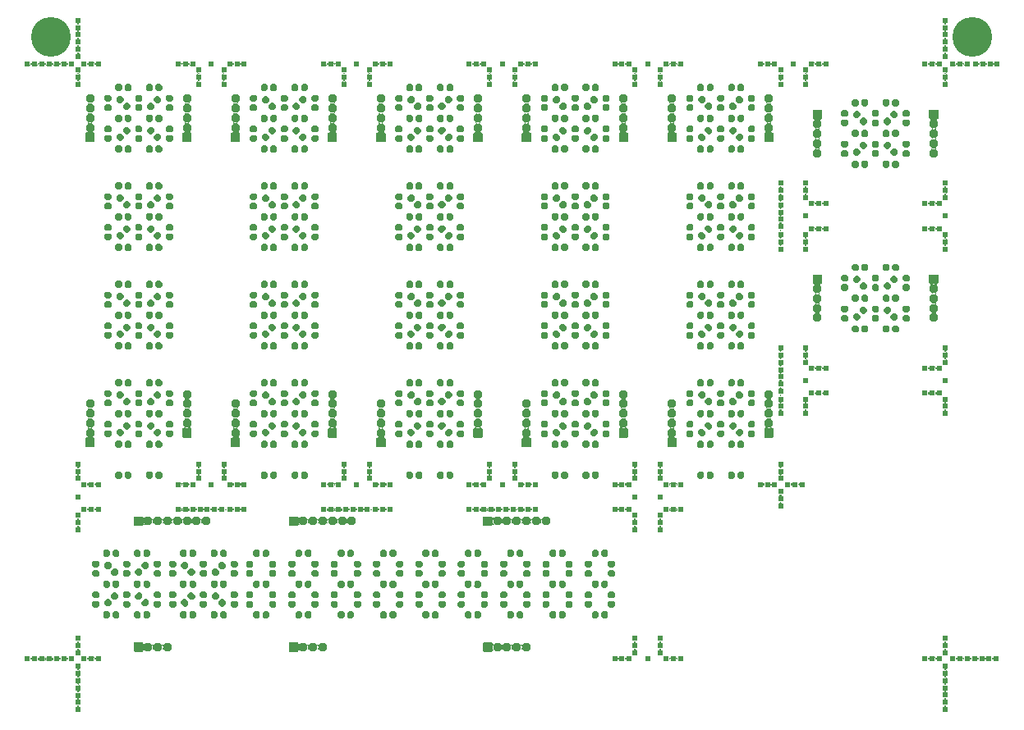
<source format=gbr>
G04 #@! TF.GenerationSoftware,KiCad,Pcbnew,(5.1.9)-1*
G04 #@! TF.CreationDate,2021-02-13T15:05:32-08:00*
G04 #@! TF.ProjectId,ufc_v4_displays_panel,7566635f-7634-45f6-9469-73706c617973,rev?*
G04 #@! TF.SameCoordinates,Original*
G04 #@! TF.FileFunction,Soldermask,Top*
G04 #@! TF.FilePolarity,Negative*
%FSLAX46Y46*%
G04 Gerber Fmt 4.6, Leading zero omitted, Abs format (unit mm)*
G04 Created by KiCad (PCBNEW (5.1.9)-1) date 2021-02-13 15:05:32*
%MOMM*%
%LPD*%
G01*
G04 APERTURE LIST*
%ADD10C,0.602000*%
%ADD11O,0.952000X0.952000*%
%ADD12C,4.102000*%
%ADD13C,0.100000*%
G04 APERTURE END LIST*
D10*
X58437500Y-37192000D03*
X58437500Y-37942000D03*
X58437500Y-36442000D03*
X60537500Y-35842000D03*
X59037500Y-35842000D03*
X59787500Y-35842000D03*
X58437500Y-35092000D03*
X58437500Y-33592000D03*
X58437500Y-34342000D03*
X56187500Y-35842000D03*
X57687500Y-35842000D03*
X56937500Y-35842000D03*
G36*
G01*
X100210900Y-95566000D02*
X101060900Y-95566000D01*
G75*
G02*
X101111900Y-95617000I0J-51000D01*
G01*
X101111900Y-96467000D01*
G75*
G02*
X101060900Y-96518000I-51000J0D01*
G01*
X100210900Y-96518000D01*
G75*
G02*
X100159900Y-96467000I0J51000D01*
G01*
X100159900Y-95617000D01*
G75*
G02*
X100210900Y-95566000I51000J0D01*
G01*
G37*
D11*
X101635900Y-96042000D03*
X102635900Y-96042000D03*
X103635900Y-96042000D03*
X104635900Y-96042000D03*
X106635900Y-83042000D03*
X105635900Y-83042000D03*
X104635900Y-83042000D03*
X103635900Y-83042000D03*
X102635900Y-83042000D03*
X101635900Y-83042000D03*
G36*
G01*
X100210900Y-82566000D02*
X101060900Y-82566000D01*
G75*
G02*
X101111900Y-82617000I0J-51000D01*
G01*
X101111900Y-83467000D01*
G75*
G02*
X101060900Y-83518000I-51000J0D01*
G01*
X100210900Y-83518000D01*
G75*
G02*
X100159900Y-83467000I0J51000D01*
G01*
X100159900Y-82617000D01*
G75*
G02*
X100210900Y-82566000I51000J0D01*
G01*
G37*
X83635900Y-96042000D03*
X82635900Y-96042000D03*
X81635900Y-96042000D03*
G36*
G01*
X80210900Y-95566000D02*
X81060900Y-95566000D01*
G75*
G02*
X81111900Y-95617000I0J-51000D01*
G01*
X81111900Y-96467000D01*
G75*
G02*
X81060900Y-96518000I-51000J0D01*
G01*
X80210900Y-96518000D01*
G75*
G02*
X80159900Y-96467000I0J51000D01*
G01*
X80159900Y-95617000D01*
G75*
G02*
X80210900Y-95566000I51000J0D01*
G01*
G37*
G36*
G01*
X80210900Y-82566000D02*
X81060900Y-82566000D01*
G75*
G02*
X81111900Y-82617000I0J-51000D01*
G01*
X81111900Y-83467000D01*
G75*
G02*
X81060900Y-83518000I-51000J0D01*
G01*
X80210900Y-83518000D01*
G75*
G02*
X80159900Y-83467000I0J51000D01*
G01*
X80159900Y-82617000D01*
G75*
G02*
X80210900Y-82566000I51000J0D01*
G01*
G37*
X81635900Y-83042000D03*
X82635900Y-83042000D03*
X83635900Y-83042000D03*
X84635900Y-83042000D03*
X85635900Y-83042000D03*
X86635900Y-83042000D03*
G36*
G01*
X64210900Y-95566000D02*
X65060900Y-95566000D01*
G75*
G02*
X65111900Y-95617000I0J-51000D01*
G01*
X65111900Y-96467000D01*
G75*
G02*
X65060900Y-96518000I-51000J0D01*
G01*
X64210900Y-96518000D01*
G75*
G02*
X64159900Y-96467000I0J51000D01*
G01*
X64159900Y-95617000D01*
G75*
G02*
X64210900Y-95566000I51000J0D01*
G01*
G37*
X65635900Y-96042000D03*
X66635900Y-96042000D03*
X67635900Y-96042000D03*
G36*
G01*
X64210900Y-82566000D02*
X65060900Y-82566000D01*
G75*
G02*
X65111900Y-82617000I0J-51000D01*
G01*
X65111900Y-83467000D01*
G75*
G02*
X65060900Y-83518000I-51000J0D01*
G01*
X64210900Y-83518000D01*
G75*
G02*
X64159900Y-83467000I0J51000D01*
G01*
X64159900Y-82617000D01*
G75*
G02*
X64210900Y-82566000I51000J0D01*
G01*
G37*
X65635900Y-83042000D03*
X66635900Y-83042000D03*
X67635900Y-83042000D03*
X68635900Y-83042000D03*
X69635900Y-83042000D03*
X70635900Y-83042000D03*
X71635900Y-83042000D03*
G36*
G01*
X111383025Y-89740000D02*
X111383025Y-89344000D01*
G75*
G02*
X111556025Y-89171000I173000J0D01*
G01*
X111902025Y-89171000D01*
G75*
G02*
X112075025Y-89344000I0J-173000D01*
G01*
X112075025Y-89740000D01*
G75*
G02*
X111902025Y-89913000I-173000J0D01*
G01*
X111556025Y-89913000D01*
G75*
G02*
X111383025Y-89740000I0J173000D01*
G01*
G37*
G36*
G01*
X112353025Y-89740000D02*
X112353025Y-89344000D01*
G75*
G02*
X112526025Y-89171000I173000J0D01*
G01*
X112872025Y-89171000D01*
G75*
G02*
X113045025Y-89344000I0J-173000D01*
G01*
X113045025Y-89740000D01*
G75*
G02*
X112872025Y-89913000I-173000J0D01*
G01*
X112526025Y-89913000D01*
G75*
G02*
X112353025Y-89740000I0J173000D01*
G01*
G37*
G36*
G01*
X110825400Y-88093500D02*
X111221400Y-88093500D01*
G75*
G02*
X111394400Y-88266500I0J-173000D01*
G01*
X111394400Y-88612500D01*
G75*
G02*
X111221400Y-88785500I-173000J0D01*
G01*
X110825400Y-88785500D01*
G75*
G02*
X110652400Y-88612500I0J173000D01*
G01*
X110652400Y-88266500D01*
G75*
G02*
X110825400Y-88093500I173000J0D01*
G01*
G37*
G36*
G01*
X110825400Y-87123500D02*
X111221400Y-87123500D01*
G75*
G02*
X111394400Y-87296500I0J-173000D01*
G01*
X111394400Y-87642500D01*
G75*
G02*
X111221400Y-87815500I-173000J0D01*
G01*
X110825400Y-87815500D01*
G75*
G02*
X110652400Y-87642500I0J173000D01*
G01*
X110652400Y-87296500D01*
G75*
G02*
X110825400Y-87123500I173000J0D01*
G01*
G37*
G36*
G01*
X110825400Y-90298500D02*
X111221400Y-90298500D01*
G75*
G02*
X111394400Y-90471500I0J-173000D01*
G01*
X111394400Y-90817500D01*
G75*
G02*
X111221400Y-90990500I-173000J0D01*
G01*
X110825400Y-90990500D01*
G75*
G02*
X110652400Y-90817500I0J173000D01*
G01*
X110652400Y-90471500D01*
G75*
G02*
X110825400Y-90298500I173000J0D01*
G01*
G37*
G36*
G01*
X110825400Y-91268500D02*
X111221400Y-91268500D01*
G75*
G02*
X111394400Y-91441500I0J-173000D01*
G01*
X111394400Y-91787500D01*
G75*
G02*
X111221400Y-91960500I-173000J0D01*
G01*
X110825400Y-91960500D01*
G75*
G02*
X110652400Y-91787500I0J173000D01*
G01*
X110652400Y-91441500D01*
G75*
G02*
X110825400Y-91268500I173000J0D01*
G01*
G37*
G36*
G01*
X112353025Y-92915000D02*
X112353025Y-92519000D01*
G75*
G02*
X112526025Y-92346000I173000J0D01*
G01*
X112872025Y-92346000D01*
G75*
G02*
X113045025Y-92519000I0J-173000D01*
G01*
X113045025Y-92915000D01*
G75*
G02*
X112872025Y-93088000I-173000J0D01*
G01*
X112526025Y-93088000D01*
G75*
G02*
X112353025Y-92915000I0J173000D01*
G01*
G37*
G36*
G01*
X111383025Y-92915000D02*
X111383025Y-92519000D01*
G75*
G02*
X111556025Y-92346000I173000J0D01*
G01*
X111902025Y-92346000D01*
G75*
G02*
X112075025Y-92519000I0J-173000D01*
G01*
X112075025Y-92915000D01*
G75*
G02*
X111902025Y-93088000I-173000J0D01*
G01*
X111556025Y-93088000D01*
G75*
G02*
X111383025Y-92915000I0J173000D01*
G01*
G37*
G36*
G01*
X113206650Y-90298500D02*
X113602650Y-90298500D01*
G75*
G02*
X113775650Y-90471500I0J-173000D01*
G01*
X113775650Y-90817500D01*
G75*
G02*
X113602650Y-90990500I-173000J0D01*
G01*
X113206650Y-90990500D01*
G75*
G02*
X113033650Y-90817500I0J173000D01*
G01*
X113033650Y-90471500D01*
G75*
G02*
X113206650Y-90298500I173000J0D01*
G01*
G37*
G36*
G01*
X113206650Y-91268500D02*
X113602650Y-91268500D01*
G75*
G02*
X113775650Y-91441500I0J-173000D01*
G01*
X113775650Y-91787500D01*
G75*
G02*
X113602650Y-91960500I-173000J0D01*
G01*
X113206650Y-91960500D01*
G75*
G02*
X113033650Y-91787500I0J173000D01*
G01*
X113033650Y-91441500D01*
G75*
G02*
X113206650Y-91268500I173000J0D01*
G01*
G37*
G36*
G01*
X113206650Y-88093500D02*
X113602650Y-88093500D01*
G75*
G02*
X113775650Y-88266500I0J-173000D01*
G01*
X113775650Y-88612500D01*
G75*
G02*
X113602650Y-88785500I-173000J0D01*
G01*
X113206650Y-88785500D01*
G75*
G02*
X113033650Y-88612500I0J173000D01*
G01*
X113033650Y-88266500D01*
G75*
G02*
X113206650Y-88093500I173000J0D01*
G01*
G37*
G36*
G01*
X113206650Y-87123500D02*
X113602650Y-87123500D01*
G75*
G02*
X113775650Y-87296500I0J-173000D01*
G01*
X113775650Y-87642500D01*
G75*
G02*
X113602650Y-87815500I-173000J0D01*
G01*
X113206650Y-87815500D01*
G75*
G02*
X113033650Y-87642500I0J173000D01*
G01*
X113033650Y-87296500D01*
G75*
G02*
X113206650Y-87123500I173000J0D01*
G01*
G37*
G36*
G01*
X111383025Y-86565000D02*
X111383025Y-86169000D01*
G75*
G02*
X111556025Y-85996000I173000J0D01*
G01*
X111902025Y-85996000D01*
G75*
G02*
X112075025Y-86169000I0J-173000D01*
G01*
X112075025Y-86565000D01*
G75*
G02*
X111902025Y-86738000I-173000J0D01*
G01*
X111556025Y-86738000D01*
G75*
G02*
X111383025Y-86565000I0J173000D01*
G01*
G37*
G36*
G01*
X112353025Y-86565000D02*
X112353025Y-86169000D01*
G75*
G02*
X112526025Y-85996000I173000J0D01*
G01*
X112872025Y-85996000D01*
G75*
G02*
X113045025Y-86169000I0J-173000D01*
G01*
X113045025Y-86565000D01*
G75*
G02*
X112872025Y-86738000I-173000J0D01*
G01*
X112526025Y-86738000D01*
G75*
G02*
X112353025Y-86565000I0J173000D01*
G01*
G37*
G36*
G01*
X107987400Y-89740000D02*
X107987400Y-89344000D01*
G75*
G02*
X108160400Y-89171000I173000J0D01*
G01*
X108506400Y-89171000D01*
G75*
G02*
X108679400Y-89344000I0J-173000D01*
G01*
X108679400Y-89740000D01*
G75*
G02*
X108506400Y-89913000I-173000J0D01*
G01*
X108160400Y-89913000D01*
G75*
G02*
X107987400Y-89740000I0J173000D01*
G01*
G37*
G36*
G01*
X107017400Y-89740000D02*
X107017400Y-89344000D01*
G75*
G02*
X107190400Y-89171000I173000J0D01*
G01*
X107536400Y-89171000D01*
G75*
G02*
X107709400Y-89344000I0J-173000D01*
G01*
X107709400Y-89740000D01*
G75*
G02*
X107536400Y-89913000I-173000J0D01*
G01*
X107190400Y-89913000D01*
G75*
G02*
X107017400Y-89740000I0J173000D01*
G01*
G37*
G36*
G01*
X106459775Y-87123500D02*
X106855775Y-87123500D01*
G75*
G02*
X107028775Y-87296500I0J-173000D01*
G01*
X107028775Y-87642500D01*
G75*
G02*
X106855775Y-87815500I-173000J0D01*
G01*
X106459775Y-87815500D01*
G75*
G02*
X106286775Y-87642500I0J173000D01*
G01*
X106286775Y-87296500D01*
G75*
G02*
X106459775Y-87123500I173000J0D01*
G01*
G37*
G36*
G01*
X106459775Y-88093500D02*
X106855775Y-88093500D01*
G75*
G02*
X107028775Y-88266500I0J-173000D01*
G01*
X107028775Y-88612500D01*
G75*
G02*
X106855775Y-88785500I-173000J0D01*
G01*
X106459775Y-88785500D01*
G75*
G02*
X106286775Y-88612500I0J173000D01*
G01*
X106286775Y-88266500D01*
G75*
G02*
X106459775Y-88093500I173000J0D01*
G01*
G37*
G36*
G01*
X106459775Y-91268500D02*
X106855775Y-91268500D01*
G75*
G02*
X107028775Y-91441500I0J-173000D01*
G01*
X107028775Y-91787500D01*
G75*
G02*
X106855775Y-91960500I-173000J0D01*
G01*
X106459775Y-91960500D01*
G75*
G02*
X106286775Y-91787500I0J173000D01*
G01*
X106286775Y-91441500D01*
G75*
G02*
X106459775Y-91268500I173000J0D01*
G01*
G37*
G36*
G01*
X106459775Y-90298500D02*
X106855775Y-90298500D01*
G75*
G02*
X107028775Y-90471500I0J-173000D01*
G01*
X107028775Y-90817500D01*
G75*
G02*
X106855775Y-90990500I-173000J0D01*
G01*
X106459775Y-90990500D01*
G75*
G02*
X106286775Y-90817500I0J173000D01*
G01*
X106286775Y-90471500D01*
G75*
G02*
X106459775Y-90298500I173000J0D01*
G01*
G37*
G36*
G01*
X107017400Y-92915000D02*
X107017400Y-92519000D01*
G75*
G02*
X107190400Y-92346000I173000J0D01*
G01*
X107536400Y-92346000D01*
G75*
G02*
X107709400Y-92519000I0J-173000D01*
G01*
X107709400Y-92915000D01*
G75*
G02*
X107536400Y-93088000I-173000J0D01*
G01*
X107190400Y-93088000D01*
G75*
G02*
X107017400Y-92915000I0J173000D01*
G01*
G37*
G36*
G01*
X107987400Y-92915000D02*
X107987400Y-92519000D01*
G75*
G02*
X108160400Y-92346000I173000J0D01*
G01*
X108506400Y-92346000D01*
G75*
G02*
X108679400Y-92519000I0J-173000D01*
G01*
X108679400Y-92915000D01*
G75*
G02*
X108506400Y-93088000I-173000J0D01*
G01*
X108160400Y-93088000D01*
G75*
G02*
X107987400Y-92915000I0J173000D01*
G01*
G37*
G36*
G01*
X108841025Y-91268500D02*
X109237025Y-91268500D01*
G75*
G02*
X109410025Y-91441500I0J-173000D01*
G01*
X109410025Y-91787500D01*
G75*
G02*
X109237025Y-91960500I-173000J0D01*
G01*
X108841025Y-91960500D01*
G75*
G02*
X108668025Y-91787500I0J173000D01*
G01*
X108668025Y-91441500D01*
G75*
G02*
X108841025Y-91268500I173000J0D01*
G01*
G37*
G36*
G01*
X108841025Y-90298500D02*
X109237025Y-90298500D01*
G75*
G02*
X109410025Y-90471500I0J-173000D01*
G01*
X109410025Y-90817500D01*
G75*
G02*
X109237025Y-90990500I-173000J0D01*
G01*
X108841025Y-90990500D01*
G75*
G02*
X108668025Y-90817500I0J173000D01*
G01*
X108668025Y-90471500D01*
G75*
G02*
X108841025Y-90298500I173000J0D01*
G01*
G37*
G36*
G01*
X108841025Y-87123500D02*
X109237025Y-87123500D01*
G75*
G02*
X109410025Y-87296500I0J-173000D01*
G01*
X109410025Y-87642500D01*
G75*
G02*
X109237025Y-87815500I-173000J0D01*
G01*
X108841025Y-87815500D01*
G75*
G02*
X108668025Y-87642500I0J173000D01*
G01*
X108668025Y-87296500D01*
G75*
G02*
X108841025Y-87123500I173000J0D01*
G01*
G37*
G36*
G01*
X108841025Y-88093500D02*
X109237025Y-88093500D01*
G75*
G02*
X109410025Y-88266500I0J-173000D01*
G01*
X109410025Y-88612500D01*
G75*
G02*
X109237025Y-88785500I-173000J0D01*
G01*
X108841025Y-88785500D01*
G75*
G02*
X108668025Y-88612500I0J173000D01*
G01*
X108668025Y-88266500D01*
G75*
G02*
X108841025Y-88093500I173000J0D01*
G01*
G37*
G36*
G01*
X107987400Y-86565000D02*
X107987400Y-86169000D01*
G75*
G02*
X108160400Y-85996000I173000J0D01*
G01*
X108506400Y-85996000D01*
G75*
G02*
X108679400Y-86169000I0J-173000D01*
G01*
X108679400Y-86565000D01*
G75*
G02*
X108506400Y-86738000I-173000J0D01*
G01*
X108160400Y-86738000D01*
G75*
G02*
X107987400Y-86565000I0J173000D01*
G01*
G37*
G36*
G01*
X107017400Y-86565000D02*
X107017400Y-86169000D01*
G75*
G02*
X107190400Y-85996000I173000J0D01*
G01*
X107536400Y-85996000D01*
G75*
G02*
X107709400Y-86169000I0J-173000D01*
G01*
X107709400Y-86565000D01*
G75*
G02*
X107536400Y-86738000I-173000J0D01*
G01*
X107190400Y-86738000D01*
G75*
G02*
X107017400Y-86565000I0J173000D01*
G01*
G37*
G36*
G01*
X102651775Y-89740000D02*
X102651775Y-89344000D01*
G75*
G02*
X102824775Y-89171000I173000J0D01*
G01*
X103170775Y-89171000D01*
G75*
G02*
X103343775Y-89344000I0J-173000D01*
G01*
X103343775Y-89740000D01*
G75*
G02*
X103170775Y-89913000I-173000J0D01*
G01*
X102824775Y-89913000D01*
G75*
G02*
X102651775Y-89740000I0J173000D01*
G01*
G37*
G36*
G01*
X103621775Y-89740000D02*
X103621775Y-89344000D01*
G75*
G02*
X103794775Y-89171000I173000J0D01*
G01*
X104140775Y-89171000D01*
G75*
G02*
X104313775Y-89344000I0J-173000D01*
G01*
X104313775Y-89740000D01*
G75*
G02*
X104140775Y-89913000I-173000J0D01*
G01*
X103794775Y-89913000D01*
G75*
G02*
X103621775Y-89740000I0J173000D01*
G01*
G37*
G36*
G01*
X102094150Y-88093500D02*
X102490150Y-88093500D01*
G75*
G02*
X102663150Y-88266500I0J-173000D01*
G01*
X102663150Y-88612500D01*
G75*
G02*
X102490150Y-88785500I-173000J0D01*
G01*
X102094150Y-88785500D01*
G75*
G02*
X101921150Y-88612500I0J173000D01*
G01*
X101921150Y-88266500D01*
G75*
G02*
X102094150Y-88093500I173000J0D01*
G01*
G37*
G36*
G01*
X102094150Y-87123500D02*
X102490150Y-87123500D01*
G75*
G02*
X102663150Y-87296500I0J-173000D01*
G01*
X102663150Y-87642500D01*
G75*
G02*
X102490150Y-87815500I-173000J0D01*
G01*
X102094150Y-87815500D01*
G75*
G02*
X101921150Y-87642500I0J173000D01*
G01*
X101921150Y-87296500D01*
G75*
G02*
X102094150Y-87123500I173000J0D01*
G01*
G37*
G36*
G01*
X102094150Y-90298500D02*
X102490150Y-90298500D01*
G75*
G02*
X102663150Y-90471500I0J-173000D01*
G01*
X102663150Y-90817500D01*
G75*
G02*
X102490150Y-90990500I-173000J0D01*
G01*
X102094150Y-90990500D01*
G75*
G02*
X101921150Y-90817500I0J173000D01*
G01*
X101921150Y-90471500D01*
G75*
G02*
X102094150Y-90298500I173000J0D01*
G01*
G37*
G36*
G01*
X102094150Y-91268500D02*
X102490150Y-91268500D01*
G75*
G02*
X102663150Y-91441500I0J-173000D01*
G01*
X102663150Y-91787500D01*
G75*
G02*
X102490150Y-91960500I-173000J0D01*
G01*
X102094150Y-91960500D01*
G75*
G02*
X101921150Y-91787500I0J173000D01*
G01*
X101921150Y-91441500D01*
G75*
G02*
X102094150Y-91268500I173000J0D01*
G01*
G37*
G36*
G01*
X103621775Y-92915000D02*
X103621775Y-92519000D01*
G75*
G02*
X103794775Y-92346000I173000J0D01*
G01*
X104140775Y-92346000D01*
G75*
G02*
X104313775Y-92519000I0J-173000D01*
G01*
X104313775Y-92915000D01*
G75*
G02*
X104140775Y-93088000I-173000J0D01*
G01*
X103794775Y-93088000D01*
G75*
G02*
X103621775Y-92915000I0J173000D01*
G01*
G37*
G36*
G01*
X102651775Y-92915000D02*
X102651775Y-92519000D01*
G75*
G02*
X102824775Y-92346000I173000J0D01*
G01*
X103170775Y-92346000D01*
G75*
G02*
X103343775Y-92519000I0J-173000D01*
G01*
X103343775Y-92915000D01*
G75*
G02*
X103170775Y-93088000I-173000J0D01*
G01*
X102824775Y-93088000D01*
G75*
G02*
X102651775Y-92915000I0J173000D01*
G01*
G37*
G36*
G01*
X104475400Y-90298500D02*
X104871400Y-90298500D01*
G75*
G02*
X105044400Y-90471500I0J-173000D01*
G01*
X105044400Y-90817500D01*
G75*
G02*
X104871400Y-90990500I-173000J0D01*
G01*
X104475400Y-90990500D01*
G75*
G02*
X104302400Y-90817500I0J173000D01*
G01*
X104302400Y-90471500D01*
G75*
G02*
X104475400Y-90298500I173000J0D01*
G01*
G37*
G36*
G01*
X104475400Y-91268500D02*
X104871400Y-91268500D01*
G75*
G02*
X105044400Y-91441500I0J-173000D01*
G01*
X105044400Y-91787500D01*
G75*
G02*
X104871400Y-91960500I-173000J0D01*
G01*
X104475400Y-91960500D01*
G75*
G02*
X104302400Y-91787500I0J173000D01*
G01*
X104302400Y-91441500D01*
G75*
G02*
X104475400Y-91268500I173000J0D01*
G01*
G37*
G36*
G01*
X104475400Y-88093500D02*
X104871400Y-88093500D01*
G75*
G02*
X105044400Y-88266500I0J-173000D01*
G01*
X105044400Y-88612500D01*
G75*
G02*
X104871400Y-88785500I-173000J0D01*
G01*
X104475400Y-88785500D01*
G75*
G02*
X104302400Y-88612500I0J173000D01*
G01*
X104302400Y-88266500D01*
G75*
G02*
X104475400Y-88093500I173000J0D01*
G01*
G37*
G36*
G01*
X104475400Y-87123500D02*
X104871400Y-87123500D01*
G75*
G02*
X105044400Y-87296500I0J-173000D01*
G01*
X105044400Y-87642500D01*
G75*
G02*
X104871400Y-87815500I-173000J0D01*
G01*
X104475400Y-87815500D01*
G75*
G02*
X104302400Y-87642500I0J173000D01*
G01*
X104302400Y-87296500D01*
G75*
G02*
X104475400Y-87123500I173000J0D01*
G01*
G37*
G36*
G01*
X102651775Y-86565000D02*
X102651775Y-86169000D01*
G75*
G02*
X102824775Y-85996000I173000J0D01*
G01*
X103170775Y-85996000D01*
G75*
G02*
X103343775Y-86169000I0J-173000D01*
G01*
X103343775Y-86565000D01*
G75*
G02*
X103170775Y-86738000I-173000J0D01*
G01*
X102824775Y-86738000D01*
G75*
G02*
X102651775Y-86565000I0J173000D01*
G01*
G37*
G36*
G01*
X103621775Y-86565000D02*
X103621775Y-86169000D01*
G75*
G02*
X103794775Y-85996000I173000J0D01*
G01*
X104140775Y-85996000D01*
G75*
G02*
X104313775Y-86169000I0J-173000D01*
G01*
X104313775Y-86565000D01*
G75*
G02*
X104140775Y-86738000I-173000J0D01*
G01*
X103794775Y-86738000D01*
G75*
G02*
X103621775Y-86565000I0J173000D01*
G01*
G37*
G36*
G01*
X99256150Y-89740000D02*
X99256150Y-89344000D01*
G75*
G02*
X99429150Y-89171000I173000J0D01*
G01*
X99775150Y-89171000D01*
G75*
G02*
X99948150Y-89344000I0J-173000D01*
G01*
X99948150Y-89740000D01*
G75*
G02*
X99775150Y-89913000I-173000J0D01*
G01*
X99429150Y-89913000D01*
G75*
G02*
X99256150Y-89740000I0J173000D01*
G01*
G37*
G36*
G01*
X98286150Y-89740000D02*
X98286150Y-89344000D01*
G75*
G02*
X98459150Y-89171000I173000J0D01*
G01*
X98805150Y-89171000D01*
G75*
G02*
X98978150Y-89344000I0J-173000D01*
G01*
X98978150Y-89740000D01*
G75*
G02*
X98805150Y-89913000I-173000J0D01*
G01*
X98459150Y-89913000D01*
G75*
G02*
X98286150Y-89740000I0J173000D01*
G01*
G37*
G36*
G01*
X97728525Y-87123500D02*
X98124525Y-87123500D01*
G75*
G02*
X98297525Y-87296500I0J-173000D01*
G01*
X98297525Y-87642500D01*
G75*
G02*
X98124525Y-87815500I-173000J0D01*
G01*
X97728525Y-87815500D01*
G75*
G02*
X97555525Y-87642500I0J173000D01*
G01*
X97555525Y-87296500D01*
G75*
G02*
X97728525Y-87123500I173000J0D01*
G01*
G37*
G36*
G01*
X97728525Y-88093500D02*
X98124525Y-88093500D01*
G75*
G02*
X98297525Y-88266500I0J-173000D01*
G01*
X98297525Y-88612500D01*
G75*
G02*
X98124525Y-88785500I-173000J0D01*
G01*
X97728525Y-88785500D01*
G75*
G02*
X97555525Y-88612500I0J173000D01*
G01*
X97555525Y-88266500D01*
G75*
G02*
X97728525Y-88093500I173000J0D01*
G01*
G37*
G36*
G01*
X98124525Y-91960500D02*
X97728525Y-91960500D01*
G75*
G02*
X97555525Y-91787500I0J173000D01*
G01*
X97555525Y-91441500D01*
G75*
G02*
X97728525Y-91268500I173000J0D01*
G01*
X98124525Y-91268500D01*
G75*
G02*
X98297525Y-91441500I0J-173000D01*
G01*
X98297525Y-91787500D01*
G75*
G02*
X98124525Y-91960500I-173000J0D01*
G01*
G37*
G36*
G01*
X98124525Y-90990500D02*
X97728525Y-90990500D01*
G75*
G02*
X97555525Y-90817500I0J173000D01*
G01*
X97555525Y-90471500D01*
G75*
G02*
X97728525Y-90298500I173000J0D01*
G01*
X98124525Y-90298500D01*
G75*
G02*
X98297525Y-90471500I0J-173000D01*
G01*
X98297525Y-90817500D01*
G75*
G02*
X98124525Y-90990500I-173000J0D01*
G01*
G37*
G36*
G01*
X99256150Y-92915000D02*
X99256150Y-92519000D01*
G75*
G02*
X99429150Y-92346000I173000J0D01*
G01*
X99775150Y-92346000D01*
G75*
G02*
X99948150Y-92519000I0J-173000D01*
G01*
X99948150Y-92915000D01*
G75*
G02*
X99775150Y-93088000I-173000J0D01*
G01*
X99429150Y-93088000D01*
G75*
G02*
X99256150Y-92915000I0J173000D01*
G01*
G37*
G36*
G01*
X98286150Y-92915000D02*
X98286150Y-92519000D01*
G75*
G02*
X98459150Y-92346000I173000J0D01*
G01*
X98805150Y-92346000D01*
G75*
G02*
X98978150Y-92519000I0J-173000D01*
G01*
X98978150Y-92915000D01*
G75*
G02*
X98805150Y-93088000I-173000J0D01*
G01*
X98459150Y-93088000D01*
G75*
G02*
X98286150Y-92915000I0J173000D01*
G01*
G37*
G36*
G01*
X100109775Y-90298500D02*
X100505775Y-90298500D01*
G75*
G02*
X100678775Y-90471500I0J-173000D01*
G01*
X100678775Y-90817500D01*
G75*
G02*
X100505775Y-90990500I-173000J0D01*
G01*
X100109775Y-90990500D01*
G75*
G02*
X99936775Y-90817500I0J173000D01*
G01*
X99936775Y-90471500D01*
G75*
G02*
X100109775Y-90298500I173000J0D01*
G01*
G37*
G36*
G01*
X100109775Y-91268500D02*
X100505775Y-91268500D01*
G75*
G02*
X100678775Y-91441500I0J-173000D01*
G01*
X100678775Y-91787500D01*
G75*
G02*
X100505775Y-91960500I-173000J0D01*
G01*
X100109775Y-91960500D01*
G75*
G02*
X99936775Y-91787500I0J173000D01*
G01*
X99936775Y-91441500D01*
G75*
G02*
X100109775Y-91268500I173000J0D01*
G01*
G37*
G36*
G01*
X100109775Y-88093500D02*
X100505775Y-88093500D01*
G75*
G02*
X100678775Y-88266500I0J-173000D01*
G01*
X100678775Y-88612500D01*
G75*
G02*
X100505775Y-88785500I-173000J0D01*
G01*
X100109775Y-88785500D01*
G75*
G02*
X99936775Y-88612500I0J173000D01*
G01*
X99936775Y-88266500D01*
G75*
G02*
X100109775Y-88093500I173000J0D01*
G01*
G37*
G36*
G01*
X100109775Y-87123500D02*
X100505775Y-87123500D01*
G75*
G02*
X100678775Y-87296500I0J-173000D01*
G01*
X100678775Y-87642500D01*
G75*
G02*
X100505775Y-87815500I-173000J0D01*
G01*
X100109775Y-87815500D01*
G75*
G02*
X99936775Y-87642500I0J173000D01*
G01*
X99936775Y-87296500D01*
G75*
G02*
X100109775Y-87123500I173000J0D01*
G01*
G37*
G36*
G01*
X98286150Y-86565000D02*
X98286150Y-86169000D01*
G75*
G02*
X98459150Y-85996000I173000J0D01*
G01*
X98805150Y-85996000D01*
G75*
G02*
X98978150Y-86169000I0J-173000D01*
G01*
X98978150Y-86565000D01*
G75*
G02*
X98805150Y-86738000I-173000J0D01*
G01*
X98459150Y-86738000D01*
G75*
G02*
X98286150Y-86565000I0J173000D01*
G01*
G37*
G36*
G01*
X99256150Y-86565000D02*
X99256150Y-86169000D01*
G75*
G02*
X99429150Y-85996000I173000J0D01*
G01*
X99775150Y-85996000D01*
G75*
G02*
X99948150Y-86169000I0J-173000D01*
G01*
X99948150Y-86565000D01*
G75*
G02*
X99775150Y-86738000I-173000J0D01*
G01*
X99429150Y-86738000D01*
G75*
G02*
X99256150Y-86565000I0J173000D01*
G01*
G37*
G36*
G01*
X94890525Y-89740000D02*
X94890525Y-89344000D01*
G75*
G02*
X95063525Y-89171000I173000J0D01*
G01*
X95409525Y-89171000D01*
G75*
G02*
X95582525Y-89344000I0J-173000D01*
G01*
X95582525Y-89740000D01*
G75*
G02*
X95409525Y-89913000I-173000J0D01*
G01*
X95063525Y-89913000D01*
G75*
G02*
X94890525Y-89740000I0J173000D01*
G01*
G37*
G36*
G01*
X93920525Y-89740000D02*
X93920525Y-89344000D01*
G75*
G02*
X94093525Y-89171000I173000J0D01*
G01*
X94439525Y-89171000D01*
G75*
G02*
X94612525Y-89344000I0J-173000D01*
G01*
X94612525Y-89740000D01*
G75*
G02*
X94439525Y-89913000I-173000J0D01*
G01*
X94093525Y-89913000D01*
G75*
G02*
X93920525Y-89740000I0J173000D01*
G01*
G37*
G36*
G01*
X93362900Y-87123500D02*
X93758900Y-87123500D01*
G75*
G02*
X93931900Y-87296500I0J-173000D01*
G01*
X93931900Y-87642500D01*
G75*
G02*
X93758900Y-87815500I-173000J0D01*
G01*
X93362900Y-87815500D01*
G75*
G02*
X93189900Y-87642500I0J173000D01*
G01*
X93189900Y-87296500D01*
G75*
G02*
X93362900Y-87123500I173000J0D01*
G01*
G37*
G36*
G01*
X93362900Y-88093500D02*
X93758900Y-88093500D01*
G75*
G02*
X93931900Y-88266500I0J-173000D01*
G01*
X93931900Y-88612500D01*
G75*
G02*
X93758900Y-88785500I-173000J0D01*
G01*
X93362900Y-88785500D01*
G75*
G02*
X93189900Y-88612500I0J173000D01*
G01*
X93189900Y-88266500D01*
G75*
G02*
X93362900Y-88093500I173000J0D01*
G01*
G37*
G36*
G01*
X93362900Y-91268500D02*
X93758900Y-91268500D01*
G75*
G02*
X93931900Y-91441500I0J-173000D01*
G01*
X93931900Y-91787500D01*
G75*
G02*
X93758900Y-91960500I-173000J0D01*
G01*
X93362900Y-91960500D01*
G75*
G02*
X93189900Y-91787500I0J173000D01*
G01*
X93189900Y-91441500D01*
G75*
G02*
X93362900Y-91268500I173000J0D01*
G01*
G37*
G36*
G01*
X93362900Y-90298500D02*
X93758900Y-90298500D01*
G75*
G02*
X93931900Y-90471500I0J-173000D01*
G01*
X93931900Y-90817500D01*
G75*
G02*
X93758900Y-90990500I-173000J0D01*
G01*
X93362900Y-90990500D01*
G75*
G02*
X93189900Y-90817500I0J173000D01*
G01*
X93189900Y-90471500D01*
G75*
G02*
X93362900Y-90298500I173000J0D01*
G01*
G37*
G36*
G01*
X93920525Y-92915000D02*
X93920525Y-92519000D01*
G75*
G02*
X94093525Y-92346000I173000J0D01*
G01*
X94439525Y-92346000D01*
G75*
G02*
X94612525Y-92519000I0J-173000D01*
G01*
X94612525Y-92915000D01*
G75*
G02*
X94439525Y-93088000I-173000J0D01*
G01*
X94093525Y-93088000D01*
G75*
G02*
X93920525Y-92915000I0J173000D01*
G01*
G37*
G36*
G01*
X94890525Y-92915000D02*
X94890525Y-92519000D01*
G75*
G02*
X95063525Y-92346000I173000J0D01*
G01*
X95409525Y-92346000D01*
G75*
G02*
X95582525Y-92519000I0J-173000D01*
G01*
X95582525Y-92915000D01*
G75*
G02*
X95409525Y-93088000I-173000J0D01*
G01*
X95063525Y-93088000D01*
G75*
G02*
X94890525Y-92915000I0J173000D01*
G01*
G37*
G36*
G01*
X95744150Y-91268500D02*
X96140150Y-91268500D01*
G75*
G02*
X96313150Y-91441500I0J-173000D01*
G01*
X96313150Y-91787500D01*
G75*
G02*
X96140150Y-91960500I-173000J0D01*
G01*
X95744150Y-91960500D01*
G75*
G02*
X95571150Y-91787500I0J173000D01*
G01*
X95571150Y-91441500D01*
G75*
G02*
X95744150Y-91268500I173000J0D01*
G01*
G37*
G36*
G01*
X95744150Y-90298500D02*
X96140150Y-90298500D01*
G75*
G02*
X96313150Y-90471500I0J-173000D01*
G01*
X96313150Y-90817500D01*
G75*
G02*
X96140150Y-90990500I-173000J0D01*
G01*
X95744150Y-90990500D01*
G75*
G02*
X95571150Y-90817500I0J173000D01*
G01*
X95571150Y-90471500D01*
G75*
G02*
X95744150Y-90298500I173000J0D01*
G01*
G37*
G36*
G01*
X95744150Y-87123500D02*
X96140150Y-87123500D01*
G75*
G02*
X96313150Y-87296500I0J-173000D01*
G01*
X96313150Y-87642500D01*
G75*
G02*
X96140150Y-87815500I-173000J0D01*
G01*
X95744150Y-87815500D01*
G75*
G02*
X95571150Y-87642500I0J173000D01*
G01*
X95571150Y-87296500D01*
G75*
G02*
X95744150Y-87123500I173000J0D01*
G01*
G37*
G36*
G01*
X95744150Y-88093500D02*
X96140150Y-88093500D01*
G75*
G02*
X96313150Y-88266500I0J-173000D01*
G01*
X96313150Y-88612500D01*
G75*
G02*
X96140150Y-88785500I-173000J0D01*
G01*
X95744150Y-88785500D01*
G75*
G02*
X95571150Y-88612500I0J173000D01*
G01*
X95571150Y-88266500D01*
G75*
G02*
X95744150Y-88093500I173000J0D01*
G01*
G37*
G36*
G01*
X94890525Y-86565000D02*
X94890525Y-86169000D01*
G75*
G02*
X95063525Y-85996000I173000J0D01*
G01*
X95409525Y-85996000D01*
G75*
G02*
X95582525Y-86169000I0J-173000D01*
G01*
X95582525Y-86565000D01*
G75*
G02*
X95409525Y-86738000I-173000J0D01*
G01*
X95063525Y-86738000D01*
G75*
G02*
X94890525Y-86565000I0J173000D01*
G01*
G37*
G36*
G01*
X93920525Y-86565000D02*
X93920525Y-86169000D01*
G75*
G02*
X94093525Y-85996000I173000J0D01*
G01*
X94439525Y-85996000D01*
G75*
G02*
X94612525Y-86169000I0J-173000D01*
G01*
X94612525Y-86565000D01*
G75*
G02*
X94439525Y-86738000I-173000J0D01*
G01*
X94093525Y-86738000D01*
G75*
G02*
X93920525Y-86565000I0J173000D01*
G01*
G37*
G36*
G01*
X89554900Y-89740000D02*
X89554900Y-89344000D01*
G75*
G02*
X89727900Y-89171000I173000J0D01*
G01*
X90073900Y-89171000D01*
G75*
G02*
X90246900Y-89344000I0J-173000D01*
G01*
X90246900Y-89740000D01*
G75*
G02*
X90073900Y-89913000I-173000J0D01*
G01*
X89727900Y-89913000D01*
G75*
G02*
X89554900Y-89740000I0J173000D01*
G01*
G37*
G36*
G01*
X90524900Y-89740000D02*
X90524900Y-89344000D01*
G75*
G02*
X90697900Y-89171000I173000J0D01*
G01*
X91043900Y-89171000D01*
G75*
G02*
X91216900Y-89344000I0J-173000D01*
G01*
X91216900Y-89740000D01*
G75*
G02*
X91043900Y-89913000I-173000J0D01*
G01*
X90697900Y-89913000D01*
G75*
G02*
X90524900Y-89740000I0J173000D01*
G01*
G37*
G36*
G01*
X88997275Y-88093500D02*
X89393275Y-88093500D01*
G75*
G02*
X89566275Y-88266500I0J-173000D01*
G01*
X89566275Y-88612500D01*
G75*
G02*
X89393275Y-88785500I-173000J0D01*
G01*
X88997275Y-88785500D01*
G75*
G02*
X88824275Y-88612500I0J173000D01*
G01*
X88824275Y-88266500D01*
G75*
G02*
X88997275Y-88093500I173000J0D01*
G01*
G37*
G36*
G01*
X88997275Y-87123500D02*
X89393275Y-87123500D01*
G75*
G02*
X89566275Y-87296500I0J-173000D01*
G01*
X89566275Y-87642500D01*
G75*
G02*
X89393275Y-87815500I-173000J0D01*
G01*
X88997275Y-87815500D01*
G75*
G02*
X88824275Y-87642500I0J173000D01*
G01*
X88824275Y-87296500D01*
G75*
G02*
X88997275Y-87123500I173000J0D01*
G01*
G37*
G36*
G01*
X88997275Y-90298500D02*
X89393275Y-90298500D01*
G75*
G02*
X89566275Y-90471500I0J-173000D01*
G01*
X89566275Y-90817500D01*
G75*
G02*
X89393275Y-90990500I-173000J0D01*
G01*
X88997275Y-90990500D01*
G75*
G02*
X88824275Y-90817500I0J173000D01*
G01*
X88824275Y-90471500D01*
G75*
G02*
X88997275Y-90298500I173000J0D01*
G01*
G37*
G36*
G01*
X88997275Y-91268500D02*
X89393275Y-91268500D01*
G75*
G02*
X89566275Y-91441500I0J-173000D01*
G01*
X89566275Y-91787500D01*
G75*
G02*
X89393275Y-91960500I-173000J0D01*
G01*
X88997275Y-91960500D01*
G75*
G02*
X88824275Y-91787500I0J173000D01*
G01*
X88824275Y-91441500D01*
G75*
G02*
X88997275Y-91268500I173000J0D01*
G01*
G37*
G36*
G01*
X90524900Y-92915000D02*
X90524900Y-92519000D01*
G75*
G02*
X90697900Y-92346000I173000J0D01*
G01*
X91043900Y-92346000D01*
G75*
G02*
X91216900Y-92519000I0J-173000D01*
G01*
X91216900Y-92915000D01*
G75*
G02*
X91043900Y-93088000I-173000J0D01*
G01*
X90697900Y-93088000D01*
G75*
G02*
X90524900Y-92915000I0J173000D01*
G01*
G37*
G36*
G01*
X89554900Y-92915000D02*
X89554900Y-92519000D01*
G75*
G02*
X89727900Y-92346000I173000J0D01*
G01*
X90073900Y-92346000D01*
G75*
G02*
X90246900Y-92519000I0J-173000D01*
G01*
X90246900Y-92915000D01*
G75*
G02*
X90073900Y-93088000I-173000J0D01*
G01*
X89727900Y-93088000D01*
G75*
G02*
X89554900Y-92915000I0J173000D01*
G01*
G37*
G36*
G01*
X91378525Y-90298500D02*
X91774525Y-90298500D01*
G75*
G02*
X91947525Y-90471500I0J-173000D01*
G01*
X91947525Y-90817500D01*
G75*
G02*
X91774525Y-90990500I-173000J0D01*
G01*
X91378525Y-90990500D01*
G75*
G02*
X91205525Y-90817500I0J173000D01*
G01*
X91205525Y-90471500D01*
G75*
G02*
X91378525Y-90298500I173000J0D01*
G01*
G37*
G36*
G01*
X91378525Y-91268500D02*
X91774525Y-91268500D01*
G75*
G02*
X91947525Y-91441500I0J-173000D01*
G01*
X91947525Y-91787500D01*
G75*
G02*
X91774525Y-91960500I-173000J0D01*
G01*
X91378525Y-91960500D01*
G75*
G02*
X91205525Y-91787500I0J173000D01*
G01*
X91205525Y-91441500D01*
G75*
G02*
X91378525Y-91268500I173000J0D01*
G01*
G37*
G36*
G01*
X91378525Y-88093500D02*
X91774525Y-88093500D01*
G75*
G02*
X91947525Y-88266500I0J-173000D01*
G01*
X91947525Y-88612500D01*
G75*
G02*
X91774525Y-88785500I-173000J0D01*
G01*
X91378525Y-88785500D01*
G75*
G02*
X91205525Y-88612500I0J173000D01*
G01*
X91205525Y-88266500D01*
G75*
G02*
X91378525Y-88093500I173000J0D01*
G01*
G37*
G36*
G01*
X91378525Y-87123500D02*
X91774525Y-87123500D01*
G75*
G02*
X91947525Y-87296500I0J-173000D01*
G01*
X91947525Y-87642500D01*
G75*
G02*
X91774525Y-87815500I-173000J0D01*
G01*
X91378525Y-87815500D01*
G75*
G02*
X91205525Y-87642500I0J173000D01*
G01*
X91205525Y-87296500D01*
G75*
G02*
X91378525Y-87123500I173000J0D01*
G01*
G37*
G36*
G01*
X89554900Y-86565000D02*
X89554900Y-86169000D01*
G75*
G02*
X89727900Y-85996000I173000J0D01*
G01*
X90073900Y-85996000D01*
G75*
G02*
X90246900Y-86169000I0J-173000D01*
G01*
X90246900Y-86565000D01*
G75*
G02*
X90073900Y-86738000I-173000J0D01*
G01*
X89727900Y-86738000D01*
G75*
G02*
X89554900Y-86565000I0J173000D01*
G01*
G37*
G36*
G01*
X90524900Y-86565000D02*
X90524900Y-86169000D01*
G75*
G02*
X90697900Y-85996000I173000J0D01*
G01*
X91043900Y-85996000D01*
G75*
G02*
X91216900Y-86169000I0J-173000D01*
G01*
X91216900Y-86565000D01*
G75*
G02*
X91043900Y-86738000I-173000J0D01*
G01*
X90697900Y-86738000D01*
G75*
G02*
X90524900Y-86565000I0J173000D01*
G01*
G37*
G36*
G01*
X86159275Y-89740000D02*
X86159275Y-89344000D01*
G75*
G02*
X86332275Y-89171000I173000J0D01*
G01*
X86678275Y-89171000D01*
G75*
G02*
X86851275Y-89344000I0J-173000D01*
G01*
X86851275Y-89740000D01*
G75*
G02*
X86678275Y-89913000I-173000J0D01*
G01*
X86332275Y-89913000D01*
G75*
G02*
X86159275Y-89740000I0J173000D01*
G01*
G37*
G36*
G01*
X85189275Y-89740000D02*
X85189275Y-89344000D01*
G75*
G02*
X85362275Y-89171000I173000J0D01*
G01*
X85708275Y-89171000D01*
G75*
G02*
X85881275Y-89344000I0J-173000D01*
G01*
X85881275Y-89740000D01*
G75*
G02*
X85708275Y-89913000I-173000J0D01*
G01*
X85362275Y-89913000D01*
G75*
G02*
X85189275Y-89740000I0J173000D01*
G01*
G37*
G36*
G01*
X84631650Y-87123500D02*
X85027650Y-87123500D01*
G75*
G02*
X85200650Y-87296500I0J-173000D01*
G01*
X85200650Y-87642500D01*
G75*
G02*
X85027650Y-87815500I-173000J0D01*
G01*
X84631650Y-87815500D01*
G75*
G02*
X84458650Y-87642500I0J173000D01*
G01*
X84458650Y-87296500D01*
G75*
G02*
X84631650Y-87123500I173000J0D01*
G01*
G37*
G36*
G01*
X84631650Y-88093500D02*
X85027650Y-88093500D01*
G75*
G02*
X85200650Y-88266500I0J-173000D01*
G01*
X85200650Y-88612500D01*
G75*
G02*
X85027650Y-88785500I-173000J0D01*
G01*
X84631650Y-88785500D01*
G75*
G02*
X84458650Y-88612500I0J173000D01*
G01*
X84458650Y-88266500D01*
G75*
G02*
X84631650Y-88093500I173000J0D01*
G01*
G37*
G36*
G01*
X84631650Y-91268500D02*
X85027650Y-91268500D01*
G75*
G02*
X85200650Y-91441500I0J-173000D01*
G01*
X85200650Y-91787500D01*
G75*
G02*
X85027650Y-91960500I-173000J0D01*
G01*
X84631650Y-91960500D01*
G75*
G02*
X84458650Y-91787500I0J173000D01*
G01*
X84458650Y-91441500D01*
G75*
G02*
X84631650Y-91268500I173000J0D01*
G01*
G37*
G36*
G01*
X84631650Y-90298500D02*
X85027650Y-90298500D01*
G75*
G02*
X85200650Y-90471500I0J-173000D01*
G01*
X85200650Y-90817500D01*
G75*
G02*
X85027650Y-90990500I-173000J0D01*
G01*
X84631650Y-90990500D01*
G75*
G02*
X84458650Y-90817500I0J173000D01*
G01*
X84458650Y-90471500D01*
G75*
G02*
X84631650Y-90298500I173000J0D01*
G01*
G37*
G36*
G01*
X85189275Y-92915000D02*
X85189275Y-92519000D01*
G75*
G02*
X85362275Y-92346000I173000J0D01*
G01*
X85708275Y-92346000D01*
G75*
G02*
X85881275Y-92519000I0J-173000D01*
G01*
X85881275Y-92915000D01*
G75*
G02*
X85708275Y-93088000I-173000J0D01*
G01*
X85362275Y-93088000D01*
G75*
G02*
X85189275Y-92915000I0J173000D01*
G01*
G37*
G36*
G01*
X86159275Y-92915000D02*
X86159275Y-92519000D01*
G75*
G02*
X86332275Y-92346000I173000J0D01*
G01*
X86678275Y-92346000D01*
G75*
G02*
X86851275Y-92519000I0J-173000D01*
G01*
X86851275Y-92915000D01*
G75*
G02*
X86678275Y-93088000I-173000J0D01*
G01*
X86332275Y-93088000D01*
G75*
G02*
X86159275Y-92915000I0J173000D01*
G01*
G37*
G36*
G01*
X87012900Y-91268500D02*
X87408900Y-91268500D01*
G75*
G02*
X87581900Y-91441500I0J-173000D01*
G01*
X87581900Y-91787500D01*
G75*
G02*
X87408900Y-91960500I-173000J0D01*
G01*
X87012900Y-91960500D01*
G75*
G02*
X86839900Y-91787500I0J173000D01*
G01*
X86839900Y-91441500D01*
G75*
G02*
X87012900Y-91268500I173000J0D01*
G01*
G37*
G36*
G01*
X87012900Y-90298500D02*
X87408900Y-90298500D01*
G75*
G02*
X87581900Y-90471500I0J-173000D01*
G01*
X87581900Y-90817500D01*
G75*
G02*
X87408900Y-90990500I-173000J0D01*
G01*
X87012900Y-90990500D01*
G75*
G02*
X86839900Y-90817500I0J173000D01*
G01*
X86839900Y-90471500D01*
G75*
G02*
X87012900Y-90298500I173000J0D01*
G01*
G37*
G36*
G01*
X87012900Y-87123500D02*
X87408900Y-87123500D01*
G75*
G02*
X87581900Y-87296500I0J-173000D01*
G01*
X87581900Y-87642500D01*
G75*
G02*
X87408900Y-87815500I-173000J0D01*
G01*
X87012900Y-87815500D01*
G75*
G02*
X86839900Y-87642500I0J173000D01*
G01*
X86839900Y-87296500D01*
G75*
G02*
X87012900Y-87123500I173000J0D01*
G01*
G37*
G36*
G01*
X87012900Y-88093500D02*
X87408900Y-88093500D01*
G75*
G02*
X87581900Y-88266500I0J-173000D01*
G01*
X87581900Y-88612500D01*
G75*
G02*
X87408900Y-88785500I-173000J0D01*
G01*
X87012900Y-88785500D01*
G75*
G02*
X86839900Y-88612500I0J173000D01*
G01*
X86839900Y-88266500D01*
G75*
G02*
X87012900Y-88093500I173000J0D01*
G01*
G37*
G36*
G01*
X86159275Y-86565000D02*
X86159275Y-86169000D01*
G75*
G02*
X86332275Y-85996000I173000J0D01*
G01*
X86678275Y-85996000D01*
G75*
G02*
X86851275Y-86169000I0J-173000D01*
G01*
X86851275Y-86565000D01*
G75*
G02*
X86678275Y-86738000I-173000J0D01*
G01*
X86332275Y-86738000D01*
G75*
G02*
X86159275Y-86565000I0J173000D01*
G01*
G37*
G36*
G01*
X85189275Y-86565000D02*
X85189275Y-86169000D01*
G75*
G02*
X85362275Y-85996000I173000J0D01*
G01*
X85708275Y-85996000D01*
G75*
G02*
X85881275Y-86169000I0J-173000D01*
G01*
X85881275Y-86565000D01*
G75*
G02*
X85708275Y-86738000I-173000J0D01*
G01*
X85362275Y-86738000D01*
G75*
G02*
X85189275Y-86565000I0J173000D01*
G01*
G37*
G36*
G01*
X82485650Y-89344000D02*
X82485650Y-89740000D01*
G75*
G02*
X82312650Y-89913000I-173000J0D01*
G01*
X81966650Y-89913000D01*
G75*
G02*
X81793650Y-89740000I0J173000D01*
G01*
X81793650Y-89344000D01*
G75*
G02*
X81966650Y-89171000I173000J0D01*
G01*
X82312650Y-89171000D01*
G75*
G02*
X82485650Y-89344000I0J-173000D01*
G01*
G37*
G36*
G01*
X81515650Y-89344000D02*
X81515650Y-89740000D01*
G75*
G02*
X81342650Y-89913000I-173000J0D01*
G01*
X80996650Y-89913000D01*
G75*
G02*
X80823650Y-89740000I0J173000D01*
G01*
X80823650Y-89344000D01*
G75*
G02*
X80996650Y-89171000I173000J0D01*
G01*
X81342650Y-89171000D01*
G75*
G02*
X81515650Y-89344000I0J-173000D01*
G01*
G37*
G36*
G01*
X80266025Y-88093500D02*
X80662025Y-88093500D01*
G75*
G02*
X80835025Y-88266500I0J-173000D01*
G01*
X80835025Y-88612500D01*
G75*
G02*
X80662025Y-88785500I-173000J0D01*
G01*
X80266025Y-88785500D01*
G75*
G02*
X80093025Y-88612500I0J173000D01*
G01*
X80093025Y-88266500D01*
G75*
G02*
X80266025Y-88093500I173000J0D01*
G01*
G37*
G36*
G01*
X80266025Y-87123500D02*
X80662025Y-87123500D01*
G75*
G02*
X80835025Y-87296500I0J-173000D01*
G01*
X80835025Y-87642500D01*
G75*
G02*
X80662025Y-87815500I-173000J0D01*
G01*
X80266025Y-87815500D01*
G75*
G02*
X80093025Y-87642500I0J173000D01*
G01*
X80093025Y-87296500D01*
G75*
G02*
X80266025Y-87123500I173000J0D01*
G01*
G37*
G36*
G01*
X80266025Y-90298500D02*
X80662025Y-90298500D01*
G75*
G02*
X80835025Y-90471500I0J-173000D01*
G01*
X80835025Y-90817500D01*
G75*
G02*
X80662025Y-90990500I-173000J0D01*
G01*
X80266025Y-90990500D01*
G75*
G02*
X80093025Y-90817500I0J173000D01*
G01*
X80093025Y-90471500D01*
G75*
G02*
X80266025Y-90298500I173000J0D01*
G01*
G37*
G36*
G01*
X80266025Y-91268500D02*
X80662025Y-91268500D01*
G75*
G02*
X80835025Y-91441500I0J-173000D01*
G01*
X80835025Y-91787500D01*
G75*
G02*
X80662025Y-91960500I-173000J0D01*
G01*
X80266025Y-91960500D01*
G75*
G02*
X80093025Y-91787500I0J173000D01*
G01*
X80093025Y-91441500D01*
G75*
G02*
X80266025Y-91268500I173000J0D01*
G01*
G37*
G36*
G01*
X81793650Y-92915000D02*
X81793650Y-92519000D01*
G75*
G02*
X81966650Y-92346000I173000J0D01*
G01*
X82312650Y-92346000D01*
G75*
G02*
X82485650Y-92519000I0J-173000D01*
G01*
X82485650Y-92915000D01*
G75*
G02*
X82312650Y-93088000I-173000J0D01*
G01*
X81966650Y-93088000D01*
G75*
G02*
X81793650Y-92915000I0J173000D01*
G01*
G37*
G36*
G01*
X80823650Y-92915000D02*
X80823650Y-92519000D01*
G75*
G02*
X80996650Y-92346000I173000J0D01*
G01*
X81342650Y-92346000D01*
G75*
G02*
X81515650Y-92519000I0J-173000D01*
G01*
X81515650Y-92915000D01*
G75*
G02*
X81342650Y-93088000I-173000J0D01*
G01*
X80996650Y-93088000D01*
G75*
G02*
X80823650Y-92915000I0J173000D01*
G01*
G37*
G36*
G01*
X82647275Y-90298500D02*
X83043275Y-90298500D01*
G75*
G02*
X83216275Y-90471500I0J-173000D01*
G01*
X83216275Y-90817500D01*
G75*
G02*
X83043275Y-90990500I-173000J0D01*
G01*
X82647275Y-90990500D01*
G75*
G02*
X82474275Y-90817500I0J173000D01*
G01*
X82474275Y-90471500D01*
G75*
G02*
X82647275Y-90298500I173000J0D01*
G01*
G37*
G36*
G01*
X82647275Y-91268500D02*
X83043275Y-91268500D01*
G75*
G02*
X83216275Y-91441500I0J-173000D01*
G01*
X83216275Y-91787500D01*
G75*
G02*
X83043275Y-91960500I-173000J0D01*
G01*
X82647275Y-91960500D01*
G75*
G02*
X82474275Y-91787500I0J173000D01*
G01*
X82474275Y-91441500D01*
G75*
G02*
X82647275Y-91268500I173000J0D01*
G01*
G37*
G36*
G01*
X82647275Y-88093500D02*
X83043275Y-88093500D01*
G75*
G02*
X83216275Y-88266500I0J-173000D01*
G01*
X83216275Y-88612500D01*
G75*
G02*
X83043275Y-88785500I-173000J0D01*
G01*
X82647275Y-88785500D01*
G75*
G02*
X82474275Y-88612500I0J173000D01*
G01*
X82474275Y-88266500D01*
G75*
G02*
X82647275Y-88093500I173000J0D01*
G01*
G37*
G36*
G01*
X82647275Y-87123500D02*
X83043275Y-87123500D01*
G75*
G02*
X83216275Y-87296500I0J-173000D01*
G01*
X83216275Y-87642500D01*
G75*
G02*
X83043275Y-87815500I-173000J0D01*
G01*
X82647275Y-87815500D01*
G75*
G02*
X82474275Y-87642500I0J173000D01*
G01*
X82474275Y-87296500D01*
G75*
G02*
X82647275Y-87123500I173000J0D01*
G01*
G37*
G36*
G01*
X80823650Y-86565000D02*
X80823650Y-86169000D01*
G75*
G02*
X80996650Y-85996000I173000J0D01*
G01*
X81342650Y-85996000D01*
G75*
G02*
X81515650Y-86169000I0J-173000D01*
G01*
X81515650Y-86565000D01*
G75*
G02*
X81342650Y-86738000I-173000J0D01*
G01*
X80996650Y-86738000D01*
G75*
G02*
X80823650Y-86565000I0J173000D01*
G01*
G37*
G36*
G01*
X81793650Y-86565000D02*
X81793650Y-86169000D01*
G75*
G02*
X81966650Y-85996000I173000J0D01*
G01*
X82312650Y-85996000D01*
G75*
G02*
X82485650Y-86169000I0J-173000D01*
G01*
X82485650Y-86565000D01*
G75*
G02*
X82312650Y-86738000I-173000J0D01*
G01*
X81966650Y-86738000D01*
G75*
G02*
X81793650Y-86565000I0J173000D01*
G01*
G37*
G36*
G01*
X77150025Y-89344000D02*
X77150025Y-89740000D01*
G75*
G02*
X76977025Y-89913000I-173000J0D01*
G01*
X76631025Y-89913000D01*
G75*
G02*
X76458025Y-89740000I0J173000D01*
G01*
X76458025Y-89344000D01*
G75*
G02*
X76631025Y-89171000I173000J0D01*
G01*
X76977025Y-89171000D01*
G75*
G02*
X77150025Y-89344000I0J-173000D01*
G01*
G37*
G36*
G01*
X78120025Y-89344000D02*
X78120025Y-89740000D01*
G75*
G02*
X77947025Y-89913000I-173000J0D01*
G01*
X77601025Y-89913000D01*
G75*
G02*
X77428025Y-89740000I0J173000D01*
G01*
X77428025Y-89344000D01*
G75*
G02*
X77601025Y-89171000I173000J0D01*
G01*
X77947025Y-89171000D01*
G75*
G02*
X78120025Y-89344000I0J-173000D01*
G01*
G37*
G36*
G01*
X75900400Y-87123500D02*
X76296400Y-87123500D01*
G75*
G02*
X76469400Y-87296500I0J-173000D01*
G01*
X76469400Y-87642500D01*
G75*
G02*
X76296400Y-87815500I-173000J0D01*
G01*
X75900400Y-87815500D01*
G75*
G02*
X75727400Y-87642500I0J173000D01*
G01*
X75727400Y-87296500D01*
G75*
G02*
X75900400Y-87123500I173000J0D01*
G01*
G37*
G36*
G01*
X75900400Y-88093500D02*
X76296400Y-88093500D01*
G75*
G02*
X76469400Y-88266500I0J-173000D01*
G01*
X76469400Y-88612500D01*
G75*
G02*
X76296400Y-88785500I-173000J0D01*
G01*
X75900400Y-88785500D01*
G75*
G02*
X75727400Y-88612500I0J173000D01*
G01*
X75727400Y-88266500D01*
G75*
G02*
X75900400Y-88093500I173000J0D01*
G01*
G37*
G36*
G01*
X75900400Y-91268500D02*
X76296400Y-91268500D01*
G75*
G02*
X76469400Y-91441500I0J-173000D01*
G01*
X76469400Y-91787500D01*
G75*
G02*
X76296400Y-91960500I-173000J0D01*
G01*
X75900400Y-91960500D01*
G75*
G02*
X75727400Y-91787500I0J173000D01*
G01*
X75727400Y-91441500D01*
G75*
G02*
X75900400Y-91268500I173000J0D01*
G01*
G37*
G36*
G01*
X75900400Y-90298500D02*
X76296400Y-90298500D01*
G75*
G02*
X76469400Y-90471500I0J-173000D01*
G01*
X76469400Y-90817500D01*
G75*
G02*
X76296400Y-90990500I-173000J0D01*
G01*
X75900400Y-90990500D01*
G75*
G02*
X75727400Y-90817500I0J173000D01*
G01*
X75727400Y-90471500D01*
G75*
G02*
X75900400Y-90298500I173000J0D01*
G01*
G37*
G36*
G01*
X76458025Y-92915000D02*
X76458025Y-92519000D01*
G75*
G02*
X76631025Y-92346000I173000J0D01*
G01*
X76977025Y-92346000D01*
G75*
G02*
X77150025Y-92519000I0J-173000D01*
G01*
X77150025Y-92915000D01*
G75*
G02*
X76977025Y-93088000I-173000J0D01*
G01*
X76631025Y-93088000D01*
G75*
G02*
X76458025Y-92915000I0J173000D01*
G01*
G37*
G36*
G01*
X77428025Y-92915000D02*
X77428025Y-92519000D01*
G75*
G02*
X77601025Y-92346000I173000J0D01*
G01*
X77947025Y-92346000D01*
G75*
G02*
X78120025Y-92519000I0J-173000D01*
G01*
X78120025Y-92915000D01*
G75*
G02*
X77947025Y-93088000I-173000J0D01*
G01*
X77601025Y-93088000D01*
G75*
G02*
X77428025Y-92915000I0J173000D01*
G01*
G37*
G36*
G01*
X78281650Y-91268500D02*
X78677650Y-91268500D01*
G75*
G02*
X78850650Y-91441500I0J-173000D01*
G01*
X78850650Y-91787500D01*
G75*
G02*
X78677650Y-91960500I-173000J0D01*
G01*
X78281650Y-91960500D01*
G75*
G02*
X78108650Y-91787500I0J173000D01*
G01*
X78108650Y-91441500D01*
G75*
G02*
X78281650Y-91268500I173000J0D01*
G01*
G37*
G36*
G01*
X78281650Y-90298500D02*
X78677650Y-90298500D01*
G75*
G02*
X78850650Y-90471500I0J-173000D01*
G01*
X78850650Y-90817500D01*
G75*
G02*
X78677650Y-90990500I-173000J0D01*
G01*
X78281650Y-90990500D01*
G75*
G02*
X78108650Y-90817500I0J173000D01*
G01*
X78108650Y-90471500D01*
G75*
G02*
X78281650Y-90298500I173000J0D01*
G01*
G37*
G36*
G01*
X78281650Y-87123500D02*
X78677650Y-87123500D01*
G75*
G02*
X78850650Y-87296500I0J-173000D01*
G01*
X78850650Y-87642500D01*
G75*
G02*
X78677650Y-87815500I-173000J0D01*
G01*
X78281650Y-87815500D01*
G75*
G02*
X78108650Y-87642500I0J173000D01*
G01*
X78108650Y-87296500D01*
G75*
G02*
X78281650Y-87123500I173000J0D01*
G01*
G37*
G36*
G01*
X78281650Y-88093500D02*
X78677650Y-88093500D01*
G75*
G02*
X78850650Y-88266500I0J-173000D01*
G01*
X78850650Y-88612500D01*
G75*
G02*
X78677650Y-88785500I-173000J0D01*
G01*
X78281650Y-88785500D01*
G75*
G02*
X78108650Y-88612500I0J173000D01*
G01*
X78108650Y-88266500D01*
G75*
G02*
X78281650Y-88093500I173000J0D01*
G01*
G37*
G36*
G01*
X77428025Y-86565000D02*
X77428025Y-86169000D01*
G75*
G02*
X77601025Y-85996000I173000J0D01*
G01*
X77947025Y-85996000D01*
G75*
G02*
X78120025Y-86169000I0J-173000D01*
G01*
X78120025Y-86565000D01*
G75*
G02*
X77947025Y-86738000I-173000J0D01*
G01*
X77601025Y-86738000D01*
G75*
G02*
X77428025Y-86565000I0J173000D01*
G01*
G37*
G36*
G01*
X76458025Y-86565000D02*
X76458025Y-86169000D01*
G75*
G02*
X76631025Y-85996000I173000J0D01*
G01*
X76977025Y-85996000D01*
G75*
G02*
X77150025Y-86169000I0J-173000D01*
G01*
X77150025Y-86565000D01*
G75*
G02*
X76977025Y-86738000I-173000J0D01*
G01*
X76631025Y-86738000D01*
G75*
G02*
X76458025Y-86565000I0J173000D01*
G01*
G37*
G36*
G01*
X60039400Y-87123000D02*
X60435400Y-87123000D01*
G75*
G02*
X60608400Y-87296000I0J-173000D01*
G01*
X60608400Y-87642000D01*
G75*
G02*
X60435400Y-87815000I-173000J0D01*
G01*
X60039400Y-87815000D01*
G75*
G02*
X59866400Y-87642000I0J173000D01*
G01*
X59866400Y-87296000D01*
G75*
G02*
X60039400Y-87123000I173000J0D01*
G01*
G37*
G36*
G01*
X60039400Y-88093000D02*
X60435400Y-88093000D01*
G75*
G02*
X60608400Y-88266000I0J-173000D01*
G01*
X60608400Y-88612000D01*
G75*
G02*
X60435400Y-88785000I-173000J0D01*
G01*
X60039400Y-88785000D01*
G75*
G02*
X59866400Y-88612000I0J173000D01*
G01*
X59866400Y-88266000D01*
G75*
G02*
X60039400Y-88093000I173000J0D01*
G01*
G37*
G36*
G01*
X60435400Y-91960000D02*
X60039400Y-91960000D01*
G75*
G02*
X59866400Y-91787000I0J173000D01*
G01*
X59866400Y-91441000D01*
G75*
G02*
X60039400Y-91268000I173000J0D01*
G01*
X60435400Y-91268000D01*
G75*
G02*
X60608400Y-91441000I0J-173000D01*
G01*
X60608400Y-91787000D01*
G75*
G02*
X60435400Y-91960000I-173000J0D01*
G01*
G37*
G36*
G01*
X60435400Y-90990000D02*
X60039400Y-90990000D01*
G75*
G02*
X59866400Y-90817000I0J173000D01*
G01*
X59866400Y-90471000D01*
G75*
G02*
X60039400Y-90298000I173000J0D01*
G01*
X60435400Y-90298000D01*
G75*
G02*
X60608400Y-90471000I0J-173000D01*
G01*
X60608400Y-90817000D01*
G75*
G02*
X60435400Y-90990000I-173000J0D01*
G01*
G37*
G36*
G01*
X61963900Y-86564500D02*
X61963900Y-86168500D01*
G75*
G02*
X62136900Y-85995500I173000J0D01*
G01*
X62482900Y-85995500D01*
G75*
G02*
X62655900Y-86168500I0J-173000D01*
G01*
X62655900Y-86564500D01*
G75*
G02*
X62482900Y-86737500I-173000J0D01*
G01*
X62136900Y-86737500D01*
G75*
G02*
X61963900Y-86564500I0J173000D01*
G01*
G37*
G36*
G01*
X60993900Y-86564500D02*
X60993900Y-86168500D01*
G75*
G02*
X61166900Y-85995500I173000J0D01*
G01*
X61512900Y-85995500D01*
G75*
G02*
X61685900Y-86168500I0J-173000D01*
G01*
X61685900Y-86564500D01*
G75*
G02*
X61512900Y-86737500I-173000J0D01*
G01*
X61166900Y-86737500D01*
G75*
G02*
X60993900Y-86564500I0J173000D01*
G01*
G37*
G36*
G01*
X64168900Y-92914500D02*
X64168900Y-92518500D01*
G75*
G02*
X64341900Y-92345500I173000J0D01*
G01*
X64687900Y-92345500D01*
G75*
G02*
X64860900Y-92518500I0J-173000D01*
G01*
X64860900Y-92914500D01*
G75*
G02*
X64687900Y-93087500I-173000J0D01*
G01*
X64341900Y-93087500D01*
G75*
G02*
X64168900Y-92914500I0J173000D01*
G01*
G37*
G36*
G01*
X65138900Y-92914500D02*
X65138900Y-92518500D01*
G75*
G02*
X65311900Y-92345500I173000J0D01*
G01*
X65657900Y-92345500D01*
G75*
G02*
X65830900Y-92518500I0J-173000D01*
G01*
X65830900Y-92914500D01*
G75*
G02*
X65657900Y-93087500I-173000J0D01*
G01*
X65311900Y-93087500D01*
G75*
G02*
X65138900Y-92914500I0J173000D01*
G01*
G37*
G36*
G01*
X63214400Y-87123000D02*
X63610400Y-87123000D01*
G75*
G02*
X63783400Y-87296000I0J-173000D01*
G01*
X63783400Y-87642000D01*
G75*
G02*
X63610400Y-87815000I-173000J0D01*
G01*
X63214400Y-87815000D01*
G75*
G02*
X63041400Y-87642000I0J173000D01*
G01*
X63041400Y-87296000D01*
G75*
G02*
X63214400Y-87123000I173000J0D01*
G01*
G37*
G36*
G01*
X63214400Y-88093000D02*
X63610400Y-88093000D01*
G75*
G02*
X63783400Y-88266000I0J-173000D01*
G01*
X63783400Y-88612000D01*
G75*
G02*
X63610400Y-88785000I-173000J0D01*
G01*
X63214400Y-88785000D01*
G75*
G02*
X63041400Y-88612000I0J173000D01*
G01*
X63041400Y-88266000D01*
G75*
G02*
X63214400Y-88093000I173000J0D01*
G01*
G37*
G36*
G01*
X66785400Y-91960000D02*
X66389400Y-91960000D01*
G75*
G02*
X66216400Y-91787000I0J173000D01*
G01*
X66216400Y-91441000D01*
G75*
G02*
X66389400Y-91268000I173000J0D01*
G01*
X66785400Y-91268000D01*
G75*
G02*
X66958400Y-91441000I0J-173000D01*
G01*
X66958400Y-91787000D01*
G75*
G02*
X66785400Y-91960000I-173000J0D01*
G01*
G37*
G36*
G01*
X66785400Y-90990000D02*
X66389400Y-90990000D01*
G75*
G02*
X66216400Y-90817000I0J173000D01*
G01*
X66216400Y-90471000D01*
G75*
G02*
X66389400Y-90298000I173000J0D01*
G01*
X66785400Y-90298000D01*
G75*
G02*
X66958400Y-90471000I0J-173000D01*
G01*
X66958400Y-90817000D01*
G75*
G02*
X66785400Y-90990000I-173000J0D01*
G01*
G37*
G36*
G01*
X62272498Y-90401387D02*
X62552513Y-90681402D01*
G75*
G02*
X62552513Y-90926060I-122329J-122329D01*
G01*
X62307854Y-91170719D01*
G75*
G02*
X62063196Y-91170719I-122329J122329D01*
G01*
X61783181Y-90890704D01*
G75*
G02*
X61783181Y-90646046I122329J122329D01*
G01*
X62027840Y-90401387D01*
G75*
G02*
X62272498Y-90401387I122329J-122329D01*
G01*
G37*
G36*
G01*
X61586604Y-91087281D02*
X61866619Y-91367296D01*
G75*
G02*
X61866619Y-91611954I-122329J-122329D01*
G01*
X61621960Y-91856613D01*
G75*
G02*
X61377302Y-91856613I-122329J122329D01*
G01*
X61097287Y-91576598D01*
G75*
G02*
X61097287Y-91331940I122329J122329D01*
G01*
X61341946Y-91087281D01*
G75*
G02*
X61586604Y-91087281I122329J-122329D01*
G01*
G37*
G36*
G01*
X66389400Y-88093000D02*
X66785400Y-88093000D01*
G75*
G02*
X66958400Y-88266000I0J-173000D01*
G01*
X66958400Y-88612000D01*
G75*
G02*
X66785400Y-88785000I-173000J0D01*
G01*
X66389400Y-88785000D01*
G75*
G02*
X66216400Y-88612000I0J173000D01*
G01*
X66216400Y-88266000D01*
G75*
G02*
X66389400Y-88093000I173000J0D01*
G01*
G37*
G36*
G01*
X66389400Y-87123000D02*
X66785400Y-87123000D01*
G75*
G02*
X66958400Y-87296000I0J-173000D01*
G01*
X66958400Y-87642000D01*
G75*
G02*
X66785400Y-87815000I-173000J0D01*
G01*
X66389400Y-87815000D01*
G75*
G02*
X66216400Y-87642000I0J173000D01*
G01*
X66216400Y-87296000D01*
G75*
G02*
X66389400Y-87123000I173000J0D01*
G01*
G37*
G36*
G01*
X61963900Y-92914500D02*
X61963900Y-92518500D01*
G75*
G02*
X62136900Y-92345500I173000J0D01*
G01*
X62482900Y-92345500D01*
G75*
G02*
X62655900Y-92518500I0J-173000D01*
G01*
X62655900Y-92914500D01*
G75*
G02*
X62482900Y-93087500I-173000J0D01*
G01*
X62136900Y-93087500D01*
G75*
G02*
X61963900Y-92914500I0J173000D01*
G01*
G37*
G36*
G01*
X60993900Y-92914500D02*
X60993900Y-92518500D01*
G75*
G02*
X61166900Y-92345500I173000J0D01*
G01*
X61512900Y-92345500D01*
G75*
G02*
X61685900Y-92518500I0J-173000D01*
G01*
X61685900Y-92914500D01*
G75*
G02*
X61512900Y-93087500I-173000J0D01*
G01*
X61166900Y-93087500D01*
G75*
G02*
X60993900Y-92914500I0J173000D01*
G01*
G37*
G36*
G01*
X61685900Y-89343500D02*
X61685900Y-89739500D01*
G75*
G02*
X61512900Y-89912500I-173000J0D01*
G01*
X61166900Y-89912500D01*
G75*
G02*
X60993900Y-89739500I0J173000D01*
G01*
X60993900Y-89343500D01*
G75*
G02*
X61166900Y-89170500I173000J0D01*
G01*
X61512900Y-89170500D01*
G75*
G02*
X61685900Y-89343500I0J-173000D01*
G01*
G37*
G36*
G01*
X62655900Y-89343500D02*
X62655900Y-89739500D01*
G75*
G02*
X62482900Y-89912500I-173000J0D01*
G01*
X62136900Y-89912500D01*
G75*
G02*
X61963900Y-89739500I0J173000D01*
G01*
X61963900Y-89343500D01*
G75*
G02*
X62136900Y-89170500I173000J0D01*
G01*
X62482900Y-89170500D01*
G75*
G02*
X62655900Y-89343500I0J-173000D01*
G01*
G37*
G36*
G01*
X63610400Y-91960000D02*
X63214400Y-91960000D01*
G75*
G02*
X63041400Y-91787000I0J173000D01*
G01*
X63041400Y-91441000D01*
G75*
G02*
X63214400Y-91268000I173000J0D01*
G01*
X63610400Y-91268000D01*
G75*
G02*
X63783400Y-91441000I0J-173000D01*
G01*
X63783400Y-91787000D01*
G75*
G02*
X63610400Y-91960000I-173000J0D01*
G01*
G37*
G36*
G01*
X63610400Y-90990000D02*
X63214400Y-90990000D01*
G75*
G02*
X63041400Y-90817000I0J173000D01*
G01*
X63041400Y-90471000D01*
G75*
G02*
X63214400Y-90298000I173000J0D01*
G01*
X63610400Y-90298000D01*
G75*
G02*
X63783400Y-90471000I0J-173000D01*
G01*
X63783400Y-90817000D01*
G75*
G02*
X63610400Y-90990000I-173000J0D01*
G01*
G37*
G36*
G01*
X64168900Y-89739500D02*
X64168900Y-89343500D01*
G75*
G02*
X64341900Y-89170500I173000J0D01*
G01*
X64687900Y-89170500D01*
G75*
G02*
X64860900Y-89343500I0J-173000D01*
G01*
X64860900Y-89739500D01*
G75*
G02*
X64687900Y-89912500I-173000J0D01*
G01*
X64341900Y-89912500D01*
G75*
G02*
X64168900Y-89739500I0J173000D01*
G01*
G37*
G36*
G01*
X65138900Y-89739500D02*
X65138900Y-89343500D01*
G75*
G02*
X65311900Y-89170500I173000J0D01*
G01*
X65657900Y-89170500D01*
G75*
G02*
X65830900Y-89343500I0J-173000D01*
G01*
X65830900Y-89739500D01*
G75*
G02*
X65657900Y-89912500I-173000J0D01*
G01*
X65311900Y-89912500D01*
G75*
G02*
X65138900Y-89739500I0J173000D01*
G01*
G37*
G36*
G01*
X64168900Y-86564500D02*
X64168900Y-86168500D01*
G75*
G02*
X64341900Y-85995500I173000J0D01*
G01*
X64687900Y-85995500D01*
G75*
G02*
X64860900Y-86168500I0J-173000D01*
G01*
X64860900Y-86564500D01*
G75*
G02*
X64687900Y-86737500I-173000J0D01*
G01*
X64341900Y-86737500D01*
G75*
G02*
X64168900Y-86564500I0J173000D01*
G01*
G37*
G36*
G01*
X65138900Y-86564500D02*
X65138900Y-86168500D01*
G75*
G02*
X65311900Y-85995500I173000J0D01*
G01*
X65657900Y-85995500D01*
G75*
G02*
X65830900Y-86168500I0J-173000D01*
G01*
X65830900Y-86564500D01*
G75*
G02*
X65657900Y-86737500I-173000J0D01*
G01*
X65311900Y-86737500D01*
G75*
G02*
X65138900Y-86564500I0J173000D01*
G01*
G37*
G36*
G01*
X64958181Y-91367296D02*
X65238196Y-91087281D01*
G75*
G02*
X65482854Y-91087281I122329J-122329D01*
G01*
X65727513Y-91331940D01*
G75*
G02*
X65727513Y-91576598I-122329J-122329D01*
G01*
X65447498Y-91856613D01*
G75*
G02*
X65202840Y-91856613I-122329J122329D01*
G01*
X64958181Y-91611954D01*
G75*
G02*
X64958181Y-91367296I122329J122329D01*
G01*
G37*
G36*
G01*
X64272287Y-90681402D02*
X64552302Y-90401387D01*
G75*
G02*
X64796960Y-90401387I122329J-122329D01*
G01*
X65041619Y-90646046D01*
G75*
G02*
X65041619Y-90890704I-122329J-122329D01*
G01*
X64761604Y-91170719D01*
G75*
G02*
X64516946Y-91170719I-122329J122329D01*
G01*
X64272287Y-90926060D01*
G75*
G02*
X64272287Y-90681402I122329J122329D01*
G01*
G37*
G36*
G01*
X62552513Y-88401598D02*
X62272498Y-88681613D01*
G75*
G02*
X62027840Y-88681613I-122329J122329D01*
G01*
X61783181Y-88436954D01*
G75*
G02*
X61783181Y-88192296I122329J122329D01*
G01*
X62063196Y-87912281D01*
G75*
G02*
X62307854Y-87912281I122329J-122329D01*
G01*
X62552513Y-88156940D01*
G75*
G02*
X62552513Y-88401598I-122329J-122329D01*
G01*
G37*
G36*
G01*
X61866619Y-87715704D02*
X61586604Y-87995719D01*
G75*
G02*
X61341946Y-87995719I-122329J122329D01*
G01*
X61097287Y-87751060D01*
G75*
G02*
X61097287Y-87506402I122329J122329D01*
G01*
X61377302Y-87226387D01*
G75*
G02*
X61621960Y-87226387I122329J-122329D01*
G01*
X61866619Y-87471046D01*
G75*
G02*
X61866619Y-87715704I-122329J-122329D01*
G01*
G37*
G36*
G01*
X65238196Y-87995719D02*
X64958181Y-87715704D01*
G75*
G02*
X64958181Y-87471046I122329J122329D01*
G01*
X65202840Y-87226387D01*
G75*
G02*
X65447498Y-87226387I122329J-122329D01*
G01*
X65727513Y-87506402D01*
G75*
G02*
X65727513Y-87751060I-122329J-122329D01*
G01*
X65482854Y-87995719D01*
G75*
G02*
X65238196Y-87995719I-122329J122329D01*
G01*
G37*
G36*
G01*
X64552302Y-88681613D02*
X64272287Y-88401598D01*
G75*
G02*
X64272287Y-88156940I122329J122329D01*
G01*
X64516946Y-87912281D01*
G75*
G02*
X64761604Y-87912281I122329J-122329D01*
G01*
X65041619Y-88192296D01*
G75*
G02*
X65041619Y-88436954I-122329J-122329D01*
G01*
X64796960Y-88681613D01*
G75*
G02*
X64552302Y-88681613I-122329J122329D01*
G01*
G37*
G36*
G01*
X68358900Y-90990500D02*
X67962900Y-90990500D01*
G75*
G02*
X67789900Y-90817500I0J173000D01*
G01*
X67789900Y-90471500D01*
G75*
G02*
X67962900Y-90298500I173000J0D01*
G01*
X68358900Y-90298500D01*
G75*
G02*
X68531900Y-90471500I0J-173000D01*
G01*
X68531900Y-90817500D01*
G75*
G02*
X68358900Y-90990500I-173000J0D01*
G01*
G37*
G36*
G01*
X68358900Y-91960500D02*
X67962900Y-91960500D01*
G75*
G02*
X67789900Y-91787500I0J173000D01*
G01*
X67789900Y-91441500D01*
G75*
G02*
X67962900Y-91268500I173000J0D01*
G01*
X68358900Y-91268500D01*
G75*
G02*
X68531900Y-91441500I0J-173000D01*
G01*
X68531900Y-91787500D01*
G75*
G02*
X68358900Y-91960500I-173000J0D01*
G01*
G37*
G36*
G01*
X70476013Y-88402098D02*
X70195998Y-88682113D01*
G75*
G02*
X69951340Y-88682113I-122329J122329D01*
G01*
X69706681Y-88437454D01*
G75*
G02*
X69706681Y-88192796I122329J122329D01*
G01*
X69986696Y-87912781D01*
G75*
G02*
X70231354Y-87912781I122329J-122329D01*
G01*
X70476013Y-88157440D01*
G75*
G02*
X70476013Y-88402098I-122329J-122329D01*
G01*
G37*
G36*
G01*
X69790119Y-87716204D02*
X69510104Y-87996219D01*
G75*
G02*
X69265446Y-87996219I-122329J122329D01*
G01*
X69020787Y-87751560D01*
G75*
G02*
X69020787Y-87506902I122329J122329D01*
G01*
X69300802Y-87226887D01*
G75*
G02*
X69545460Y-87226887I122329J-122329D01*
G01*
X69790119Y-87471546D01*
G75*
G02*
X69790119Y-87716204I-122329J-122329D01*
G01*
G37*
G36*
G01*
X69609400Y-89344000D02*
X69609400Y-89740000D01*
G75*
G02*
X69436400Y-89913000I-173000J0D01*
G01*
X69090400Y-89913000D01*
G75*
G02*
X68917400Y-89740000I0J173000D01*
G01*
X68917400Y-89344000D01*
G75*
G02*
X69090400Y-89171000I173000J0D01*
G01*
X69436400Y-89171000D01*
G75*
G02*
X69609400Y-89344000I0J-173000D01*
G01*
G37*
G36*
G01*
X70579400Y-89344000D02*
X70579400Y-89740000D01*
G75*
G02*
X70406400Y-89913000I-173000J0D01*
G01*
X70060400Y-89913000D01*
G75*
G02*
X69887400Y-89740000I0J173000D01*
G01*
X69887400Y-89344000D01*
G75*
G02*
X70060400Y-89171000I173000J0D01*
G01*
X70406400Y-89171000D01*
G75*
G02*
X70579400Y-89344000I0J-173000D01*
G01*
G37*
G36*
G01*
X68917400Y-86565000D02*
X68917400Y-86169000D01*
G75*
G02*
X69090400Y-85996000I173000J0D01*
G01*
X69436400Y-85996000D01*
G75*
G02*
X69609400Y-86169000I0J-173000D01*
G01*
X69609400Y-86565000D01*
G75*
G02*
X69436400Y-86738000I-173000J0D01*
G01*
X69090400Y-86738000D01*
G75*
G02*
X68917400Y-86565000I0J173000D01*
G01*
G37*
G36*
G01*
X69887400Y-86565000D02*
X69887400Y-86169000D01*
G75*
G02*
X70060400Y-85996000I173000J0D01*
G01*
X70406400Y-85996000D01*
G75*
G02*
X70579400Y-86169000I0J-173000D01*
G01*
X70579400Y-86565000D01*
G75*
G02*
X70406400Y-86738000I-173000J0D01*
G01*
X70060400Y-86738000D01*
G75*
G02*
X69887400Y-86565000I0J173000D01*
G01*
G37*
G36*
G01*
X67962900Y-87123500D02*
X68358900Y-87123500D01*
G75*
G02*
X68531900Y-87296500I0J-173000D01*
G01*
X68531900Y-87642500D01*
G75*
G02*
X68358900Y-87815500I-173000J0D01*
G01*
X67962900Y-87815500D01*
G75*
G02*
X67789900Y-87642500I0J173000D01*
G01*
X67789900Y-87296500D01*
G75*
G02*
X67962900Y-87123500I173000J0D01*
G01*
G37*
G36*
G01*
X67962900Y-88093500D02*
X68358900Y-88093500D01*
G75*
G02*
X68531900Y-88266500I0J-173000D01*
G01*
X68531900Y-88612500D01*
G75*
G02*
X68358900Y-88785500I-173000J0D01*
G01*
X67962900Y-88785500D01*
G75*
G02*
X67789900Y-88612500I0J173000D01*
G01*
X67789900Y-88266500D01*
G75*
G02*
X67962900Y-88093500I173000J0D01*
G01*
G37*
G36*
G01*
X74708900Y-91960500D02*
X74312900Y-91960500D01*
G75*
G02*
X74139900Y-91787500I0J173000D01*
G01*
X74139900Y-91441500D01*
G75*
G02*
X74312900Y-91268500I173000J0D01*
G01*
X74708900Y-91268500D01*
G75*
G02*
X74881900Y-91441500I0J-173000D01*
G01*
X74881900Y-91787500D01*
G75*
G02*
X74708900Y-91960500I-173000J0D01*
G01*
G37*
G36*
G01*
X74708900Y-90990500D02*
X74312900Y-90990500D01*
G75*
G02*
X74139900Y-90817500I0J173000D01*
G01*
X74139900Y-90471500D01*
G75*
G02*
X74312900Y-90298500I173000J0D01*
G01*
X74708900Y-90298500D01*
G75*
G02*
X74881900Y-90471500I0J-173000D01*
G01*
X74881900Y-90817500D01*
G75*
G02*
X74708900Y-90990500I-173000J0D01*
G01*
G37*
G36*
G01*
X71533900Y-90990500D02*
X71137900Y-90990500D01*
G75*
G02*
X70964900Y-90817500I0J173000D01*
G01*
X70964900Y-90471500D01*
G75*
G02*
X71137900Y-90298500I173000J0D01*
G01*
X71533900Y-90298500D01*
G75*
G02*
X71706900Y-90471500I0J-173000D01*
G01*
X71706900Y-90817500D01*
G75*
G02*
X71533900Y-90990500I-173000J0D01*
G01*
G37*
G36*
G01*
X71533900Y-91960500D02*
X71137900Y-91960500D01*
G75*
G02*
X70964900Y-91787500I0J173000D01*
G01*
X70964900Y-91441500D01*
G75*
G02*
X71137900Y-91268500I173000J0D01*
G01*
X71533900Y-91268500D01*
G75*
G02*
X71706900Y-91441500I0J-173000D01*
G01*
X71706900Y-91787500D01*
G75*
G02*
X71533900Y-91960500I-173000J0D01*
G01*
G37*
G36*
G01*
X74312900Y-88093500D02*
X74708900Y-88093500D01*
G75*
G02*
X74881900Y-88266500I0J-173000D01*
G01*
X74881900Y-88612500D01*
G75*
G02*
X74708900Y-88785500I-173000J0D01*
G01*
X74312900Y-88785500D01*
G75*
G02*
X74139900Y-88612500I0J173000D01*
G01*
X74139900Y-88266500D01*
G75*
G02*
X74312900Y-88093500I173000J0D01*
G01*
G37*
G36*
G01*
X74312900Y-87123500D02*
X74708900Y-87123500D01*
G75*
G02*
X74881900Y-87296500I0J-173000D01*
G01*
X74881900Y-87642500D01*
G75*
G02*
X74708900Y-87815500I-173000J0D01*
G01*
X74312900Y-87815500D01*
G75*
G02*
X74139900Y-87642500I0J173000D01*
G01*
X74139900Y-87296500D01*
G75*
G02*
X74312900Y-87123500I173000J0D01*
G01*
G37*
G36*
G01*
X72092400Y-92915000D02*
X72092400Y-92519000D01*
G75*
G02*
X72265400Y-92346000I173000J0D01*
G01*
X72611400Y-92346000D01*
G75*
G02*
X72784400Y-92519000I0J-173000D01*
G01*
X72784400Y-92915000D01*
G75*
G02*
X72611400Y-93088000I-173000J0D01*
G01*
X72265400Y-93088000D01*
G75*
G02*
X72092400Y-92915000I0J173000D01*
G01*
G37*
G36*
G01*
X73062400Y-92915000D02*
X73062400Y-92519000D01*
G75*
G02*
X73235400Y-92346000I173000J0D01*
G01*
X73581400Y-92346000D01*
G75*
G02*
X73754400Y-92519000I0J-173000D01*
G01*
X73754400Y-92915000D01*
G75*
G02*
X73581400Y-93088000I-173000J0D01*
G01*
X73235400Y-93088000D01*
G75*
G02*
X73062400Y-92915000I0J173000D01*
G01*
G37*
G36*
G01*
X73161696Y-87996219D02*
X72881681Y-87716204D01*
G75*
G02*
X72881681Y-87471546I122329J122329D01*
G01*
X73126340Y-87226887D01*
G75*
G02*
X73370998Y-87226887I122329J-122329D01*
G01*
X73651013Y-87506902D01*
G75*
G02*
X73651013Y-87751560I-122329J-122329D01*
G01*
X73406354Y-87996219D01*
G75*
G02*
X73161696Y-87996219I-122329J122329D01*
G01*
G37*
G36*
G01*
X72475802Y-88682113D02*
X72195787Y-88402098D01*
G75*
G02*
X72195787Y-88157440I122329J122329D01*
G01*
X72440446Y-87912781D01*
G75*
G02*
X72685104Y-87912781I122329J-122329D01*
G01*
X72965119Y-88192796D01*
G75*
G02*
X72965119Y-88437454I-122329J-122329D01*
G01*
X72720460Y-88682113D01*
G75*
G02*
X72475802Y-88682113I-122329J122329D01*
G01*
G37*
G36*
G01*
X72881681Y-91367796D02*
X73161696Y-91087781D01*
G75*
G02*
X73406354Y-91087781I122329J-122329D01*
G01*
X73651013Y-91332440D01*
G75*
G02*
X73651013Y-91577098I-122329J-122329D01*
G01*
X73370998Y-91857113D01*
G75*
G02*
X73126340Y-91857113I-122329J122329D01*
G01*
X72881681Y-91612454D01*
G75*
G02*
X72881681Y-91367796I122329J122329D01*
G01*
G37*
G36*
G01*
X72195787Y-90681902D02*
X72475802Y-90401887D01*
G75*
G02*
X72720460Y-90401887I122329J-122329D01*
G01*
X72965119Y-90646546D01*
G75*
G02*
X72965119Y-90891204I-122329J-122329D01*
G01*
X72685104Y-91171219D01*
G75*
G02*
X72440446Y-91171219I-122329J122329D01*
G01*
X72195787Y-90926560D01*
G75*
G02*
X72195787Y-90681902I122329J122329D01*
G01*
G37*
G36*
G01*
X72092400Y-89740000D02*
X72092400Y-89344000D01*
G75*
G02*
X72265400Y-89171000I173000J0D01*
G01*
X72611400Y-89171000D01*
G75*
G02*
X72784400Y-89344000I0J-173000D01*
G01*
X72784400Y-89740000D01*
G75*
G02*
X72611400Y-89913000I-173000J0D01*
G01*
X72265400Y-89913000D01*
G75*
G02*
X72092400Y-89740000I0J173000D01*
G01*
G37*
G36*
G01*
X73062400Y-89740000D02*
X73062400Y-89344000D01*
G75*
G02*
X73235400Y-89171000I173000J0D01*
G01*
X73581400Y-89171000D01*
G75*
G02*
X73754400Y-89344000I0J-173000D01*
G01*
X73754400Y-89740000D01*
G75*
G02*
X73581400Y-89913000I-173000J0D01*
G01*
X73235400Y-89913000D01*
G75*
G02*
X73062400Y-89740000I0J173000D01*
G01*
G37*
G36*
G01*
X70195998Y-90401887D02*
X70476013Y-90681902D01*
G75*
G02*
X70476013Y-90926560I-122329J-122329D01*
G01*
X70231354Y-91171219D01*
G75*
G02*
X69986696Y-91171219I-122329J122329D01*
G01*
X69706681Y-90891204D01*
G75*
G02*
X69706681Y-90646546I122329J122329D01*
G01*
X69951340Y-90401887D01*
G75*
G02*
X70195998Y-90401887I122329J-122329D01*
G01*
G37*
G36*
G01*
X69510104Y-91087781D02*
X69790119Y-91367796D01*
G75*
G02*
X69790119Y-91612454I-122329J-122329D01*
G01*
X69545460Y-91857113D01*
G75*
G02*
X69300802Y-91857113I-122329J122329D01*
G01*
X69020787Y-91577098D01*
G75*
G02*
X69020787Y-91332440I122329J122329D01*
G01*
X69265446Y-91087781D01*
G75*
G02*
X69510104Y-91087781I122329J-122329D01*
G01*
G37*
G36*
G01*
X69887400Y-92915000D02*
X69887400Y-92519000D01*
G75*
G02*
X70060400Y-92346000I173000J0D01*
G01*
X70406400Y-92346000D01*
G75*
G02*
X70579400Y-92519000I0J-173000D01*
G01*
X70579400Y-92915000D01*
G75*
G02*
X70406400Y-93088000I-173000J0D01*
G01*
X70060400Y-93088000D01*
G75*
G02*
X69887400Y-92915000I0J173000D01*
G01*
G37*
G36*
G01*
X68917400Y-92915000D02*
X68917400Y-92519000D01*
G75*
G02*
X69090400Y-92346000I173000J0D01*
G01*
X69436400Y-92346000D01*
G75*
G02*
X69609400Y-92519000I0J-173000D01*
G01*
X69609400Y-92915000D01*
G75*
G02*
X69436400Y-93088000I-173000J0D01*
G01*
X69090400Y-93088000D01*
G75*
G02*
X68917400Y-92915000I0J173000D01*
G01*
G37*
G36*
G01*
X72092400Y-86565000D02*
X72092400Y-86169000D01*
G75*
G02*
X72265400Y-85996000I173000J0D01*
G01*
X72611400Y-85996000D01*
G75*
G02*
X72784400Y-86169000I0J-173000D01*
G01*
X72784400Y-86565000D01*
G75*
G02*
X72611400Y-86738000I-173000J0D01*
G01*
X72265400Y-86738000D01*
G75*
G02*
X72092400Y-86565000I0J173000D01*
G01*
G37*
G36*
G01*
X73062400Y-86565000D02*
X73062400Y-86169000D01*
G75*
G02*
X73235400Y-85996000I173000J0D01*
G01*
X73581400Y-85996000D01*
G75*
G02*
X73754400Y-86169000I0J-173000D01*
G01*
X73754400Y-86565000D01*
G75*
G02*
X73581400Y-86738000I-173000J0D01*
G01*
X73235400Y-86738000D01*
G75*
G02*
X73062400Y-86565000I0J173000D01*
G01*
G37*
G36*
G01*
X71137900Y-87123500D02*
X71533900Y-87123500D01*
G75*
G02*
X71706900Y-87296500I0J-173000D01*
G01*
X71706900Y-87642500D01*
G75*
G02*
X71533900Y-87815500I-173000J0D01*
G01*
X71137900Y-87815500D01*
G75*
G02*
X70964900Y-87642500I0J173000D01*
G01*
X70964900Y-87296500D01*
G75*
G02*
X71137900Y-87123500I173000J0D01*
G01*
G37*
G36*
G01*
X71137900Y-88093500D02*
X71533900Y-88093500D01*
G75*
G02*
X71706900Y-88266500I0J-173000D01*
G01*
X71706900Y-88612500D01*
G75*
G02*
X71533900Y-88785500I-173000J0D01*
G01*
X71137900Y-88785500D01*
G75*
G02*
X70964900Y-88612500I0J173000D01*
G01*
X70964900Y-88266500D01*
G75*
G02*
X71137900Y-88093500I173000J0D01*
G01*
G37*
D10*
X147827500Y-31342000D03*
X147827500Y-32092000D03*
X147827500Y-32842000D03*
X153177500Y-35842000D03*
X152427500Y-35842000D03*
X151677500Y-35842000D03*
X150927500Y-35842000D03*
X58427500Y-31342000D03*
X58427500Y-32092000D03*
X58427500Y-32842000D03*
X53177500Y-35842000D03*
X53927500Y-35842000D03*
X54677500Y-35842000D03*
X55427500Y-35842000D03*
X53187500Y-97252000D03*
X53937500Y-97252000D03*
X54687500Y-97252000D03*
X55437500Y-97252000D03*
X58437500Y-102502000D03*
X58437500Y-101752000D03*
X58437500Y-101002000D03*
X58437500Y-100252000D03*
X147837500Y-102492000D03*
X147837500Y-101742000D03*
X147837500Y-100992000D03*
X147837500Y-100242000D03*
X153087500Y-97242000D03*
X152337500Y-97242000D03*
X151587500Y-97242000D03*
X150837500Y-97242000D03*
D12*
X150637500Y-33042000D03*
X55637500Y-33042000D03*
D10*
X117137500Y-97242000D03*
X119787500Y-97242000D03*
X120537500Y-97242000D03*
X119037500Y-97242000D03*
X114487500Y-97242000D03*
X115237500Y-97242000D03*
X113737500Y-97242000D03*
X118437500Y-95142000D03*
X118437500Y-96642000D03*
X115837500Y-96642000D03*
X115837500Y-95142000D03*
X118437500Y-95892000D03*
X115837500Y-95892000D03*
X146487500Y-69842000D03*
X146487500Y-67242000D03*
X145737500Y-69842000D03*
X147237500Y-69842000D03*
X147237500Y-67242000D03*
X145737500Y-67242000D03*
X147837500Y-71942000D03*
X147837500Y-70442000D03*
X147837500Y-71192000D03*
X147837500Y-66642000D03*
X147837500Y-65142000D03*
X147837500Y-65892000D03*
X147837500Y-68542000D03*
X147837500Y-34342000D03*
X147837500Y-35092000D03*
X147837500Y-33592000D03*
X149337500Y-35842000D03*
X150087500Y-35842000D03*
X148587500Y-35842000D03*
X147837500Y-37192000D03*
X147837500Y-36442000D03*
X147837500Y-37942000D03*
X147237500Y-35842000D03*
X145737500Y-35842000D03*
X146487500Y-35842000D03*
X58437500Y-98742000D03*
X58437500Y-97992000D03*
X58437500Y-99492000D03*
X56937500Y-97242000D03*
X56187500Y-97242000D03*
X57687500Y-97242000D03*
X58437500Y-95892000D03*
X58437500Y-96642000D03*
X58437500Y-95142000D03*
X59037500Y-97242000D03*
X60537500Y-97242000D03*
X59787500Y-97242000D03*
X147837500Y-95892000D03*
X147837500Y-95142000D03*
X147837500Y-96642000D03*
X145737500Y-97242000D03*
X147237500Y-97242000D03*
X146487500Y-97242000D03*
X147837500Y-97992000D03*
X147837500Y-99492000D03*
X147837500Y-98742000D03*
X150087500Y-97242000D03*
X148587500Y-97242000D03*
X149337500Y-97242000D03*
X118437500Y-80542000D03*
X115837500Y-80542000D03*
X114487500Y-81842000D03*
X114487500Y-79242000D03*
X113737500Y-81842000D03*
X115237500Y-81842000D03*
X115237500Y-79242000D03*
X113737500Y-79242000D03*
X118437500Y-83192000D03*
X115837500Y-83192000D03*
X118437500Y-83942000D03*
X118437500Y-82442000D03*
X115837500Y-82442000D03*
X115837500Y-83942000D03*
X115837500Y-77892000D03*
X118437500Y-77892000D03*
X115837500Y-77142000D03*
X115837500Y-78642000D03*
X118437500Y-78642000D03*
X118437500Y-77142000D03*
X120537500Y-81842000D03*
X119037500Y-81842000D03*
X119037500Y-79242000D03*
X120537500Y-79242000D03*
X119787500Y-81842000D03*
X119787500Y-79242000D03*
X132337500Y-79242000D03*
X131587500Y-79242000D03*
X133087500Y-79242000D03*
X130837500Y-80742000D03*
X130837500Y-81492000D03*
X130837500Y-79992000D03*
X129487500Y-79242000D03*
X130237500Y-79242000D03*
X128737500Y-79242000D03*
X130837500Y-78642000D03*
X130837500Y-77142000D03*
X130837500Y-77892000D03*
X133437500Y-70442000D03*
X130837500Y-69642000D03*
X130837500Y-68892000D03*
X130837500Y-68142000D03*
X130837500Y-67392000D03*
X130837500Y-71192000D03*
X130837500Y-71942000D03*
X130837500Y-66642000D03*
X130837500Y-65892000D03*
X130837500Y-65892000D03*
X130837500Y-65142000D03*
X133437500Y-68542000D03*
X133437500Y-71192000D03*
X133437500Y-71942000D03*
X130837500Y-70442000D03*
X133437500Y-65892000D03*
X133437500Y-66642000D03*
X133437500Y-65142000D03*
X135537500Y-69842000D03*
X134037500Y-69842000D03*
X134037500Y-67242000D03*
X135537500Y-67242000D03*
X134787500Y-69842000D03*
X134787500Y-67242000D03*
X134787500Y-50242000D03*
X134787500Y-52842000D03*
X135537500Y-50242000D03*
X134037500Y-50242000D03*
X134037500Y-52842000D03*
X135537500Y-52842000D03*
X133437500Y-48142000D03*
X133437500Y-49642000D03*
X133437500Y-48892000D03*
X130837500Y-53442000D03*
X133437500Y-54942000D03*
X133437500Y-54192000D03*
X133437500Y-51542000D03*
X130837500Y-48142000D03*
X130837500Y-48892000D03*
X130837500Y-48892000D03*
X130837500Y-49642000D03*
X130837500Y-54942000D03*
X130837500Y-54192000D03*
X130837500Y-50392000D03*
X130837500Y-51142000D03*
X130837500Y-51892000D03*
X130837500Y-52642000D03*
X133437500Y-53442000D03*
X104037500Y-79242000D03*
X103237500Y-81842000D03*
X102487500Y-81842000D03*
X101737500Y-81842000D03*
X100987500Y-81842000D03*
X104787500Y-81842000D03*
X105537500Y-81842000D03*
X100237500Y-81842000D03*
X99487500Y-81842000D03*
X99487500Y-81842000D03*
X98737500Y-81842000D03*
X102137500Y-79242000D03*
X104787500Y-79242000D03*
X105537500Y-79242000D03*
X104037500Y-81842000D03*
X99487500Y-79242000D03*
X100237500Y-79242000D03*
X98737500Y-79242000D03*
X103437500Y-77142000D03*
X103437500Y-78642000D03*
X100837500Y-78642000D03*
X100837500Y-77142000D03*
X103437500Y-77892000D03*
X100837500Y-77892000D03*
X85837500Y-77892000D03*
X88437500Y-77892000D03*
X85837500Y-77142000D03*
X85837500Y-78642000D03*
X88437500Y-78642000D03*
X88437500Y-77142000D03*
X83737500Y-79242000D03*
X85237500Y-79242000D03*
X84487500Y-79242000D03*
X89037500Y-81842000D03*
X90537500Y-79242000D03*
X89787500Y-79242000D03*
X87137500Y-79242000D03*
X83737500Y-81842000D03*
X84487500Y-81842000D03*
X84487500Y-81842000D03*
X85237500Y-81842000D03*
X90537500Y-81842000D03*
X89787500Y-81842000D03*
X85987500Y-81842000D03*
X86737500Y-81842000D03*
X87487500Y-81842000D03*
X88237500Y-81842000D03*
X89037500Y-79242000D03*
X74037500Y-79242000D03*
X73237500Y-81842000D03*
X72487500Y-81842000D03*
X71737500Y-81842000D03*
X70987500Y-81842000D03*
X74787500Y-81842000D03*
X75537500Y-81842000D03*
X70237500Y-81842000D03*
X69487500Y-81842000D03*
X69487500Y-81842000D03*
X68737500Y-81842000D03*
X72137500Y-79242000D03*
X74787500Y-79242000D03*
X75537500Y-79242000D03*
X74037500Y-81842000D03*
X69487500Y-79242000D03*
X70237500Y-79242000D03*
X68737500Y-79242000D03*
X73437500Y-77142000D03*
X73437500Y-78642000D03*
X70837500Y-78642000D03*
X70837500Y-77142000D03*
X73437500Y-77892000D03*
X70837500Y-77892000D03*
X59787500Y-79242000D03*
X59787500Y-81842000D03*
X60537500Y-79242000D03*
X59037500Y-79242000D03*
X59037500Y-81842000D03*
X60537500Y-81842000D03*
X58437500Y-77142000D03*
X58437500Y-78642000D03*
X58437500Y-77892000D03*
X58437500Y-82442000D03*
X58437500Y-83942000D03*
X58437500Y-83192000D03*
X58437500Y-80542000D03*
X147837500Y-51542000D03*
X147837500Y-48892000D03*
X147837500Y-48142000D03*
X147837500Y-49642000D03*
X147837500Y-54192000D03*
X147837500Y-53442000D03*
X147837500Y-54942000D03*
X145737500Y-50242000D03*
X147237500Y-50242000D03*
X147237500Y-52842000D03*
X145737500Y-52842000D03*
X146487500Y-50242000D03*
X146487500Y-52842000D03*
X132137500Y-35842000D03*
X129487500Y-35842000D03*
X128737500Y-35842000D03*
X130237500Y-35842000D03*
X134787500Y-35842000D03*
X134037500Y-35842000D03*
X135537500Y-35842000D03*
X130837500Y-37942000D03*
X130837500Y-36442000D03*
X133437500Y-36442000D03*
X133437500Y-37942000D03*
X130837500Y-37192000D03*
X133437500Y-37192000D03*
X118437500Y-37192000D03*
X115837500Y-37192000D03*
X118437500Y-37942000D03*
X118437500Y-36442000D03*
X115837500Y-36442000D03*
X115837500Y-37942000D03*
X120537500Y-35842000D03*
X119037500Y-35842000D03*
X119787500Y-35842000D03*
X115237500Y-35842000D03*
X113737500Y-35842000D03*
X114487500Y-35842000D03*
X117137500Y-35842000D03*
X102137500Y-35842000D03*
X99487500Y-35842000D03*
X98737500Y-35842000D03*
X100237500Y-35842000D03*
X104787500Y-35842000D03*
X104037500Y-35842000D03*
X105537500Y-35842000D03*
X100837500Y-37942000D03*
X100837500Y-36442000D03*
X103437500Y-36442000D03*
X103437500Y-37942000D03*
X100837500Y-37192000D03*
X103437500Y-37192000D03*
X88437500Y-37192000D03*
X85837500Y-37192000D03*
X88437500Y-37942000D03*
X88437500Y-36442000D03*
X85837500Y-36442000D03*
X85837500Y-37942000D03*
X90537500Y-35842000D03*
X89037500Y-35842000D03*
X89787500Y-35842000D03*
X85237500Y-35842000D03*
X83737500Y-35842000D03*
X84487500Y-35842000D03*
X87137500Y-35842000D03*
X72137500Y-35842000D03*
X69487500Y-35842000D03*
X68737500Y-35842000D03*
X70237500Y-35842000D03*
X74787500Y-35842000D03*
X74037500Y-35842000D03*
X75537500Y-35842000D03*
X70837500Y-37942000D03*
X70837500Y-36442000D03*
X73437500Y-36442000D03*
X73437500Y-37942000D03*
X70837500Y-37192000D03*
X73437500Y-37192000D03*
G36*
G01*
X143993300Y-45441300D02*
X143597300Y-45441300D01*
G75*
G02*
X143424300Y-45268300I0J173000D01*
G01*
X143424300Y-44922300D01*
G75*
G02*
X143597300Y-44749300I173000J0D01*
G01*
X143993300Y-44749300D01*
G75*
G02*
X144166300Y-44922300I0J-173000D01*
G01*
X144166300Y-45268300D01*
G75*
G02*
X143993300Y-45441300I-173000J0D01*
G01*
G37*
G36*
G01*
X143993300Y-44471300D02*
X143597300Y-44471300D01*
G75*
G02*
X143424300Y-44298300I0J173000D01*
G01*
X143424300Y-43952300D01*
G75*
G02*
X143597300Y-43779300I173000J0D01*
G01*
X143993300Y-43779300D01*
G75*
G02*
X144166300Y-43952300I0J-173000D01*
G01*
X144166300Y-44298300D01*
G75*
G02*
X143993300Y-44471300I-173000J0D01*
G01*
G37*
G36*
G01*
X141376800Y-46395800D02*
X141376800Y-45999800D01*
G75*
G02*
X141549800Y-45826800I173000J0D01*
G01*
X141895800Y-45826800D01*
G75*
G02*
X142068800Y-45999800I0J-173000D01*
G01*
X142068800Y-46395800D01*
G75*
G02*
X141895800Y-46568800I-173000J0D01*
G01*
X141549800Y-46568800D01*
G75*
G02*
X141376800Y-46395800I0J173000D01*
G01*
G37*
G36*
G01*
X142346800Y-46395800D02*
X142346800Y-45999800D01*
G75*
G02*
X142519800Y-45826800I173000J0D01*
G01*
X142865800Y-45826800D01*
G75*
G02*
X143038800Y-45999800I0J-173000D01*
G01*
X143038800Y-46395800D01*
G75*
G02*
X142865800Y-46568800I-173000J0D01*
G01*
X142519800Y-46568800D01*
G75*
G02*
X142346800Y-46395800I0J173000D01*
G01*
G37*
G36*
G01*
X142166081Y-44848596D02*
X142446096Y-44568581D01*
G75*
G02*
X142690754Y-44568581I122329J-122329D01*
G01*
X142935413Y-44813240D01*
G75*
G02*
X142935413Y-45057898I-122329J-122329D01*
G01*
X142655398Y-45337913D01*
G75*
G02*
X142410740Y-45337913I-122329J122329D01*
G01*
X142166081Y-45093254D01*
G75*
G02*
X142166081Y-44848596I122329J122329D01*
G01*
G37*
G36*
G01*
X141480187Y-44162702D02*
X141760202Y-43882687D01*
G75*
G02*
X142004860Y-43882687I122329J-122329D01*
G01*
X142249519Y-44127346D01*
G75*
G02*
X142249519Y-44372004I-122329J-122329D01*
G01*
X141969504Y-44652019D01*
G75*
G02*
X141724846Y-44652019I-122329J122329D01*
G01*
X141480187Y-44407360D01*
G75*
G02*
X141480187Y-44162702I122329J122329D01*
G01*
G37*
G36*
G01*
X137643300Y-45441300D02*
X137247300Y-45441300D01*
G75*
G02*
X137074300Y-45268300I0J173000D01*
G01*
X137074300Y-44922300D01*
G75*
G02*
X137247300Y-44749300I173000J0D01*
G01*
X137643300Y-44749300D01*
G75*
G02*
X137816300Y-44922300I0J-173000D01*
G01*
X137816300Y-45268300D01*
G75*
G02*
X137643300Y-45441300I-173000J0D01*
G01*
G37*
G36*
G01*
X137643300Y-44471300D02*
X137247300Y-44471300D01*
G75*
G02*
X137074300Y-44298300I0J173000D01*
G01*
X137074300Y-43952300D01*
G75*
G02*
X137247300Y-43779300I173000J0D01*
G01*
X137643300Y-43779300D01*
G75*
G02*
X137816300Y-43952300I0J-173000D01*
G01*
X137816300Y-44298300D01*
G75*
G02*
X137643300Y-44471300I-173000J0D01*
G01*
G37*
G36*
G01*
X139480398Y-43882687D02*
X139760413Y-44162702D01*
G75*
G02*
X139760413Y-44407360I-122329J-122329D01*
G01*
X139515754Y-44652019D01*
G75*
G02*
X139271096Y-44652019I-122329J122329D01*
G01*
X138991081Y-44372004D01*
G75*
G02*
X138991081Y-44127346I122329J122329D01*
G01*
X139235740Y-43882687D01*
G75*
G02*
X139480398Y-43882687I122329J-122329D01*
G01*
G37*
G36*
G01*
X138794504Y-44568581D02*
X139074519Y-44848596D01*
G75*
G02*
X139074519Y-45093254I-122329J-122329D01*
G01*
X138829860Y-45337913D01*
G75*
G02*
X138585202Y-45337913I-122329J122329D01*
G01*
X138305187Y-45057898D01*
G75*
G02*
X138305187Y-44813240I122329J122329D01*
G01*
X138549846Y-44568581D01*
G75*
G02*
X138794504Y-44568581I122329J-122329D01*
G01*
G37*
G36*
G01*
X139760413Y-41882898D02*
X139480398Y-42162913D01*
G75*
G02*
X139235740Y-42162913I-122329J122329D01*
G01*
X138991081Y-41918254D01*
G75*
G02*
X138991081Y-41673596I122329J122329D01*
G01*
X139271096Y-41393581D01*
G75*
G02*
X139515754Y-41393581I122329J-122329D01*
G01*
X139760413Y-41638240D01*
G75*
G02*
X139760413Y-41882898I-122329J-122329D01*
G01*
G37*
G36*
G01*
X139074519Y-41197004D02*
X138794504Y-41477019D01*
G75*
G02*
X138549846Y-41477019I-122329J122329D01*
G01*
X138305187Y-41232360D01*
G75*
G02*
X138305187Y-40987702I122329J122329D01*
G01*
X138585202Y-40707687D01*
G75*
G02*
X138829860Y-40707687I122329J-122329D01*
G01*
X139074519Y-40952346D01*
G75*
G02*
X139074519Y-41197004I-122329J-122329D01*
G01*
G37*
G36*
G01*
X142446096Y-41477019D02*
X142166081Y-41197004D01*
G75*
G02*
X142166081Y-40952346I122329J122329D01*
G01*
X142410740Y-40707687D01*
G75*
G02*
X142655398Y-40707687I122329J-122329D01*
G01*
X142935413Y-40987702D01*
G75*
G02*
X142935413Y-41232360I-122329J-122329D01*
G01*
X142690754Y-41477019D01*
G75*
G02*
X142446096Y-41477019I-122329J122329D01*
G01*
G37*
G36*
G01*
X141760202Y-42162913D02*
X141480187Y-41882898D01*
G75*
G02*
X141480187Y-41638240I122329J122329D01*
G01*
X141724846Y-41393581D01*
G75*
G02*
X141969504Y-41393581I122329J-122329D01*
G01*
X142249519Y-41673596D01*
G75*
G02*
X142249519Y-41918254I-122329J-122329D01*
G01*
X142004860Y-42162913D01*
G75*
G02*
X141760202Y-42162913I-122329J122329D01*
G01*
G37*
G36*
G01*
X140422300Y-40604300D02*
X140818300Y-40604300D01*
G75*
G02*
X140991300Y-40777300I0J-173000D01*
G01*
X140991300Y-41123300D01*
G75*
G02*
X140818300Y-41296300I-173000J0D01*
G01*
X140422300Y-41296300D01*
G75*
G02*
X140249300Y-41123300I0J173000D01*
G01*
X140249300Y-40777300D01*
G75*
G02*
X140422300Y-40604300I173000J0D01*
G01*
G37*
G36*
G01*
X140422300Y-41574300D02*
X140818300Y-41574300D01*
G75*
G02*
X140991300Y-41747300I0J-173000D01*
G01*
X140991300Y-42093300D01*
G75*
G02*
X140818300Y-42266300I-173000J0D01*
G01*
X140422300Y-42266300D01*
G75*
G02*
X140249300Y-42093300I0J173000D01*
G01*
X140249300Y-41747300D01*
G75*
G02*
X140422300Y-41574300I173000J0D01*
G01*
G37*
G36*
G01*
X137247300Y-40604300D02*
X137643300Y-40604300D01*
G75*
G02*
X137816300Y-40777300I0J-173000D01*
G01*
X137816300Y-41123300D01*
G75*
G02*
X137643300Y-41296300I-173000J0D01*
G01*
X137247300Y-41296300D01*
G75*
G02*
X137074300Y-41123300I0J173000D01*
G01*
X137074300Y-40777300D01*
G75*
G02*
X137247300Y-40604300I173000J0D01*
G01*
G37*
G36*
G01*
X137247300Y-41574300D02*
X137643300Y-41574300D01*
G75*
G02*
X137816300Y-41747300I0J-173000D01*
G01*
X137816300Y-42093300D01*
G75*
G02*
X137643300Y-42266300I-173000J0D01*
G01*
X137247300Y-42266300D01*
G75*
G02*
X137074300Y-42093300I0J173000D01*
G01*
X137074300Y-41747300D01*
G75*
G02*
X137247300Y-41574300I173000J0D01*
G01*
G37*
G36*
G01*
X141376800Y-43220800D02*
X141376800Y-42824800D01*
G75*
G02*
X141549800Y-42651800I173000J0D01*
G01*
X141895800Y-42651800D01*
G75*
G02*
X142068800Y-42824800I0J-173000D01*
G01*
X142068800Y-43220800D01*
G75*
G02*
X141895800Y-43393800I-173000J0D01*
G01*
X141549800Y-43393800D01*
G75*
G02*
X141376800Y-43220800I0J173000D01*
G01*
G37*
G36*
G01*
X142346800Y-43220800D02*
X142346800Y-42824800D01*
G75*
G02*
X142519800Y-42651800I173000J0D01*
G01*
X142865800Y-42651800D01*
G75*
G02*
X143038800Y-42824800I0J-173000D01*
G01*
X143038800Y-43220800D01*
G75*
G02*
X142865800Y-43393800I-173000J0D01*
G01*
X142519800Y-43393800D01*
G75*
G02*
X142346800Y-43220800I0J173000D01*
G01*
G37*
G36*
G01*
X141376800Y-40045800D02*
X141376800Y-39649800D01*
G75*
G02*
X141549800Y-39476800I173000J0D01*
G01*
X141895800Y-39476800D01*
G75*
G02*
X142068800Y-39649800I0J-173000D01*
G01*
X142068800Y-40045800D01*
G75*
G02*
X141895800Y-40218800I-173000J0D01*
G01*
X141549800Y-40218800D01*
G75*
G02*
X141376800Y-40045800I0J173000D01*
G01*
G37*
G36*
G01*
X142346800Y-40045800D02*
X142346800Y-39649800D01*
G75*
G02*
X142519800Y-39476800I173000J0D01*
G01*
X142865800Y-39476800D01*
G75*
G02*
X143038800Y-39649800I0J-173000D01*
G01*
X143038800Y-40045800D01*
G75*
G02*
X142865800Y-40218800I-173000J0D01*
G01*
X142519800Y-40218800D01*
G75*
G02*
X142346800Y-40045800I0J173000D01*
G01*
G37*
G36*
G01*
X140818300Y-45441300D02*
X140422300Y-45441300D01*
G75*
G02*
X140249300Y-45268300I0J173000D01*
G01*
X140249300Y-44922300D01*
G75*
G02*
X140422300Y-44749300I173000J0D01*
G01*
X140818300Y-44749300D01*
G75*
G02*
X140991300Y-44922300I0J-173000D01*
G01*
X140991300Y-45268300D01*
G75*
G02*
X140818300Y-45441300I-173000J0D01*
G01*
G37*
G36*
G01*
X140818300Y-44471300D02*
X140422300Y-44471300D01*
G75*
G02*
X140249300Y-44298300I0J173000D01*
G01*
X140249300Y-43952300D01*
G75*
G02*
X140422300Y-43779300I173000J0D01*
G01*
X140818300Y-43779300D01*
G75*
G02*
X140991300Y-43952300I0J-173000D01*
G01*
X140991300Y-44298300D01*
G75*
G02*
X140818300Y-44471300I-173000J0D01*
G01*
G37*
G36*
G01*
X138893800Y-42824800D02*
X138893800Y-43220800D01*
G75*
G02*
X138720800Y-43393800I-173000J0D01*
G01*
X138374800Y-43393800D01*
G75*
G02*
X138201800Y-43220800I0J173000D01*
G01*
X138201800Y-42824800D01*
G75*
G02*
X138374800Y-42651800I173000J0D01*
G01*
X138720800Y-42651800D01*
G75*
G02*
X138893800Y-42824800I0J-173000D01*
G01*
G37*
G36*
G01*
X139863800Y-42824800D02*
X139863800Y-43220800D01*
G75*
G02*
X139690800Y-43393800I-173000J0D01*
G01*
X139344800Y-43393800D01*
G75*
G02*
X139171800Y-43220800I0J173000D01*
G01*
X139171800Y-42824800D01*
G75*
G02*
X139344800Y-42651800I173000J0D01*
G01*
X139690800Y-42651800D01*
G75*
G02*
X139863800Y-42824800I0J-173000D01*
G01*
G37*
G36*
G01*
X139171800Y-40045800D02*
X139171800Y-39649800D01*
G75*
G02*
X139344800Y-39476800I173000J0D01*
G01*
X139690800Y-39476800D01*
G75*
G02*
X139863800Y-39649800I0J-173000D01*
G01*
X139863800Y-40045800D01*
G75*
G02*
X139690800Y-40218800I-173000J0D01*
G01*
X139344800Y-40218800D01*
G75*
G02*
X139171800Y-40045800I0J173000D01*
G01*
G37*
G36*
G01*
X138201800Y-40045800D02*
X138201800Y-39649800D01*
G75*
G02*
X138374800Y-39476800I173000J0D01*
G01*
X138720800Y-39476800D01*
G75*
G02*
X138893800Y-39649800I0J-173000D01*
G01*
X138893800Y-40045800D01*
G75*
G02*
X138720800Y-40218800I-173000J0D01*
G01*
X138374800Y-40218800D01*
G75*
G02*
X138201800Y-40045800I0J173000D01*
G01*
G37*
G36*
G01*
X143597300Y-41574300D02*
X143993300Y-41574300D01*
G75*
G02*
X144166300Y-41747300I0J-173000D01*
G01*
X144166300Y-42093300D01*
G75*
G02*
X143993300Y-42266300I-173000J0D01*
G01*
X143597300Y-42266300D01*
G75*
G02*
X143424300Y-42093300I0J173000D01*
G01*
X143424300Y-41747300D01*
G75*
G02*
X143597300Y-41574300I173000J0D01*
G01*
G37*
G36*
G01*
X143597300Y-40604300D02*
X143993300Y-40604300D01*
G75*
G02*
X144166300Y-40777300I0J-173000D01*
G01*
X144166300Y-41123300D01*
G75*
G02*
X143993300Y-41296300I-173000J0D01*
G01*
X143597300Y-41296300D01*
G75*
G02*
X143424300Y-41123300I0J173000D01*
G01*
X143424300Y-40777300D01*
G75*
G02*
X143597300Y-40604300I173000J0D01*
G01*
G37*
G36*
G01*
X139171800Y-46395800D02*
X139171800Y-45999800D01*
G75*
G02*
X139344800Y-45826800I173000J0D01*
G01*
X139690800Y-45826800D01*
G75*
G02*
X139863800Y-45999800I0J-173000D01*
G01*
X139863800Y-46395800D01*
G75*
G02*
X139690800Y-46568800I-173000J0D01*
G01*
X139344800Y-46568800D01*
G75*
G02*
X139171800Y-46395800I0J173000D01*
G01*
G37*
G36*
G01*
X138201800Y-46395800D02*
X138201800Y-45999800D01*
G75*
G02*
X138374800Y-45826800I173000J0D01*
G01*
X138720800Y-45826800D01*
G75*
G02*
X138893800Y-45999800I0J-173000D01*
G01*
X138893800Y-46395800D01*
G75*
G02*
X138720800Y-46568800I-173000J0D01*
G01*
X138374800Y-46568800D01*
G75*
G02*
X138201800Y-46395800I0J173000D01*
G01*
G37*
D11*
X134633800Y-45041300D03*
X134633800Y-44041300D03*
X134633800Y-43041300D03*
X134633800Y-42041300D03*
G36*
G01*
X135109800Y-40616300D02*
X135109800Y-41466300D01*
G75*
G02*
X135058800Y-41517300I-51000J0D01*
G01*
X134208800Y-41517300D01*
G75*
G02*
X134157800Y-41466300I0J51000D01*
G01*
X134157800Y-40616300D01*
G75*
G02*
X134208800Y-40565300I51000J0D01*
G01*
X135058800Y-40565300D01*
G75*
G02*
X135109800Y-40616300I0J-51000D01*
G01*
G37*
G36*
G01*
X147109800Y-40616300D02*
X147109800Y-41466300D01*
G75*
G02*
X147058800Y-41517300I-51000J0D01*
G01*
X146208800Y-41517300D01*
G75*
G02*
X146157800Y-41466300I0J51000D01*
G01*
X146157800Y-40616300D01*
G75*
G02*
X146208800Y-40565300I51000J0D01*
G01*
X147058800Y-40565300D01*
G75*
G02*
X147109800Y-40616300I0J-51000D01*
G01*
G37*
X146633800Y-42041300D03*
X146633800Y-43041300D03*
X146633800Y-44041300D03*
X146633800Y-45041300D03*
G36*
G01*
X143993300Y-62446600D02*
X143597300Y-62446600D01*
G75*
G02*
X143424300Y-62273600I0J173000D01*
G01*
X143424300Y-61927600D01*
G75*
G02*
X143597300Y-61754600I173000J0D01*
G01*
X143993300Y-61754600D01*
G75*
G02*
X144166300Y-61927600I0J-173000D01*
G01*
X144166300Y-62273600D01*
G75*
G02*
X143993300Y-62446600I-173000J0D01*
G01*
G37*
G36*
G01*
X143993300Y-61476600D02*
X143597300Y-61476600D01*
G75*
G02*
X143424300Y-61303600I0J173000D01*
G01*
X143424300Y-60957600D01*
G75*
G02*
X143597300Y-60784600I173000J0D01*
G01*
X143993300Y-60784600D01*
G75*
G02*
X144166300Y-60957600I0J-173000D01*
G01*
X144166300Y-61303600D01*
G75*
G02*
X143993300Y-61476600I-173000J0D01*
G01*
G37*
G36*
G01*
X141376800Y-63401100D02*
X141376800Y-63005100D01*
G75*
G02*
X141549800Y-62832100I173000J0D01*
G01*
X141895800Y-62832100D01*
G75*
G02*
X142068800Y-63005100I0J-173000D01*
G01*
X142068800Y-63401100D01*
G75*
G02*
X141895800Y-63574100I-173000J0D01*
G01*
X141549800Y-63574100D01*
G75*
G02*
X141376800Y-63401100I0J173000D01*
G01*
G37*
G36*
G01*
X142346800Y-63401100D02*
X142346800Y-63005100D01*
G75*
G02*
X142519800Y-62832100I173000J0D01*
G01*
X142865800Y-62832100D01*
G75*
G02*
X143038800Y-63005100I0J-173000D01*
G01*
X143038800Y-63401100D01*
G75*
G02*
X142865800Y-63574100I-173000J0D01*
G01*
X142519800Y-63574100D01*
G75*
G02*
X142346800Y-63401100I0J173000D01*
G01*
G37*
G36*
G01*
X142166081Y-61853896D02*
X142446096Y-61573881D01*
G75*
G02*
X142690754Y-61573881I122329J-122329D01*
G01*
X142935413Y-61818540D01*
G75*
G02*
X142935413Y-62063198I-122329J-122329D01*
G01*
X142655398Y-62343213D01*
G75*
G02*
X142410740Y-62343213I-122329J122329D01*
G01*
X142166081Y-62098554D01*
G75*
G02*
X142166081Y-61853896I122329J122329D01*
G01*
G37*
G36*
G01*
X141480187Y-61168002D02*
X141760202Y-60887987D01*
G75*
G02*
X142004860Y-60887987I122329J-122329D01*
G01*
X142249519Y-61132646D01*
G75*
G02*
X142249519Y-61377304I-122329J-122329D01*
G01*
X141969504Y-61657319D01*
G75*
G02*
X141724846Y-61657319I-122329J122329D01*
G01*
X141480187Y-61412660D01*
G75*
G02*
X141480187Y-61168002I122329J122329D01*
G01*
G37*
G36*
G01*
X137643300Y-62446600D02*
X137247300Y-62446600D01*
G75*
G02*
X137074300Y-62273600I0J173000D01*
G01*
X137074300Y-61927600D01*
G75*
G02*
X137247300Y-61754600I173000J0D01*
G01*
X137643300Y-61754600D01*
G75*
G02*
X137816300Y-61927600I0J-173000D01*
G01*
X137816300Y-62273600D01*
G75*
G02*
X137643300Y-62446600I-173000J0D01*
G01*
G37*
G36*
G01*
X137643300Y-61476600D02*
X137247300Y-61476600D01*
G75*
G02*
X137074300Y-61303600I0J173000D01*
G01*
X137074300Y-60957600D01*
G75*
G02*
X137247300Y-60784600I173000J0D01*
G01*
X137643300Y-60784600D01*
G75*
G02*
X137816300Y-60957600I0J-173000D01*
G01*
X137816300Y-61303600D01*
G75*
G02*
X137643300Y-61476600I-173000J0D01*
G01*
G37*
G36*
G01*
X139480398Y-60887987D02*
X139760413Y-61168002D01*
G75*
G02*
X139760413Y-61412660I-122329J-122329D01*
G01*
X139515754Y-61657319D01*
G75*
G02*
X139271096Y-61657319I-122329J122329D01*
G01*
X138991081Y-61377304D01*
G75*
G02*
X138991081Y-61132646I122329J122329D01*
G01*
X139235740Y-60887987D01*
G75*
G02*
X139480398Y-60887987I122329J-122329D01*
G01*
G37*
G36*
G01*
X138794504Y-61573881D02*
X139074519Y-61853896D01*
G75*
G02*
X139074519Y-62098554I-122329J-122329D01*
G01*
X138829860Y-62343213D01*
G75*
G02*
X138585202Y-62343213I-122329J122329D01*
G01*
X138305187Y-62063198D01*
G75*
G02*
X138305187Y-61818540I122329J122329D01*
G01*
X138549846Y-61573881D01*
G75*
G02*
X138794504Y-61573881I122329J-122329D01*
G01*
G37*
G36*
G01*
X139760413Y-58888198D02*
X139480398Y-59168213D01*
G75*
G02*
X139235740Y-59168213I-122329J122329D01*
G01*
X138991081Y-58923554D01*
G75*
G02*
X138991081Y-58678896I122329J122329D01*
G01*
X139271096Y-58398881D01*
G75*
G02*
X139515754Y-58398881I122329J-122329D01*
G01*
X139760413Y-58643540D01*
G75*
G02*
X139760413Y-58888198I-122329J-122329D01*
G01*
G37*
G36*
G01*
X139074519Y-58202304D02*
X138794504Y-58482319D01*
G75*
G02*
X138549846Y-58482319I-122329J122329D01*
G01*
X138305187Y-58237660D01*
G75*
G02*
X138305187Y-57993002I122329J122329D01*
G01*
X138585202Y-57712987D01*
G75*
G02*
X138829860Y-57712987I122329J-122329D01*
G01*
X139074519Y-57957646D01*
G75*
G02*
X139074519Y-58202304I-122329J-122329D01*
G01*
G37*
G36*
G01*
X142446096Y-58482319D02*
X142166081Y-58202304D01*
G75*
G02*
X142166081Y-57957646I122329J122329D01*
G01*
X142410740Y-57712987D01*
G75*
G02*
X142655398Y-57712987I122329J-122329D01*
G01*
X142935413Y-57993002D01*
G75*
G02*
X142935413Y-58237660I-122329J-122329D01*
G01*
X142690754Y-58482319D01*
G75*
G02*
X142446096Y-58482319I-122329J122329D01*
G01*
G37*
G36*
G01*
X141760202Y-59168213D02*
X141480187Y-58888198D01*
G75*
G02*
X141480187Y-58643540I122329J122329D01*
G01*
X141724846Y-58398881D01*
G75*
G02*
X141969504Y-58398881I122329J-122329D01*
G01*
X142249519Y-58678896D01*
G75*
G02*
X142249519Y-58923554I-122329J-122329D01*
G01*
X142004860Y-59168213D01*
G75*
G02*
X141760202Y-59168213I-122329J122329D01*
G01*
G37*
G36*
G01*
X140422300Y-57609600D02*
X140818300Y-57609600D01*
G75*
G02*
X140991300Y-57782600I0J-173000D01*
G01*
X140991300Y-58128600D01*
G75*
G02*
X140818300Y-58301600I-173000J0D01*
G01*
X140422300Y-58301600D01*
G75*
G02*
X140249300Y-58128600I0J173000D01*
G01*
X140249300Y-57782600D01*
G75*
G02*
X140422300Y-57609600I173000J0D01*
G01*
G37*
G36*
G01*
X140422300Y-58579600D02*
X140818300Y-58579600D01*
G75*
G02*
X140991300Y-58752600I0J-173000D01*
G01*
X140991300Y-59098600D01*
G75*
G02*
X140818300Y-59271600I-173000J0D01*
G01*
X140422300Y-59271600D01*
G75*
G02*
X140249300Y-59098600I0J173000D01*
G01*
X140249300Y-58752600D01*
G75*
G02*
X140422300Y-58579600I173000J0D01*
G01*
G37*
G36*
G01*
X137247300Y-57609600D02*
X137643300Y-57609600D01*
G75*
G02*
X137816300Y-57782600I0J-173000D01*
G01*
X137816300Y-58128600D01*
G75*
G02*
X137643300Y-58301600I-173000J0D01*
G01*
X137247300Y-58301600D01*
G75*
G02*
X137074300Y-58128600I0J173000D01*
G01*
X137074300Y-57782600D01*
G75*
G02*
X137247300Y-57609600I173000J0D01*
G01*
G37*
G36*
G01*
X137247300Y-58579600D02*
X137643300Y-58579600D01*
G75*
G02*
X137816300Y-58752600I0J-173000D01*
G01*
X137816300Y-59098600D01*
G75*
G02*
X137643300Y-59271600I-173000J0D01*
G01*
X137247300Y-59271600D01*
G75*
G02*
X137074300Y-59098600I0J173000D01*
G01*
X137074300Y-58752600D01*
G75*
G02*
X137247300Y-58579600I173000J0D01*
G01*
G37*
G36*
G01*
X141376800Y-60226100D02*
X141376800Y-59830100D01*
G75*
G02*
X141549800Y-59657100I173000J0D01*
G01*
X141895800Y-59657100D01*
G75*
G02*
X142068800Y-59830100I0J-173000D01*
G01*
X142068800Y-60226100D01*
G75*
G02*
X141895800Y-60399100I-173000J0D01*
G01*
X141549800Y-60399100D01*
G75*
G02*
X141376800Y-60226100I0J173000D01*
G01*
G37*
G36*
G01*
X142346800Y-60226100D02*
X142346800Y-59830100D01*
G75*
G02*
X142519800Y-59657100I173000J0D01*
G01*
X142865800Y-59657100D01*
G75*
G02*
X143038800Y-59830100I0J-173000D01*
G01*
X143038800Y-60226100D01*
G75*
G02*
X142865800Y-60399100I-173000J0D01*
G01*
X142519800Y-60399100D01*
G75*
G02*
X142346800Y-60226100I0J173000D01*
G01*
G37*
G36*
G01*
X141376800Y-57051100D02*
X141376800Y-56655100D01*
G75*
G02*
X141549800Y-56482100I173000J0D01*
G01*
X141895800Y-56482100D01*
G75*
G02*
X142068800Y-56655100I0J-173000D01*
G01*
X142068800Y-57051100D01*
G75*
G02*
X141895800Y-57224100I-173000J0D01*
G01*
X141549800Y-57224100D01*
G75*
G02*
X141376800Y-57051100I0J173000D01*
G01*
G37*
G36*
G01*
X142346800Y-57051100D02*
X142346800Y-56655100D01*
G75*
G02*
X142519800Y-56482100I173000J0D01*
G01*
X142865800Y-56482100D01*
G75*
G02*
X143038800Y-56655100I0J-173000D01*
G01*
X143038800Y-57051100D01*
G75*
G02*
X142865800Y-57224100I-173000J0D01*
G01*
X142519800Y-57224100D01*
G75*
G02*
X142346800Y-57051100I0J173000D01*
G01*
G37*
G36*
G01*
X140818300Y-62446600D02*
X140422300Y-62446600D01*
G75*
G02*
X140249300Y-62273600I0J173000D01*
G01*
X140249300Y-61927600D01*
G75*
G02*
X140422300Y-61754600I173000J0D01*
G01*
X140818300Y-61754600D01*
G75*
G02*
X140991300Y-61927600I0J-173000D01*
G01*
X140991300Y-62273600D01*
G75*
G02*
X140818300Y-62446600I-173000J0D01*
G01*
G37*
G36*
G01*
X140818300Y-61476600D02*
X140422300Y-61476600D01*
G75*
G02*
X140249300Y-61303600I0J173000D01*
G01*
X140249300Y-60957600D01*
G75*
G02*
X140422300Y-60784600I173000J0D01*
G01*
X140818300Y-60784600D01*
G75*
G02*
X140991300Y-60957600I0J-173000D01*
G01*
X140991300Y-61303600D01*
G75*
G02*
X140818300Y-61476600I-173000J0D01*
G01*
G37*
G36*
G01*
X138893800Y-59830100D02*
X138893800Y-60226100D01*
G75*
G02*
X138720800Y-60399100I-173000J0D01*
G01*
X138374800Y-60399100D01*
G75*
G02*
X138201800Y-60226100I0J173000D01*
G01*
X138201800Y-59830100D01*
G75*
G02*
X138374800Y-59657100I173000J0D01*
G01*
X138720800Y-59657100D01*
G75*
G02*
X138893800Y-59830100I0J-173000D01*
G01*
G37*
G36*
G01*
X139863800Y-59830100D02*
X139863800Y-60226100D01*
G75*
G02*
X139690800Y-60399100I-173000J0D01*
G01*
X139344800Y-60399100D01*
G75*
G02*
X139171800Y-60226100I0J173000D01*
G01*
X139171800Y-59830100D01*
G75*
G02*
X139344800Y-59657100I173000J0D01*
G01*
X139690800Y-59657100D01*
G75*
G02*
X139863800Y-59830100I0J-173000D01*
G01*
G37*
G36*
G01*
X139171800Y-57051100D02*
X139171800Y-56655100D01*
G75*
G02*
X139344800Y-56482100I173000J0D01*
G01*
X139690800Y-56482100D01*
G75*
G02*
X139863800Y-56655100I0J-173000D01*
G01*
X139863800Y-57051100D01*
G75*
G02*
X139690800Y-57224100I-173000J0D01*
G01*
X139344800Y-57224100D01*
G75*
G02*
X139171800Y-57051100I0J173000D01*
G01*
G37*
G36*
G01*
X138201800Y-57051100D02*
X138201800Y-56655100D01*
G75*
G02*
X138374800Y-56482100I173000J0D01*
G01*
X138720800Y-56482100D01*
G75*
G02*
X138893800Y-56655100I0J-173000D01*
G01*
X138893800Y-57051100D01*
G75*
G02*
X138720800Y-57224100I-173000J0D01*
G01*
X138374800Y-57224100D01*
G75*
G02*
X138201800Y-57051100I0J173000D01*
G01*
G37*
G36*
G01*
X143597300Y-58579600D02*
X143993300Y-58579600D01*
G75*
G02*
X144166300Y-58752600I0J-173000D01*
G01*
X144166300Y-59098600D01*
G75*
G02*
X143993300Y-59271600I-173000J0D01*
G01*
X143597300Y-59271600D01*
G75*
G02*
X143424300Y-59098600I0J173000D01*
G01*
X143424300Y-58752600D01*
G75*
G02*
X143597300Y-58579600I173000J0D01*
G01*
G37*
G36*
G01*
X143597300Y-57609600D02*
X143993300Y-57609600D01*
G75*
G02*
X144166300Y-57782600I0J-173000D01*
G01*
X144166300Y-58128600D01*
G75*
G02*
X143993300Y-58301600I-173000J0D01*
G01*
X143597300Y-58301600D01*
G75*
G02*
X143424300Y-58128600I0J173000D01*
G01*
X143424300Y-57782600D01*
G75*
G02*
X143597300Y-57609600I173000J0D01*
G01*
G37*
G36*
G01*
X139171800Y-63401100D02*
X139171800Y-63005100D01*
G75*
G02*
X139344800Y-62832100I173000J0D01*
G01*
X139690800Y-62832100D01*
G75*
G02*
X139863800Y-63005100I0J-173000D01*
G01*
X139863800Y-63401100D01*
G75*
G02*
X139690800Y-63574100I-173000J0D01*
G01*
X139344800Y-63574100D01*
G75*
G02*
X139171800Y-63401100I0J173000D01*
G01*
G37*
G36*
G01*
X138201800Y-63401100D02*
X138201800Y-63005100D01*
G75*
G02*
X138374800Y-62832100I173000J0D01*
G01*
X138720800Y-62832100D01*
G75*
G02*
X138893800Y-63005100I0J-173000D01*
G01*
X138893800Y-63401100D01*
G75*
G02*
X138720800Y-63574100I-173000J0D01*
G01*
X138374800Y-63574100D01*
G75*
G02*
X138201800Y-63401100I0J173000D01*
G01*
G37*
X134633800Y-62046600D03*
X134633800Y-61046600D03*
X134633800Y-60046600D03*
X134633800Y-59046600D03*
G36*
G01*
X135109800Y-57621600D02*
X135109800Y-58471600D01*
G75*
G02*
X135058800Y-58522600I-51000J0D01*
G01*
X134208800Y-58522600D01*
G75*
G02*
X134157800Y-58471600I0J51000D01*
G01*
X134157800Y-57621600D01*
G75*
G02*
X134208800Y-57570600I51000J0D01*
G01*
X135058800Y-57570600D01*
G75*
G02*
X135109800Y-57621600I0J-51000D01*
G01*
G37*
G36*
G01*
X147109800Y-57621600D02*
X147109800Y-58471600D01*
G75*
G02*
X147058800Y-58522600I-51000J0D01*
G01*
X146208800Y-58522600D01*
G75*
G02*
X146157800Y-58471600I0J51000D01*
G01*
X146157800Y-57621600D01*
G75*
G02*
X146208800Y-57570600I51000J0D01*
G01*
X147058800Y-57570600D01*
G75*
G02*
X147109800Y-57621600I0J-51000D01*
G01*
G37*
X146633800Y-59046600D03*
X146633800Y-60046600D03*
X146633800Y-61046600D03*
X146633800Y-62046600D03*
X119635780Y-70941760D03*
X119635780Y-71941760D03*
X119635780Y-72941760D03*
X119635780Y-73941760D03*
G36*
G01*
X119159780Y-75366760D02*
X119159780Y-74516760D01*
G75*
G02*
X119210780Y-74465760I51000J0D01*
G01*
X120060780Y-74465760D01*
G75*
G02*
X120111780Y-74516760I0J-51000D01*
G01*
X120111780Y-75366760D01*
G75*
G02*
X120060780Y-75417760I-51000J0D01*
G01*
X119210780Y-75417760D01*
G75*
G02*
X119159780Y-75366760I0J51000D01*
G01*
G37*
X119635780Y-39441760D03*
X119635780Y-40441760D03*
X119635780Y-41441760D03*
X119635780Y-42441760D03*
G36*
G01*
X119159780Y-43866760D02*
X119159780Y-43016760D01*
G75*
G02*
X119210780Y-42965760I51000J0D01*
G01*
X120060780Y-42965760D01*
G75*
G02*
X120111780Y-43016760I0J-51000D01*
G01*
X120111780Y-43866760D01*
G75*
G02*
X120060780Y-43917760I-51000J0D01*
G01*
X119210780Y-43917760D01*
G75*
G02*
X119159780Y-43866760I0J51000D01*
G01*
G37*
X129635780Y-69941760D03*
X129635780Y-70941760D03*
X129635780Y-71941760D03*
X129635780Y-72941760D03*
G36*
G01*
X129159780Y-74366760D02*
X129159780Y-73516760D01*
G75*
G02*
X129210780Y-73465760I51000J0D01*
G01*
X130060780Y-73465760D01*
G75*
G02*
X130111780Y-73516760I0J-51000D01*
G01*
X130111780Y-74366760D01*
G75*
G02*
X130060780Y-74417760I-51000J0D01*
G01*
X129210780Y-74417760D01*
G75*
G02*
X129159780Y-74366760I0J51000D01*
G01*
G37*
X129635780Y-39441760D03*
X129635780Y-40441760D03*
X129635780Y-41441760D03*
X129635780Y-42441760D03*
G36*
G01*
X129159780Y-43866760D02*
X129159780Y-43016760D01*
G75*
G02*
X129210780Y-42965760I51000J0D01*
G01*
X130060780Y-42965760D01*
G75*
G02*
X130111780Y-43016760I0J-51000D01*
G01*
X130111780Y-43866760D01*
G75*
G02*
X130060780Y-43917760I-51000J0D01*
G01*
X129210780Y-43917760D01*
G75*
G02*
X129159780Y-43866760I0J51000D01*
G01*
G37*
G36*
G01*
X123216780Y-75321760D02*
X123216780Y-74925760D01*
G75*
G02*
X123389780Y-74752760I173000J0D01*
G01*
X123735780Y-74752760D01*
G75*
G02*
X123908780Y-74925760I0J-173000D01*
G01*
X123908780Y-75321760D01*
G75*
G02*
X123735780Y-75494760I-173000J0D01*
G01*
X123389780Y-75494760D01*
G75*
G02*
X123216780Y-75321760I0J173000D01*
G01*
G37*
G36*
G01*
X122246780Y-75321760D02*
X122246780Y-74925760D01*
G75*
G02*
X122419780Y-74752760I173000J0D01*
G01*
X122765780Y-74752760D01*
G75*
G02*
X122938780Y-74925760I0J-173000D01*
G01*
X122938780Y-75321760D01*
G75*
G02*
X122765780Y-75494760I-173000J0D01*
G01*
X122419780Y-75494760D01*
G75*
G02*
X122246780Y-75321760I0J173000D01*
G01*
G37*
G36*
G01*
X126113780Y-74925760D02*
X126113780Y-75321760D01*
G75*
G02*
X125940780Y-75494760I-173000J0D01*
G01*
X125594780Y-75494760D01*
G75*
G02*
X125421780Y-75321760I0J173000D01*
G01*
X125421780Y-74925760D01*
G75*
G02*
X125594780Y-74752760I173000J0D01*
G01*
X125940780Y-74752760D01*
G75*
G02*
X126113780Y-74925760I0J-173000D01*
G01*
G37*
G36*
G01*
X127083780Y-74925760D02*
X127083780Y-75321760D01*
G75*
G02*
X126910780Y-75494760I-173000J0D01*
G01*
X126564780Y-75494760D01*
G75*
G02*
X126391780Y-75321760I0J173000D01*
G01*
X126391780Y-74925760D01*
G75*
G02*
X126564780Y-74752760I173000J0D01*
G01*
X126910780Y-74752760D01*
G75*
G02*
X127083780Y-74925760I0J-173000D01*
G01*
G37*
G36*
G01*
X121688280Y-74366760D02*
X121292280Y-74366760D01*
G75*
G02*
X121119280Y-74193760I0J173000D01*
G01*
X121119280Y-73847760D01*
G75*
G02*
X121292280Y-73674760I173000J0D01*
G01*
X121688280Y-73674760D01*
G75*
G02*
X121861280Y-73847760I0J-173000D01*
G01*
X121861280Y-74193760D01*
G75*
G02*
X121688280Y-74366760I-173000J0D01*
G01*
G37*
G36*
G01*
X121688280Y-73396760D02*
X121292280Y-73396760D01*
G75*
G02*
X121119280Y-73223760I0J173000D01*
G01*
X121119280Y-72877760D01*
G75*
G02*
X121292280Y-72704760I173000J0D01*
G01*
X121688280Y-72704760D01*
G75*
G02*
X121861280Y-72877760I0J-173000D01*
G01*
X121861280Y-73223760D01*
G75*
G02*
X121688280Y-73396760I-173000J0D01*
G01*
G37*
G36*
G01*
X122839484Y-73494041D02*
X123119499Y-73774056D01*
G75*
G02*
X123119499Y-74018714I-122329J-122329D01*
G01*
X122874840Y-74263373D01*
G75*
G02*
X122630182Y-74263373I-122329J122329D01*
G01*
X122350167Y-73983358D01*
G75*
G02*
X122350167Y-73738700I122329J122329D01*
G01*
X122594826Y-73494041D01*
G75*
G02*
X122839484Y-73494041I122329J-122329D01*
G01*
G37*
G36*
G01*
X123525378Y-72808147D02*
X123805393Y-73088162D01*
G75*
G02*
X123805393Y-73332820I-122329J-122329D01*
G01*
X123560734Y-73577479D01*
G75*
G02*
X123316076Y-73577479I-122329J122329D01*
G01*
X123036061Y-73297464D01*
G75*
G02*
X123036061Y-73052806I122329J122329D01*
G01*
X123280720Y-72808147D01*
G75*
G02*
X123525378Y-72808147I122329J-122329D01*
G01*
G37*
G36*
G01*
X124467280Y-72704760D02*
X124863280Y-72704760D01*
G75*
G02*
X125036280Y-72877760I0J-173000D01*
G01*
X125036280Y-73223760D01*
G75*
G02*
X124863280Y-73396760I-173000J0D01*
G01*
X124467280Y-73396760D01*
G75*
G02*
X124294280Y-73223760I0J173000D01*
G01*
X124294280Y-72877760D01*
G75*
G02*
X124467280Y-72704760I173000J0D01*
G01*
G37*
G36*
G01*
X124467280Y-73674760D02*
X124863280Y-73674760D01*
G75*
G02*
X125036280Y-73847760I0J-173000D01*
G01*
X125036280Y-74193760D01*
G75*
G02*
X124863280Y-74366760I-173000J0D01*
G01*
X124467280Y-74366760D01*
G75*
G02*
X124294280Y-74193760I0J173000D01*
G01*
X124294280Y-73847760D01*
G75*
G02*
X124467280Y-73674760I173000J0D01*
G01*
G37*
G36*
G01*
X126211061Y-73774056D02*
X126491076Y-73494041D01*
G75*
G02*
X126735734Y-73494041I122329J-122329D01*
G01*
X126980393Y-73738700D01*
G75*
G02*
X126980393Y-73983358I-122329J-122329D01*
G01*
X126700378Y-74263373D01*
G75*
G02*
X126455720Y-74263373I-122329J122329D01*
G01*
X126211061Y-74018714D01*
G75*
G02*
X126211061Y-73774056I122329J122329D01*
G01*
G37*
G36*
G01*
X125525167Y-73088162D02*
X125805182Y-72808147D01*
G75*
G02*
X126049840Y-72808147I122329J-122329D01*
G01*
X126294499Y-73052806D01*
G75*
G02*
X126294499Y-73297464I-122329J-122329D01*
G01*
X126014484Y-73577479D01*
G75*
G02*
X125769826Y-73577479I-122329J122329D01*
G01*
X125525167Y-73332820D01*
G75*
G02*
X125525167Y-73088162I122329J122329D01*
G01*
G37*
G36*
G01*
X128038280Y-74366760D02*
X127642280Y-74366760D01*
G75*
G02*
X127469280Y-74193760I0J173000D01*
G01*
X127469280Y-73847760D01*
G75*
G02*
X127642280Y-73674760I173000J0D01*
G01*
X128038280Y-73674760D01*
G75*
G02*
X128211280Y-73847760I0J-173000D01*
G01*
X128211280Y-74193760D01*
G75*
G02*
X128038280Y-74366760I-173000J0D01*
G01*
G37*
G36*
G01*
X128038280Y-73396760D02*
X127642280Y-73396760D01*
G75*
G02*
X127469280Y-73223760I0J173000D01*
G01*
X127469280Y-72877760D01*
G75*
G02*
X127642280Y-72704760I173000J0D01*
G01*
X128038280Y-72704760D01*
G75*
G02*
X128211280Y-72877760I0J-173000D01*
G01*
X128211280Y-73223760D01*
G75*
G02*
X128038280Y-73396760I-173000J0D01*
G01*
G37*
G36*
G01*
X123216780Y-72145760D02*
X123216780Y-71749760D01*
G75*
G02*
X123389780Y-71576760I173000J0D01*
G01*
X123735780Y-71576760D01*
G75*
G02*
X123908780Y-71749760I0J-173000D01*
G01*
X123908780Y-72145760D01*
G75*
G02*
X123735780Y-72318760I-173000J0D01*
G01*
X123389780Y-72318760D01*
G75*
G02*
X123216780Y-72145760I0J173000D01*
G01*
G37*
G36*
G01*
X122246780Y-72145760D02*
X122246780Y-71749760D01*
G75*
G02*
X122419780Y-71576760I173000J0D01*
G01*
X122765780Y-71576760D01*
G75*
G02*
X122938780Y-71749760I0J-173000D01*
G01*
X122938780Y-72145760D01*
G75*
G02*
X122765780Y-72318760I-173000J0D01*
G01*
X122419780Y-72318760D01*
G75*
G02*
X122246780Y-72145760I0J173000D01*
G01*
G37*
G36*
G01*
X126113780Y-71749760D02*
X126113780Y-72145760D01*
G75*
G02*
X125940780Y-72318760I-173000J0D01*
G01*
X125594780Y-72318760D01*
G75*
G02*
X125421780Y-72145760I0J173000D01*
G01*
X125421780Y-71749760D01*
G75*
G02*
X125594780Y-71576760I173000J0D01*
G01*
X125940780Y-71576760D01*
G75*
G02*
X126113780Y-71749760I0J-173000D01*
G01*
G37*
G36*
G01*
X127083780Y-71749760D02*
X127083780Y-72145760D01*
G75*
G02*
X126910780Y-72318760I-173000J0D01*
G01*
X126564780Y-72318760D01*
G75*
G02*
X126391780Y-72145760I0J173000D01*
G01*
X126391780Y-71749760D01*
G75*
G02*
X126564780Y-71576760I173000J0D01*
G01*
X126910780Y-71576760D01*
G75*
G02*
X127083780Y-71749760I0J-173000D01*
G01*
G37*
G36*
G01*
X121688280Y-70221760D02*
X121292280Y-70221760D01*
G75*
G02*
X121119280Y-70048760I0J173000D01*
G01*
X121119280Y-69702760D01*
G75*
G02*
X121292280Y-69529760I173000J0D01*
G01*
X121688280Y-69529760D01*
G75*
G02*
X121861280Y-69702760I0J-173000D01*
G01*
X121861280Y-70048760D01*
G75*
G02*
X121688280Y-70221760I-173000J0D01*
G01*
G37*
G36*
G01*
X121688280Y-71191760D02*
X121292280Y-71191760D01*
G75*
G02*
X121119280Y-71018760I0J173000D01*
G01*
X121119280Y-70672760D01*
G75*
G02*
X121292280Y-70499760I173000J0D01*
G01*
X121688280Y-70499760D01*
G75*
G02*
X121861280Y-70672760I0J-173000D01*
G01*
X121861280Y-71018760D01*
G75*
G02*
X121688280Y-71191760I-173000J0D01*
G01*
G37*
G36*
G01*
X123805393Y-70808358D02*
X123525378Y-71088373D01*
G75*
G02*
X123280720Y-71088373I-122329J122329D01*
G01*
X123036061Y-70843714D01*
G75*
G02*
X123036061Y-70599056I122329J122329D01*
G01*
X123316076Y-70319041D01*
G75*
G02*
X123560734Y-70319041I122329J-122329D01*
G01*
X123805393Y-70563700D01*
G75*
G02*
X123805393Y-70808358I-122329J-122329D01*
G01*
G37*
G36*
G01*
X123119499Y-70122464D02*
X122839484Y-70402479D01*
G75*
G02*
X122594826Y-70402479I-122329J122329D01*
G01*
X122350167Y-70157820D01*
G75*
G02*
X122350167Y-69913162I122329J122329D01*
G01*
X122630182Y-69633147D01*
G75*
G02*
X122874840Y-69633147I122329J-122329D01*
G01*
X123119499Y-69877806D01*
G75*
G02*
X123119499Y-70122464I-122329J-122329D01*
G01*
G37*
G36*
G01*
X124863280Y-70221760D02*
X124467280Y-70221760D01*
G75*
G02*
X124294280Y-70048760I0J173000D01*
G01*
X124294280Y-69702760D01*
G75*
G02*
X124467280Y-69529760I173000J0D01*
G01*
X124863280Y-69529760D01*
G75*
G02*
X125036280Y-69702760I0J-173000D01*
G01*
X125036280Y-70048760D01*
G75*
G02*
X124863280Y-70221760I-173000J0D01*
G01*
G37*
G36*
G01*
X124863280Y-71191760D02*
X124467280Y-71191760D01*
G75*
G02*
X124294280Y-71018760I0J173000D01*
G01*
X124294280Y-70672760D01*
G75*
G02*
X124467280Y-70499760I173000J0D01*
G01*
X124863280Y-70499760D01*
G75*
G02*
X125036280Y-70672760I0J-173000D01*
G01*
X125036280Y-71018760D01*
G75*
G02*
X124863280Y-71191760I-173000J0D01*
G01*
G37*
G36*
G01*
X125805182Y-71088373D02*
X125525167Y-70808358D01*
G75*
G02*
X125525167Y-70563700I122329J122329D01*
G01*
X125769826Y-70319041D01*
G75*
G02*
X126014484Y-70319041I122329J-122329D01*
G01*
X126294499Y-70599056D01*
G75*
G02*
X126294499Y-70843714I-122329J-122329D01*
G01*
X126049840Y-71088373D01*
G75*
G02*
X125805182Y-71088373I-122329J122329D01*
G01*
G37*
G36*
G01*
X126491076Y-70402479D02*
X126211061Y-70122464D01*
G75*
G02*
X126211061Y-69877806I122329J122329D01*
G01*
X126455720Y-69633147D01*
G75*
G02*
X126700378Y-69633147I122329J-122329D01*
G01*
X126980393Y-69913162D01*
G75*
G02*
X126980393Y-70157820I-122329J-122329D01*
G01*
X126735734Y-70402479D01*
G75*
G02*
X126491076Y-70402479I-122329J122329D01*
G01*
G37*
G36*
G01*
X128038280Y-70221760D02*
X127642280Y-70221760D01*
G75*
G02*
X127469280Y-70048760I0J173000D01*
G01*
X127469280Y-69702760D01*
G75*
G02*
X127642280Y-69529760I173000J0D01*
G01*
X128038280Y-69529760D01*
G75*
G02*
X128211280Y-69702760I0J-173000D01*
G01*
X128211280Y-70048760D01*
G75*
G02*
X128038280Y-70221760I-173000J0D01*
G01*
G37*
G36*
G01*
X128038280Y-71191760D02*
X127642280Y-71191760D01*
G75*
G02*
X127469280Y-71018760I0J173000D01*
G01*
X127469280Y-70672760D01*
G75*
G02*
X127642280Y-70499760I173000J0D01*
G01*
X128038280Y-70499760D01*
G75*
G02*
X128211280Y-70672760I0J-173000D01*
G01*
X128211280Y-71018760D01*
G75*
G02*
X128038280Y-71191760I-173000J0D01*
G01*
G37*
G36*
G01*
X122246780Y-68971760D02*
X122246780Y-68575760D01*
G75*
G02*
X122419780Y-68402760I173000J0D01*
G01*
X122765780Y-68402760D01*
G75*
G02*
X122938780Y-68575760I0J-173000D01*
G01*
X122938780Y-68971760D01*
G75*
G02*
X122765780Y-69144760I-173000J0D01*
G01*
X122419780Y-69144760D01*
G75*
G02*
X122246780Y-68971760I0J173000D01*
G01*
G37*
G36*
G01*
X123216780Y-68971760D02*
X123216780Y-68575760D01*
G75*
G02*
X123389780Y-68402760I173000J0D01*
G01*
X123735780Y-68402760D01*
G75*
G02*
X123908780Y-68575760I0J-173000D01*
G01*
X123908780Y-68971760D01*
G75*
G02*
X123735780Y-69144760I-173000J0D01*
G01*
X123389780Y-69144760D01*
G75*
G02*
X123216780Y-68971760I0J173000D01*
G01*
G37*
G36*
G01*
X126113780Y-68575760D02*
X126113780Y-68971760D01*
G75*
G02*
X125940780Y-69144760I-173000J0D01*
G01*
X125594780Y-69144760D01*
G75*
G02*
X125421780Y-68971760I0J173000D01*
G01*
X125421780Y-68575760D01*
G75*
G02*
X125594780Y-68402760I173000J0D01*
G01*
X125940780Y-68402760D01*
G75*
G02*
X126113780Y-68575760I0J-173000D01*
G01*
G37*
G36*
G01*
X127083780Y-68575760D02*
X127083780Y-68971760D01*
G75*
G02*
X126910780Y-69144760I-173000J0D01*
G01*
X126564780Y-69144760D01*
G75*
G02*
X126391780Y-68971760I0J173000D01*
G01*
X126391780Y-68575760D01*
G75*
G02*
X126564780Y-68402760I173000J0D01*
G01*
X126910780Y-68402760D01*
G75*
G02*
X127083780Y-68575760I0J-173000D01*
G01*
G37*
G36*
G01*
X122246780Y-65161760D02*
X122246780Y-64765760D01*
G75*
G02*
X122419780Y-64592760I173000J0D01*
G01*
X122765780Y-64592760D01*
G75*
G02*
X122938780Y-64765760I0J-173000D01*
G01*
X122938780Y-65161760D01*
G75*
G02*
X122765780Y-65334760I-173000J0D01*
G01*
X122419780Y-65334760D01*
G75*
G02*
X122246780Y-65161760I0J173000D01*
G01*
G37*
G36*
G01*
X123216780Y-65161760D02*
X123216780Y-64765760D01*
G75*
G02*
X123389780Y-64592760I173000J0D01*
G01*
X123735780Y-64592760D01*
G75*
G02*
X123908780Y-64765760I0J-173000D01*
G01*
X123908780Y-65161760D01*
G75*
G02*
X123735780Y-65334760I-173000J0D01*
G01*
X123389780Y-65334760D01*
G75*
G02*
X123216780Y-65161760I0J173000D01*
G01*
G37*
G36*
G01*
X126113780Y-64765760D02*
X126113780Y-65161760D01*
G75*
G02*
X125940780Y-65334760I-173000J0D01*
G01*
X125594780Y-65334760D01*
G75*
G02*
X125421780Y-65161760I0J173000D01*
G01*
X125421780Y-64765760D01*
G75*
G02*
X125594780Y-64592760I173000J0D01*
G01*
X125940780Y-64592760D01*
G75*
G02*
X126113780Y-64765760I0J-173000D01*
G01*
G37*
G36*
G01*
X127083780Y-64765760D02*
X127083780Y-65161760D01*
G75*
G02*
X126910780Y-65334760I-173000J0D01*
G01*
X126564780Y-65334760D01*
G75*
G02*
X126391780Y-65161760I0J173000D01*
G01*
X126391780Y-64765760D01*
G75*
G02*
X126564780Y-64592760I173000J0D01*
G01*
X126910780Y-64592760D01*
G75*
G02*
X127083780Y-64765760I0J-173000D01*
G01*
G37*
G36*
G01*
X121688280Y-64206760D02*
X121292280Y-64206760D01*
G75*
G02*
X121119280Y-64033760I0J173000D01*
G01*
X121119280Y-63687760D01*
G75*
G02*
X121292280Y-63514760I173000J0D01*
G01*
X121688280Y-63514760D01*
G75*
G02*
X121861280Y-63687760I0J-173000D01*
G01*
X121861280Y-64033760D01*
G75*
G02*
X121688280Y-64206760I-173000J0D01*
G01*
G37*
G36*
G01*
X121688280Y-63236760D02*
X121292280Y-63236760D01*
G75*
G02*
X121119280Y-63063760I0J173000D01*
G01*
X121119280Y-62717760D01*
G75*
G02*
X121292280Y-62544760I173000J0D01*
G01*
X121688280Y-62544760D01*
G75*
G02*
X121861280Y-62717760I0J-173000D01*
G01*
X121861280Y-63063760D01*
G75*
G02*
X121688280Y-63236760I-173000J0D01*
G01*
G37*
G36*
G01*
X123525378Y-62648147D02*
X123805393Y-62928162D01*
G75*
G02*
X123805393Y-63172820I-122329J-122329D01*
G01*
X123560734Y-63417479D01*
G75*
G02*
X123316076Y-63417479I-122329J122329D01*
G01*
X123036061Y-63137464D01*
G75*
G02*
X123036061Y-62892806I122329J122329D01*
G01*
X123280720Y-62648147D01*
G75*
G02*
X123525378Y-62648147I122329J-122329D01*
G01*
G37*
G36*
G01*
X122839484Y-63334041D02*
X123119499Y-63614056D01*
G75*
G02*
X123119499Y-63858714I-122329J-122329D01*
G01*
X122874840Y-64103373D01*
G75*
G02*
X122630182Y-64103373I-122329J122329D01*
G01*
X122350167Y-63823358D01*
G75*
G02*
X122350167Y-63578700I122329J122329D01*
G01*
X122594826Y-63334041D01*
G75*
G02*
X122839484Y-63334041I122329J-122329D01*
G01*
G37*
G36*
G01*
X124467280Y-63514760D02*
X124863280Y-63514760D01*
G75*
G02*
X125036280Y-63687760I0J-173000D01*
G01*
X125036280Y-64033760D01*
G75*
G02*
X124863280Y-64206760I-173000J0D01*
G01*
X124467280Y-64206760D01*
G75*
G02*
X124294280Y-64033760I0J173000D01*
G01*
X124294280Y-63687760D01*
G75*
G02*
X124467280Y-63514760I173000J0D01*
G01*
G37*
G36*
G01*
X124467280Y-62544760D02*
X124863280Y-62544760D01*
G75*
G02*
X125036280Y-62717760I0J-173000D01*
G01*
X125036280Y-63063760D01*
G75*
G02*
X124863280Y-63236760I-173000J0D01*
G01*
X124467280Y-63236760D01*
G75*
G02*
X124294280Y-63063760I0J173000D01*
G01*
X124294280Y-62717760D01*
G75*
G02*
X124467280Y-62544760I173000J0D01*
G01*
G37*
G36*
G01*
X125525167Y-62928162D02*
X125805182Y-62648147D01*
G75*
G02*
X126049840Y-62648147I122329J-122329D01*
G01*
X126294499Y-62892806D01*
G75*
G02*
X126294499Y-63137464I-122329J-122329D01*
G01*
X126014484Y-63417479D01*
G75*
G02*
X125769826Y-63417479I-122329J122329D01*
G01*
X125525167Y-63172820D01*
G75*
G02*
X125525167Y-62928162I122329J122329D01*
G01*
G37*
G36*
G01*
X126211061Y-63614056D02*
X126491076Y-63334041D01*
G75*
G02*
X126735734Y-63334041I122329J-122329D01*
G01*
X126980393Y-63578700D01*
G75*
G02*
X126980393Y-63823358I-122329J-122329D01*
G01*
X126700378Y-64103373D01*
G75*
G02*
X126455720Y-64103373I-122329J122329D01*
G01*
X126211061Y-63858714D01*
G75*
G02*
X126211061Y-63614056I122329J122329D01*
G01*
G37*
G36*
G01*
X128038280Y-63236760D02*
X127642280Y-63236760D01*
G75*
G02*
X127469280Y-63063760I0J173000D01*
G01*
X127469280Y-62717760D01*
G75*
G02*
X127642280Y-62544760I173000J0D01*
G01*
X128038280Y-62544760D01*
G75*
G02*
X128211280Y-62717760I0J-173000D01*
G01*
X128211280Y-63063760D01*
G75*
G02*
X128038280Y-63236760I-173000J0D01*
G01*
G37*
G36*
G01*
X128038280Y-64206760D02*
X127642280Y-64206760D01*
G75*
G02*
X127469280Y-64033760I0J173000D01*
G01*
X127469280Y-63687760D01*
G75*
G02*
X127642280Y-63514760I173000J0D01*
G01*
X128038280Y-63514760D01*
G75*
G02*
X128211280Y-63687760I0J-173000D01*
G01*
X128211280Y-64033760D01*
G75*
G02*
X128038280Y-64206760I-173000J0D01*
G01*
G37*
G36*
G01*
X122246780Y-61985760D02*
X122246780Y-61589760D01*
G75*
G02*
X122419780Y-61416760I173000J0D01*
G01*
X122765780Y-61416760D01*
G75*
G02*
X122938780Y-61589760I0J-173000D01*
G01*
X122938780Y-61985760D01*
G75*
G02*
X122765780Y-62158760I-173000J0D01*
G01*
X122419780Y-62158760D01*
G75*
G02*
X122246780Y-61985760I0J173000D01*
G01*
G37*
G36*
G01*
X123216780Y-61985760D02*
X123216780Y-61589760D01*
G75*
G02*
X123389780Y-61416760I173000J0D01*
G01*
X123735780Y-61416760D01*
G75*
G02*
X123908780Y-61589760I0J-173000D01*
G01*
X123908780Y-61985760D01*
G75*
G02*
X123735780Y-62158760I-173000J0D01*
G01*
X123389780Y-62158760D01*
G75*
G02*
X123216780Y-61985760I0J173000D01*
G01*
G37*
G36*
G01*
X126113780Y-61589760D02*
X126113780Y-61985760D01*
G75*
G02*
X125940780Y-62158760I-173000J0D01*
G01*
X125594780Y-62158760D01*
G75*
G02*
X125421780Y-61985760I0J173000D01*
G01*
X125421780Y-61589760D01*
G75*
G02*
X125594780Y-61416760I173000J0D01*
G01*
X125940780Y-61416760D01*
G75*
G02*
X126113780Y-61589760I0J-173000D01*
G01*
G37*
G36*
G01*
X127083780Y-61589760D02*
X127083780Y-61985760D01*
G75*
G02*
X126910780Y-62158760I-173000J0D01*
G01*
X126564780Y-62158760D01*
G75*
G02*
X126391780Y-61985760I0J173000D01*
G01*
X126391780Y-61589760D01*
G75*
G02*
X126564780Y-61416760I173000J0D01*
G01*
X126910780Y-61416760D01*
G75*
G02*
X127083780Y-61589760I0J-173000D01*
G01*
G37*
G36*
G01*
X121688280Y-61031760D02*
X121292280Y-61031760D01*
G75*
G02*
X121119280Y-60858760I0J173000D01*
G01*
X121119280Y-60512760D01*
G75*
G02*
X121292280Y-60339760I173000J0D01*
G01*
X121688280Y-60339760D01*
G75*
G02*
X121861280Y-60512760I0J-173000D01*
G01*
X121861280Y-60858760D01*
G75*
G02*
X121688280Y-61031760I-173000J0D01*
G01*
G37*
G36*
G01*
X121688280Y-60061760D02*
X121292280Y-60061760D01*
G75*
G02*
X121119280Y-59888760I0J173000D01*
G01*
X121119280Y-59542760D01*
G75*
G02*
X121292280Y-59369760I173000J0D01*
G01*
X121688280Y-59369760D01*
G75*
G02*
X121861280Y-59542760I0J-173000D01*
G01*
X121861280Y-59888760D01*
G75*
G02*
X121688280Y-60061760I-173000J0D01*
G01*
G37*
G36*
G01*
X123119499Y-59962464D02*
X122839484Y-60242479D01*
G75*
G02*
X122594826Y-60242479I-122329J122329D01*
G01*
X122350167Y-59997820D01*
G75*
G02*
X122350167Y-59753162I122329J122329D01*
G01*
X122630182Y-59473147D01*
G75*
G02*
X122874840Y-59473147I122329J-122329D01*
G01*
X123119499Y-59717806D01*
G75*
G02*
X123119499Y-59962464I-122329J-122329D01*
G01*
G37*
G36*
G01*
X123805393Y-60648358D02*
X123525378Y-60928373D01*
G75*
G02*
X123280720Y-60928373I-122329J122329D01*
G01*
X123036061Y-60683714D01*
G75*
G02*
X123036061Y-60439056I122329J122329D01*
G01*
X123316076Y-60159041D01*
G75*
G02*
X123560734Y-60159041I122329J-122329D01*
G01*
X123805393Y-60403700D01*
G75*
G02*
X123805393Y-60648358I-122329J-122329D01*
G01*
G37*
G36*
G01*
X124863280Y-61031760D02*
X124467280Y-61031760D01*
G75*
G02*
X124294280Y-60858760I0J173000D01*
G01*
X124294280Y-60512760D01*
G75*
G02*
X124467280Y-60339760I173000J0D01*
G01*
X124863280Y-60339760D01*
G75*
G02*
X125036280Y-60512760I0J-173000D01*
G01*
X125036280Y-60858760D01*
G75*
G02*
X124863280Y-61031760I-173000J0D01*
G01*
G37*
G36*
G01*
X124863280Y-60061760D02*
X124467280Y-60061760D01*
G75*
G02*
X124294280Y-59888760I0J173000D01*
G01*
X124294280Y-59542760D01*
G75*
G02*
X124467280Y-59369760I173000J0D01*
G01*
X124863280Y-59369760D01*
G75*
G02*
X125036280Y-59542760I0J-173000D01*
G01*
X125036280Y-59888760D01*
G75*
G02*
X124863280Y-60061760I-173000J0D01*
G01*
G37*
G36*
G01*
X126491076Y-60242479D02*
X126211061Y-59962464D01*
G75*
G02*
X126211061Y-59717806I122329J122329D01*
G01*
X126455720Y-59473147D01*
G75*
G02*
X126700378Y-59473147I122329J-122329D01*
G01*
X126980393Y-59753162D01*
G75*
G02*
X126980393Y-59997820I-122329J-122329D01*
G01*
X126735734Y-60242479D01*
G75*
G02*
X126491076Y-60242479I-122329J122329D01*
G01*
G37*
G36*
G01*
X125805182Y-60928373D02*
X125525167Y-60648358D01*
G75*
G02*
X125525167Y-60403700I122329J122329D01*
G01*
X125769826Y-60159041D01*
G75*
G02*
X126014484Y-60159041I122329J-122329D01*
G01*
X126294499Y-60439056D01*
G75*
G02*
X126294499Y-60683714I-122329J-122329D01*
G01*
X126049840Y-60928373D01*
G75*
G02*
X125805182Y-60928373I-122329J122329D01*
G01*
G37*
G36*
G01*
X128038280Y-61031760D02*
X127642280Y-61031760D01*
G75*
G02*
X127469280Y-60858760I0J173000D01*
G01*
X127469280Y-60512760D01*
G75*
G02*
X127642280Y-60339760I173000J0D01*
G01*
X128038280Y-60339760D01*
G75*
G02*
X128211280Y-60512760I0J-173000D01*
G01*
X128211280Y-60858760D01*
G75*
G02*
X128038280Y-61031760I-173000J0D01*
G01*
G37*
G36*
G01*
X128038280Y-60061760D02*
X127642280Y-60061760D01*
G75*
G02*
X127469280Y-59888760I0J173000D01*
G01*
X127469280Y-59542760D01*
G75*
G02*
X127642280Y-59369760I173000J0D01*
G01*
X128038280Y-59369760D01*
G75*
G02*
X128211280Y-59542760I0J-173000D01*
G01*
X128211280Y-59888760D01*
G75*
G02*
X128038280Y-60061760I-173000J0D01*
G01*
G37*
G36*
G01*
X123216780Y-58811760D02*
X123216780Y-58415760D01*
G75*
G02*
X123389780Y-58242760I173000J0D01*
G01*
X123735780Y-58242760D01*
G75*
G02*
X123908780Y-58415760I0J-173000D01*
G01*
X123908780Y-58811760D01*
G75*
G02*
X123735780Y-58984760I-173000J0D01*
G01*
X123389780Y-58984760D01*
G75*
G02*
X123216780Y-58811760I0J173000D01*
G01*
G37*
G36*
G01*
X122246780Y-58811760D02*
X122246780Y-58415760D01*
G75*
G02*
X122419780Y-58242760I173000J0D01*
G01*
X122765780Y-58242760D01*
G75*
G02*
X122938780Y-58415760I0J-173000D01*
G01*
X122938780Y-58811760D01*
G75*
G02*
X122765780Y-58984760I-173000J0D01*
G01*
X122419780Y-58984760D01*
G75*
G02*
X122246780Y-58811760I0J173000D01*
G01*
G37*
G36*
G01*
X127083780Y-58415760D02*
X127083780Y-58811760D01*
G75*
G02*
X126910780Y-58984760I-173000J0D01*
G01*
X126564780Y-58984760D01*
G75*
G02*
X126391780Y-58811760I0J173000D01*
G01*
X126391780Y-58415760D01*
G75*
G02*
X126564780Y-58242760I173000J0D01*
G01*
X126910780Y-58242760D01*
G75*
G02*
X127083780Y-58415760I0J-173000D01*
G01*
G37*
G36*
G01*
X126113780Y-58415760D02*
X126113780Y-58811760D01*
G75*
G02*
X125940780Y-58984760I-173000J0D01*
G01*
X125594780Y-58984760D01*
G75*
G02*
X125421780Y-58811760I0J173000D01*
G01*
X125421780Y-58415760D01*
G75*
G02*
X125594780Y-58242760I173000J0D01*
G01*
X125940780Y-58242760D01*
G75*
G02*
X126113780Y-58415760I0J-173000D01*
G01*
G37*
G36*
G01*
X122246780Y-55001760D02*
X122246780Y-54605760D01*
G75*
G02*
X122419780Y-54432760I173000J0D01*
G01*
X122765780Y-54432760D01*
G75*
G02*
X122938780Y-54605760I0J-173000D01*
G01*
X122938780Y-55001760D01*
G75*
G02*
X122765780Y-55174760I-173000J0D01*
G01*
X122419780Y-55174760D01*
G75*
G02*
X122246780Y-55001760I0J173000D01*
G01*
G37*
G36*
G01*
X123216780Y-55001760D02*
X123216780Y-54605760D01*
G75*
G02*
X123389780Y-54432760I173000J0D01*
G01*
X123735780Y-54432760D01*
G75*
G02*
X123908780Y-54605760I0J-173000D01*
G01*
X123908780Y-55001760D01*
G75*
G02*
X123735780Y-55174760I-173000J0D01*
G01*
X123389780Y-55174760D01*
G75*
G02*
X123216780Y-55001760I0J173000D01*
G01*
G37*
G36*
G01*
X126113780Y-54605760D02*
X126113780Y-55001760D01*
G75*
G02*
X125940780Y-55174760I-173000J0D01*
G01*
X125594780Y-55174760D01*
G75*
G02*
X125421780Y-55001760I0J173000D01*
G01*
X125421780Y-54605760D01*
G75*
G02*
X125594780Y-54432760I173000J0D01*
G01*
X125940780Y-54432760D01*
G75*
G02*
X126113780Y-54605760I0J-173000D01*
G01*
G37*
G36*
G01*
X127083780Y-54605760D02*
X127083780Y-55001760D01*
G75*
G02*
X126910780Y-55174760I-173000J0D01*
G01*
X126564780Y-55174760D01*
G75*
G02*
X126391780Y-55001760I0J173000D01*
G01*
X126391780Y-54605760D01*
G75*
G02*
X126564780Y-54432760I173000J0D01*
G01*
X126910780Y-54432760D01*
G75*
G02*
X127083780Y-54605760I0J-173000D01*
G01*
G37*
G36*
G01*
X121688280Y-54046760D02*
X121292280Y-54046760D01*
G75*
G02*
X121119280Y-53873760I0J173000D01*
G01*
X121119280Y-53527760D01*
G75*
G02*
X121292280Y-53354760I173000J0D01*
G01*
X121688280Y-53354760D01*
G75*
G02*
X121861280Y-53527760I0J-173000D01*
G01*
X121861280Y-53873760D01*
G75*
G02*
X121688280Y-54046760I-173000J0D01*
G01*
G37*
G36*
G01*
X121688280Y-53076760D02*
X121292280Y-53076760D01*
G75*
G02*
X121119280Y-52903760I0J173000D01*
G01*
X121119280Y-52557760D01*
G75*
G02*
X121292280Y-52384760I173000J0D01*
G01*
X121688280Y-52384760D01*
G75*
G02*
X121861280Y-52557760I0J-173000D01*
G01*
X121861280Y-52903760D01*
G75*
G02*
X121688280Y-53076760I-173000J0D01*
G01*
G37*
G36*
G01*
X122839484Y-53174041D02*
X123119499Y-53454056D01*
G75*
G02*
X123119499Y-53698714I-122329J-122329D01*
G01*
X122874840Y-53943373D01*
G75*
G02*
X122630182Y-53943373I-122329J122329D01*
G01*
X122350167Y-53663358D01*
G75*
G02*
X122350167Y-53418700I122329J122329D01*
G01*
X122594826Y-53174041D01*
G75*
G02*
X122839484Y-53174041I122329J-122329D01*
G01*
G37*
G36*
G01*
X123525378Y-52488147D02*
X123805393Y-52768162D01*
G75*
G02*
X123805393Y-53012820I-122329J-122329D01*
G01*
X123560734Y-53257479D01*
G75*
G02*
X123316076Y-53257479I-122329J122329D01*
G01*
X123036061Y-52977464D01*
G75*
G02*
X123036061Y-52732806I122329J122329D01*
G01*
X123280720Y-52488147D01*
G75*
G02*
X123525378Y-52488147I122329J-122329D01*
G01*
G37*
G36*
G01*
X124467280Y-52384760D02*
X124863280Y-52384760D01*
G75*
G02*
X125036280Y-52557760I0J-173000D01*
G01*
X125036280Y-52903760D01*
G75*
G02*
X124863280Y-53076760I-173000J0D01*
G01*
X124467280Y-53076760D01*
G75*
G02*
X124294280Y-52903760I0J173000D01*
G01*
X124294280Y-52557760D01*
G75*
G02*
X124467280Y-52384760I173000J0D01*
G01*
G37*
G36*
G01*
X124467280Y-53354760D02*
X124863280Y-53354760D01*
G75*
G02*
X125036280Y-53527760I0J-173000D01*
G01*
X125036280Y-53873760D01*
G75*
G02*
X124863280Y-54046760I-173000J0D01*
G01*
X124467280Y-54046760D01*
G75*
G02*
X124294280Y-53873760I0J173000D01*
G01*
X124294280Y-53527760D01*
G75*
G02*
X124467280Y-53354760I173000J0D01*
G01*
G37*
G36*
G01*
X126211061Y-53454056D02*
X126491076Y-53174041D01*
G75*
G02*
X126735734Y-53174041I122329J-122329D01*
G01*
X126980393Y-53418700D01*
G75*
G02*
X126980393Y-53663358I-122329J-122329D01*
G01*
X126700378Y-53943373D01*
G75*
G02*
X126455720Y-53943373I-122329J122329D01*
G01*
X126211061Y-53698714D01*
G75*
G02*
X126211061Y-53454056I122329J122329D01*
G01*
G37*
G36*
G01*
X125525167Y-52768162D02*
X125805182Y-52488147D01*
G75*
G02*
X126049840Y-52488147I122329J-122329D01*
G01*
X126294499Y-52732806D01*
G75*
G02*
X126294499Y-52977464I-122329J-122329D01*
G01*
X126014484Y-53257479D01*
G75*
G02*
X125769826Y-53257479I-122329J122329D01*
G01*
X125525167Y-53012820D01*
G75*
G02*
X125525167Y-52768162I122329J122329D01*
G01*
G37*
G36*
G01*
X128038280Y-54046760D02*
X127642280Y-54046760D01*
G75*
G02*
X127469280Y-53873760I0J173000D01*
G01*
X127469280Y-53527760D01*
G75*
G02*
X127642280Y-53354760I173000J0D01*
G01*
X128038280Y-53354760D01*
G75*
G02*
X128211280Y-53527760I0J-173000D01*
G01*
X128211280Y-53873760D01*
G75*
G02*
X128038280Y-54046760I-173000J0D01*
G01*
G37*
G36*
G01*
X128038280Y-53076760D02*
X127642280Y-53076760D01*
G75*
G02*
X127469280Y-52903760I0J173000D01*
G01*
X127469280Y-52557760D01*
G75*
G02*
X127642280Y-52384760I173000J0D01*
G01*
X128038280Y-52384760D01*
G75*
G02*
X128211280Y-52557760I0J-173000D01*
G01*
X128211280Y-52903760D01*
G75*
G02*
X128038280Y-53076760I-173000J0D01*
G01*
G37*
G36*
G01*
X123216780Y-51825760D02*
X123216780Y-51429760D01*
G75*
G02*
X123389780Y-51256760I173000J0D01*
G01*
X123735780Y-51256760D01*
G75*
G02*
X123908780Y-51429760I0J-173000D01*
G01*
X123908780Y-51825760D01*
G75*
G02*
X123735780Y-51998760I-173000J0D01*
G01*
X123389780Y-51998760D01*
G75*
G02*
X123216780Y-51825760I0J173000D01*
G01*
G37*
G36*
G01*
X122246780Y-51825760D02*
X122246780Y-51429760D01*
G75*
G02*
X122419780Y-51256760I173000J0D01*
G01*
X122765780Y-51256760D01*
G75*
G02*
X122938780Y-51429760I0J-173000D01*
G01*
X122938780Y-51825760D01*
G75*
G02*
X122765780Y-51998760I-173000J0D01*
G01*
X122419780Y-51998760D01*
G75*
G02*
X122246780Y-51825760I0J173000D01*
G01*
G37*
G36*
G01*
X127083780Y-51429760D02*
X127083780Y-51825760D01*
G75*
G02*
X126910780Y-51998760I-173000J0D01*
G01*
X126564780Y-51998760D01*
G75*
G02*
X126391780Y-51825760I0J173000D01*
G01*
X126391780Y-51429760D01*
G75*
G02*
X126564780Y-51256760I173000J0D01*
G01*
X126910780Y-51256760D01*
G75*
G02*
X127083780Y-51429760I0J-173000D01*
G01*
G37*
G36*
G01*
X126113780Y-51429760D02*
X126113780Y-51825760D01*
G75*
G02*
X125940780Y-51998760I-173000J0D01*
G01*
X125594780Y-51998760D01*
G75*
G02*
X125421780Y-51825760I0J173000D01*
G01*
X125421780Y-51429760D01*
G75*
G02*
X125594780Y-51256760I173000J0D01*
G01*
X125940780Y-51256760D01*
G75*
G02*
X126113780Y-51429760I0J-173000D01*
G01*
G37*
G36*
G01*
X121688280Y-50871760D02*
X121292280Y-50871760D01*
G75*
G02*
X121119280Y-50698760I0J173000D01*
G01*
X121119280Y-50352760D01*
G75*
G02*
X121292280Y-50179760I173000J0D01*
G01*
X121688280Y-50179760D01*
G75*
G02*
X121861280Y-50352760I0J-173000D01*
G01*
X121861280Y-50698760D01*
G75*
G02*
X121688280Y-50871760I-173000J0D01*
G01*
G37*
G36*
G01*
X121688280Y-49901760D02*
X121292280Y-49901760D01*
G75*
G02*
X121119280Y-49728760I0J173000D01*
G01*
X121119280Y-49382760D01*
G75*
G02*
X121292280Y-49209760I173000J0D01*
G01*
X121688280Y-49209760D01*
G75*
G02*
X121861280Y-49382760I0J-173000D01*
G01*
X121861280Y-49728760D01*
G75*
G02*
X121688280Y-49901760I-173000J0D01*
G01*
G37*
G36*
G01*
X123805393Y-50488358D02*
X123525378Y-50768373D01*
G75*
G02*
X123280720Y-50768373I-122329J122329D01*
G01*
X123036061Y-50523714D01*
G75*
G02*
X123036061Y-50279056I122329J122329D01*
G01*
X123316076Y-49999041D01*
G75*
G02*
X123560734Y-49999041I122329J-122329D01*
G01*
X123805393Y-50243700D01*
G75*
G02*
X123805393Y-50488358I-122329J-122329D01*
G01*
G37*
G36*
G01*
X123119499Y-49802464D02*
X122839484Y-50082479D01*
G75*
G02*
X122594826Y-50082479I-122329J122329D01*
G01*
X122350167Y-49837820D01*
G75*
G02*
X122350167Y-49593162I122329J122329D01*
G01*
X122630182Y-49313147D01*
G75*
G02*
X122874840Y-49313147I122329J-122329D01*
G01*
X123119499Y-49557806D01*
G75*
G02*
X123119499Y-49802464I-122329J-122329D01*
G01*
G37*
G36*
G01*
X124863280Y-49901760D02*
X124467280Y-49901760D01*
G75*
G02*
X124294280Y-49728760I0J173000D01*
G01*
X124294280Y-49382760D01*
G75*
G02*
X124467280Y-49209760I173000J0D01*
G01*
X124863280Y-49209760D01*
G75*
G02*
X125036280Y-49382760I0J-173000D01*
G01*
X125036280Y-49728760D01*
G75*
G02*
X124863280Y-49901760I-173000J0D01*
G01*
G37*
G36*
G01*
X124863280Y-50871760D02*
X124467280Y-50871760D01*
G75*
G02*
X124294280Y-50698760I0J173000D01*
G01*
X124294280Y-50352760D01*
G75*
G02*
X124467280Y-50179760I173000J0D01*
G01*
X124863280Y-50179760D01*
G75*
G02*
X125036280Y-50352760I0J-173000D01*
G01*
X125036280Y-50698760D01*
G75*
G02*
X124863280Y-50871760I-173000J0D01*
G01*
G37*
G36*
G01*
X125805182Y-50768373D02*
X125525167Y-50488358D01*
G75*
G02*
X125525167Y-50243700I122329J122329D01*
G01*
X125769826Y-49999041D01*
G75*
G02*
X126014484Y-49999041I122329J-122329D01*
G01*
X126294499Y-50279056D01*
G75*
G02*
X126294499Y-50523714I-122329J-122329D01*
G01*
X126049840Y-50768373D01*
G75*
G02*
X125805182Y-50768373I-122329J122329D01*
G01*
G37*
G36*
G01*
X126491076Y-50082479D02*
X126211061Y-49802464D01*
G75*
G02*
X126211061Y-49557806I122329J122329D01*
G01*
X126455720Y-49313147D01*
G75*
G02*
X126700378Y-49313147I122329J-122329D01*
G01*
X126980393Y-49593162D01*
G75*
G02*
X126980393Y-49837820I-122329J-122329D01*
G01*
X126735734Y-50082479D01*
G75*
G02*
X126491076Y-50082479I-122329J122329D01*
G01*
G37*
G36*
G01*
X128038280Y-49901760D02*
X127642280Y-49901760D01*
G75*
G02*
X127469280Y-49728760I0J173000D01*
G01*
X127469280Y-49382760D01*
G75*
G02*
X127642280Y-49209760I173000J0D01*
G01*
X128038280Y-49209760D01*
G75*
G02*
X128211280Y-49382760I0J-173000D01*
G01*
X128211280Y-49728760D01*
G75*
G02*
X128038280Y-49901760I-173000J0D01*
G01*
G37*
G36*
G01*
X128038280Y-50871760D02*
X127642280Y-50871760D01*
G75*
G02*
X127469280Y-50698760I0J173000D01*
G01*
X127469280Y-50352760D01*
G75*
G02*
X127642280Y-50179760I173000J0D01*
G01*
X128038280Y-50179760D01*
G75*
G02*
X128211280Y-50352760I0J-173000D01*
G01*
X128211280Y-50698760D01*
G75*
G02*
X128038280Y-50871760I-173000J0D01*
G01*
G37*
G36*
G01*
X122246780Y-48651760D02*
X122246780Y-48255760D01*
G75*
G02*
X122419780Y-48082760I173000J0D01*
G01*
X122765780Y-48082760D01*
G75*
G02*
X122938780Y-48255760I0J-173000D01*
G01*
X122938780Y-48651760D01*
G75*
G02*
X122765780Y-48824760I-173000J0D01*
G01*
X122419780Y-48824760D01*
G75*
G02*
X122246780Y-48651760I0J173000D01*
G01*
G37*
G36*
G01*
X123216780Y-48651760D02*
X123216780Y-48255760D01*
G75*
G02*
X123389780Y-48082760I173000J0D01*
G01*
X123735780Y-48082760D01*
G75*
G02*
X123908780Y-48255760I0J-173000D01*
G01*
X123908780Y-48651760D01*
G75*
G02*
X123735780Y-48824760I-173000J0D01*
G01*
X123389780Y-48824760D01*
G75*
G02*
X123216780Y-48651760I0J173000D01*
G01*
G37*
G36*
G01*
X126113780Y-48255760D02*
X126113780Y-48651760D01*
G75*
G02*
X125940780Y-48824760I-173000J0D01*
G01*
X125594780Y-48824760D01*
G75*
G02*
X125421780Y-48651760I0J173000D01*
G01*
X125421780Y-48255760D01*
G75*
G02*
X125594780Y-48082760I173000J0D01*
G01*
X125940780Y-48082760D01*
G75*
G02*
X126113780Y-48255760I0J-173000D01*
G01*
G37*
G36*
G01*
X127083780Y-48255760D02*
X127083780Y-48651760D01*
G75*
G02*
X126910780Y-48824760I-173000J0D01*
G01*
X126564780Y-48824760D01*
G75*
G02*
X126391780Y-48651760I0J173000D01*
G01*
X126391780Y-48255760D01*
G75*
G02*
X126564780Y-48082760I173000J0D01*
G01*
X126910780Y-48082760D01*
G75*
G02*
X127083780Y-48255760I0J-173000D01*
G01*
G37*
G36*
G01*
X122246780Y-44841760D02*
X122246780Y-44445760D01*
G75*
G02*
X122419780Y-44272760I173000J0D01*
G01*
X122765780Y-44272760D01*
G75*
G02*
X122938780Y-44445760I0J-173000D01*
G01*
X122938780Y-44841760D01*
G75*
G02*
X122765780Y-45014760I-173000J0D01*
G01*
X122419780Y-45014760D01*
G75*
G02*
X122246780Y-44841760I0J173000D01*
G01*
G37*
G36*
G01*
X123216780Y-44841760D02*
X123216780Y-44445760D01*
G75*
G02*
X123389780Y-44272760I173000J0D01*
G01*
X123735780Y-44272760D01*
G75*
G02*
X123908780Y-44445760I0J-173000D01*
G01*
X123908780Y-44841760D01*
G75*
G02*
X123735780Y-45014760I-173000J0D01*
G01*
X123389780Y-45014760D01*
G75*
G02*
X123216780Y-44841760I0J173000D01*
G01*
G37*
G36*
G01*
X126113780Y-44445760D02*
X126113780Y-44841760D01*
G75*
G02*
X125940780Y-45014760I-173000J0D01*
G01*
X125594780Y-45014760D01*
G75*
G02*
X125421780Y-44841760I0J173000D01*
G01*
X125421780Y-44445760D01*
G75*
G02*
X125594780Y-44272760I173000J0D01*
G01*
X125940780Y-44272760D01*
G75*
G02*
X126113780Y-44445760I0J-173000D01*
G01*
G37*
G36*
G01*
X127083780Y-44445760D02*
X127083780Y-44841760D01*
G75*
G02*
X126910780Y-45014760I-173000J0D01*
G01*
X126564780Y-45014760D01*
G75*
G02*
X126391780Y-44841760I0J173000D01*
G01*
X126391780Y-44445760D01*
G75*
G02*
X126564780Y-44272760I173000J0D01*
G01*
X126910780Y-44272760D01*
G75*
G02*
X127083780Y-44445760I0J-173000D01*
G01*
G37*
G36*
G01*
X121688280Y-42916760D02*
X121292280Y-42916760D01*
G75*
G02*
X121119280Y-42743760I0J173000D01*
G01*
X121119280Y-42397760D01*
G75*
G02*
X121292280Y-42224760I173000J0D01*
G01*
X121688280Y-42224760D01*
G75*
G02*
X121861280Y-42397760I0J-173000D01*
G01*
X121861280Y-42743760D01*
G75*
G02*
X121688280Y-42916760I-173000J0D01*
G01*
G37*
G36*
G01*
X121688280Y-43886760D02*
X121292280Y-43886760D01*
G75*
G02*
X121119280Y-43713760I0J173000D01*
G01*
X121119280Y-43367760D01*
G75*
G02*
X121292280Y-43194760I173000J0D01*
G01*
X121688280Y-43194760D01*
G75*
G02*
X121861280Y-43367760I0J-173000D01*
G01*
X121861280Y-43713760D01*
G75*
G02*
X121688280Y-43886760I-173000J0D01*
G01*
G37*
G36*
G01*
X123525378Y-42328147D02*
X123805393Y-42608162D01*
G75*
G02*
X123805393Y-42852820I-122329J-122329D01*
G01*
X123560734Y-43097479D01*
G75*
G02*
X123316076Y-43097479I-122329J122329D01*
G01*
X123036061Y-42817464D01*
G75*
G02*
X123036061Y-42572806I122329J122329D01*
G01*
X123280720Y-42328147D01*
G75*
G02*
X123525378Y-42328147I122329J-122329D01*
G01*
G37*
G36*
G01*
X122839484Y-43014041D02*
X123119499Y-43294056D01*
G75*
G02*
X123119499Y-43538714I-122329J-122329D01*
G01*
X122874840Y-43783373D01*
G75*
G02*
X122630182Y-43783373I-122329J122329D01*
G01*
X122350167Y-43503358D01*
G75*
G02*
X122350167Y-43258700I122329J122329D01*
G01*
X122594826Y-43014041D01*
G75*
G02*
X122839484Y-43014041I122329J-122329D01*
G01*
G37*
G36*
G01*
X124467280Y-43194760D02*
X124863280Y-43194760D01*
G75*
G02*
X125036280Y-43367760I0J-173000D01*
G01*
X125036280Y-43713760D01*
G75*
G02*
X124863280Y-43886760I-173000J0D01*
G01*
X124467280Y-43886760D01*
G75*
G02*
X124294280Y-43713760I0J173000D01*
G01*
X124294280Y-43367760D01*
G75*
G02*
X124467280Y-43194760I173000J0D01*
G01*
G37*
G36*
G01*
X124467280Y-42224760D02*
X124863280Y-42224760D01*
G75*
G02*
X125036280Y-42397760I0J-173000D01*
G01*
X125036280Y-42743760D01*
G75*
G02*
X124863280Y-42916760I-173000J0D01*
G01*
X124467280Y-42916760D01*
G75*
G02*
X124294280Y-42743760I0J173000D01*
G01*
X124294280Y-42397760D01*
G75*
G02*
X124467280Y-42224760I173000J0D01*
G01*
G37*
G36*
G01*
X125525167Y-42608162D02*
X125805182Y-42328147D01*
G75*
G02*
X126049840Y-42328147I122329J-122329D01*
G01*
X126294499Y-42572806D01*
G75*
G02*
X126294499Y-42817464I-122329J-122329D01*
G01*
X126014484Y-43097479D01*
G75*
G02*
X125769826Y-43097479I-122329J122329D01*
G01*
X125525167Y-42852820D01*
G75*
G02*
X125525167Y-42608162I122329J122329D01*
G01*
G37*
G36*
G01*
X126211061Y-43294056D02*
X126491076Y-43014041D01*
G75*
G02*
X126735734Y-43014041I122329J-122329D01*
G01*
X126980393Y-43258700D01*
G75*
G02*
X126980393Y-43503358I-122329J-122329D01*
G01*
X126700378Y-43783373D01*
G75*
G02*
X126455720Y-43783373I-122329J122329D01*
G01*
X126211061Y-43538714D01*
G75*
G02*
X126211061Y-43294056I122329J122329D01*
G01*
G37*
G36*
G01*
X128038280Y-42916760D02*
X127642280Y-42916760D01*
G75*
G02*
X127469280Y-42743760I0J173000D01*
G01*
X127469280Y-42397760D01*
G75*
G02*
X127642280Y-42224760I173000J0D01*
G01*
X128038280Y-42224760D01*
G75*
G02*
X128211280Y-42397760I0J-173000D01*
G01*
X128211280Y-42743760D01*
G75*
G02*
X128038280Y-42916760I-173000J0D01*
G01*
G37*
G36*
G01*
X128038280Y-43886760D02*
X127642280Y-43886760D01*
G75*
G02*
X127469280Y-43713760I0J173000D01*
G01*
X127469280Y-43367760D01*
G75*
G02*
X127642280Y-43194760I173000J0D01*
G01*
X128038280Y-43194760D01*
G75*
G02*
X128211280Y-43367760I0J-173000D01*
G01*
X128211280Y-43713760D01*
G75*
G02*
X128038280Y-43886760I-173000J0D01*
G01*
G37*
G36*
G01*
X122246780Y-41665760D02*
X122246780Y-41269760D01*
G75*
G02*
X122419780Y-41096760I173000J0D01*
G01*
X122765780Y-41096760D01*
G75*
G02*
X122938780Y-41269760I0J-173000D01*
G01*
X122938780Y-41665760D01*
G75*
G02*
X122765780Y-41838760I-173000J0D01*
G01*
X122419780Y-41838760D01*
G75*
G02*
X122246780Y-41665760I0J173000D01*
G01*
G37*
G36*
G01*
X123216780Y-41665760D02*
X123216780Y-41269760D01*
G75*
G02*
X123389780Y-41096760I173000J0D01*
G01*
X123735780Y-41096760D01*
G75*
G02*
X123908780Y-41269760I0J-173000D01*
G01*
X123908780Y-41665760D01*
G75*
G02*
X123735780Y-41838760I-173000J0D01*
G01*
X123389780Y-41838760D01*
G75*
G02*
X123216780Y-41665760I0J173000D01*
G01*
G37*
G36*
G01*
X126113780Y-41269760D02*
X126113780Y-41665760D01*
G75*
G02*
X125940780Y-41838760I-173000J0D01*
G01*
X125594780Y-41838760D01*
G75*
G02*
X125421780Y-41665760I0J173000D01*
G01*
X125421780Y-41269760D01*
G75*
G02*
X125594780Y-41096760I173000J0D01*
G01*
X125940780Y-41096760D01*
G75*
G02*
X126113780Y-41269760I0J-173000D01*
G01*
G37*
G36*
G01*
X127083780Y-41269760D02*
X127083780Y-41665760D01*
G75*
G02*
X126910780Y-41838760I-173000J0D01*
G01*
X126564780Y-41838760D01*
G75*
G02*
X126391780Y-41665760I0J173000D01*
G01*
X126391780Y-41269760D01*
G75*
G02*
X126564780Y-41096760I173000J0D01*
G01*
X126910780Y-41096760D01*
G75*
G02*
X127083780Y-41269760I0J-173000D01*
G01*
G37*
G36*
G01*
X121292280Y-39049760D02*
X121688280Y-39049760D01*
G75*
G02*
X121861280Y-39222760I0J-173000D01*
G01*
X121861280Y-39568760D01*
G75*
G02*
X121688280Y-39741760I-173000J0D01*
G01*
X121292280Y-39741760D01*
G75*
G02*
X121119280Y-39568760I0J173000D01*
G01*
X121119280Y-39222760D01*
G75*
G02*
X121292280Y-39049760I173000J0D01*
G01*
G37*
G36*
G01*
X121292280Y-40019760D02*
X121688280Y-40019760D01*
G75*
G02*
X121861280Y-40192760I0J-173000D01*
G01*
X121861280Y-40538760D01*
G75*
G02*
X121688280Y-40711760I-173000J0D01*
G01*
X121292280Y-40711760D01*
G75*
G02*
X121119280Y-40538760I0J173000D01*
G01*
X121119280Y-40192760D01*
G75*
G02*
X121292280Y-40019760I173000J0D01*
G01*
G37*
G36*
G01*
X123119499Y-39642464D02*
X122839484Y-39922479D01*
G75*
G02*
X122594826Y-39922479I-122329J122329D01*
G01*
X122350167Y-39677820D01*
G75*
G02*
X122350167Y-39433162I122329J122329D01*
G01*
X122630182Y-39153147D01*
G75*
G02*
X122874840Y-39153147I122329J-122329D01*
G01*
X123119499Y-39397806D01*
G75*
G02*
X123119499Y-39642464I-122329J-122329D01*
G01*
G37*
G36*
G01*
X123805393Y-40328358D02*
X123525378Y-40608373D01*
G75*
G02*
X123280720Y-40608373I-122329J122329D01*
G01*
X123036061Y-40363714D01*
G75*
G02*
X123036061Y-40119056I122329J122329D01*
G01*
X123316076Y-39839041D01*
G75*
G02*
X123560734Y-39839041I122329J-122329D01*
G01*
X123805393Y-40083700D01*
G75*
G02*
X123805393Y-40328358I-122329J-122329D01*
G01*
G37*
G36*
G01*
X124863280Y-40711760D02*
X124467280Y-40711760D01*
G75*
G02*
X124294280Y-40538760I0J173000D01*
G01*
X124294280Y-40192760D01*
G75*
G02*
X124467280Y-40019760I173000J0D01*
G01*
X124863280Y-40019760D01*
G75*
G02*
X125036280Y-40192760I0J-173000D01*
G01*
X125036280Y-40538760D01*
G75*
G02*
X124863280Y-40711760I-173000J0D01*
G01*
G37*
G36*
G01*
X124863280Y-39741760D02*
X124467280Y-39741760D01*
G75*
G02*
X124294280Y-39568760I0J173000D01*
G01*
X124294280Y-39222760D01*
G75*
G02*
X124467280Y-39049760I173000J0D01*
G01*
X124863280Y-39049760D01*
G75*
G02*
X125036280Y-39222760I0J-173000D01*
G01*
X125036280Y-39568760D01*
G75*
G02*
X124863280Y-39741760I-173000J0D01*
G01*
G37*
G36*
G01*
X126491076Y-39922479D02*
X126211061Y-39642464D01*
G75*
G02*
X126211061Y-39397806I122329J122329D01*
G01*
X126455720Y-39153147D01*
G75*
G02*
X126700378Y-39153147I122329J-122329D01*
G01*
X126980393Y-39433162D01*
G75*
G02*
X126980393Y-39677820I-122329J-122329D01*
G01*
X126735734Y-39922479D01*
G75*
G02*
X126491076Y-39922479I-122329J122329D01*
G01*
G37*
G36*
G01*
X125805182Y-40608373D02*
X125525167Y-40328358D01*
G75*
G02*
X125525167Y-40083700I122329J122329D01*
G01*
X125769826Y-39839041D01*
G75*
G02*
X126014484Y-39839041I122329J-122329D01*
G01*
X126294499Y-40119056D01*
G75*
G02*
X126294499Y-40363714I-122329J-122329D01*
G01*
X126049840Y-40608373D01*
G75*
G02*
X125805182Y-40608373I-122329J122329D01*
G01*
G37*
G36*
G01*
X128038280Y-40711760D02*
X127642280Y-40711760D01*
G75*
G02*
X127469280Y-40538760I0J173000D01*
G01*
X127469280Y-40192760D01*
G75*
G02*
X127642280Y-40019760I173000J0D01*
G01*
X128038280Y-40019760D01*
G75*
G02*
X128211280Y-40192760I0J-173000D01*
G01*
X128211280Y-40538760D01*
G75*
G02*
X128038280Y-40711760I-173000J0D01*
G01*
G37*
G36*
G01*
X128038280Y-39741760D02*
X127642280Y-39741760D01*
G75*
G02*
X127469280Y-39568760I0J173000D01*
G01*
X127469280Y-39222760D01*
G75*
G02*
X127642280Y-39049760I173000J0D01*
G01*
X128038280Y-39049760D01*
G75*
G02*
X128211280Y-39222760I0J-173000D01*
G01*
X128211280Y-39568760D01*
G75*
G02*
X128038280Y-39741760I-173000J0D01*
G01*
G37*
G36*
G01*
X123216780Y-38491760D02*
X123216780Y-38095760D01*
G75*
G02*
X123389780Y-37922760I173000J0D01*
G01*
X123735780Y-37922760D01*
G75*
G02*
X123908780Y-38095760I0J-173000D01*
G01*
X123908780Y-38491760D01*
G75*
G02*
X123735780Y-38664760I-173000J0D01*
G01*
X123389780Y-38664760D01*
G75*
G02*
X123216780Y-38491760I0J173000D01*
G01*
G37*
G36*
G01*
X122246780Y-38491760D02*
X122246780Y-38095760D01*
G75*
G02*
X122419780Y-37922760I173000J0D01*
G01*
X122765780Y-37922760D01*
G75*
G02*
X122938780Y-38095760I0J-173000D01*
G01*
X122938780Y-38491760D01*
G75*
G02*
X122765780Y-38664760I-173000J0D01*
G01*
X122419780Y-38664760D01*
G75*
G02*
X122246780Y-38491760I0J173000D01*
G01*
G37*
G36*
G01*
X127083780Y-38095760D02*
X127083780Y-38491760D01*
G75*
G02*
X126910780Y-38664760I-173000J0D01*
G01*
X126564780Y-38664760D01*
G75*
G02*
X126391780Y-38491760I0J173000D01*
G01*
X126391780Y-38095760D01*
G75*
G02*
X126564780Y-37922760I173000J0D01*
G01*
X126910780Y-37922760D01*
G75*
G02*
X127083780Y-38095760I0J-173000D01*
G01*
G37*
G36*
G01*
X126113780Y-38095760D02*
X126113780Y-38491760D01*
G75*
G02*
X125940780Y-38664760I-173000J0D01*
G01*
X125594780Y-38664760D01*
G75*
G02*
X125421780Y-38491760I0J173000D01*
G01*
X125421780Y-38095760D01*
G75*
G02*
X125594780Y-37922760I173000J0D01*
G01*
X125940780Y-37922760D01*
G75*
G02*
X126113780Y-38095760I0J-173000D01*
G01*
G37*
G36*
G01*
X123216780Y-78495760D02*
X123216780Y-78099760D01*
G75*
G02*
X123389780Y-77926760I173000J0D01*
G01*
X123735780Y-77926760D01*
G75*
G02*
X123908780Y-78099760I0J-173000D01*
G01*
X123908780Y-78495760D01*
G75*
G02*
X123735780Y-78668760I-173000J0D01*
G01*
X123389780Y-78668760D01*
G75*
G02*
X123216780Y-78495760I0J173000D01*
G01*
G37*
G36*
G01*
X122246780Y-78495760D02*
X122246780Y-78099760D01*
G75*
G02*
X122419780Y-77926760I173000J0D01*
G01*
X122765780Y-77926760D01*
G75*
G02*
X122938780Y-78099760I0J-173000D01*
G01*
X122938780Y-78495760D01*
G75*
G02*
X122765780Y-78668760I-173000J0D01*
G01*
X122419780Y-78668760D01*
G75*
G02*
X122246780Y-78495760I0J173000D01*
G01*
G37*
G36*
G01*
X125421780Y-78495760D02*
X125421780Y-78099760D01*
G75*
G02*
X125594780Y-77926760I173000J0D01*
G01*
X125940780Y-77926760D01*
G75*
G02*
X126113780Y-78099760I0J-173000D01*
G01*
X126113780Y-78495760D01*
G75*
G02*
X125940780Y-78668760I-173000J0D01*
G01*
X125594780Y-78668760D01*
G75*
G02*
X125421780Y-78495760I0J173000D01*
G01*
G37*
G36*
G01*
X126391780Y-78495760D02*
X126391780Y-78099760D01*
G75*
G02*
X126564780Y-77926760I173000J0D01*
G01*
X126910780Y-77926760D01*
G75*
G02*
X127083780Y-78099760I0J-173000D01*
G01*
X127083780Y-78495760D01*
G75*
G02*
X126910780Y-78668760I-173000J0D01*
G01*
X126564780Y-78668760D01*
G75*
G02*
X126391780Y-78495760I0J173000D01*
G01*
G37*
X104639620Y-70941760D03*
X104639620Y-71941760D03*
X104639620Y-72941760D03*
X104639620Y-73941760D03*
G36*
G01*
X104163620Y-75366760D02*
X104163620Y-74516760D01*
G75*
G02*
X104214620Y-74465760I51000J0D01*
G01*
X105064620Y-74465760D01*
G75*
G02*
X105115620Y-74516760I0J-51000D01*
G01*
X105115620Y-75366760D01*
G75*
G02*
X105064620Y-75417760I-51000J0D01*
G01*
X104214620Y-75417760D01*
G75*
G02*
X104163620Y-75366760I0J51000D01*
G01*
G37*
X104639620Y-39441760D03*
X104639620Y-40441760D03*
X104639620Y-41441760D03*
X104639620Y-42441760D03*
G36*
G01*
X104163620Y-43866760D02*
X104163620Y-43016760D01*
G75*
G02*
X104214620Y-42965760I51000J0D01*
G01*
X105064620Y-42965760D01*
G75*
G02*
X105115620Y-43016760I0J-51000D01*
G01*
X105115620Y-43866760D01*
G75*
G02*
X105064620Y-43917760I-51000J0D01*
G01*
X104214620Y-43917760D01*
G75*
G02*
X104163620Y-43866760I0J51000D01*
G01*
G37*
X114639620Y-69941760D03*
X114639620Y-70941760D03*
X114639620Y-71941760D03*
X114639620Y-72941760D03*
G36*
G01*
X114163620Y-74366760D02*
X114163620Y-73516760D01*
G75*
G02*
X114214620Y-73465760I51000J0D01*
G01*
X115064620Y-73465760D01*
G75*
G02*
X115115620Y-73516760I0J-51000D01*
G01*
X115115620Y-74366760D01*
G75*
G02*
X115064620Y-74417760I-51000J0D01*
G01*
X114214620Y-74417760D01*
G75*
G02*
X114163620Y-74366760I0J51000D01*
G01*
G37*
X114639620Y-39441760D03*
X114639620Y-40441760D03*
X114639620Y-41441760D03*
X114639620Y-42441760D03*
G36*
G01*
X114163620Y-43866760D02*
X114163620Y-43016760D01*
G75*
G02*
X114214620Y-42965760I51000J0D01*
G01*
X115064620Y-42965760D01*
G75*
G02*
X115115620Y-43016760I0J-51000D01*
G01*
X115115620Y-43866760D01*
G75*
G02*
X115064620Y-43917760I-51000J0D01*
G01*
X114214620Y-43917760D01*
G75*
G02*
X114163620Y-43866760I0J51000D01*
G01*
G37*
G36*
G01*
X108220620Y-75321760D02*
X108220620Y-74925760D01*
G75*
G02*
X108393620Y-74752760I173000J0D01*
G01*
X108739620Y-74752760D01*
G75*
G02*
X108912620Y-74925760I0J-173000D01*
G01*
X108912620Y-75321760D01*
G75*
G02*
X108739620Y-75494760I-173000J0D01*
G01*
X108393620Y-75494760D01*
G75*
G02*
X108220620Y-75321760I0J173000D01*
G01*
G37*
G36*
G01*
X107250620Y-75321760D02*
X107250620Y-74925760D01*
G75*
G02*
X107423620Y-74752760I173000J0D01*
G01*
X107769620Y-74752760D01*
G75*
G02*
X107942620Y-74925760I0J-173000D01*
G01*
X107942620Y-75321760D01*
G75*
G02*
X107769620Y-75494760I-173000J0D01*
G01*
X107423620Y-75494760D01*
G75*
G02*
X107250620Y-75321760I0J173000D01*
G01*
G37*
G36*
G01*
X111117620Y-74925760D02*
X111117620Y-75321760D01*
G75*
G02*
X110944620Y-75494760I-173000J0D01*
G01*
X110598620Y-75494760D01*
G75*
G02*
X110425620Y-75321760I0J173000D01*
G01*
X110425620Y-74925760D01*
G75*
G02*
X110598620Y-74752760I173000J0D01*
G01*
X110944620Y-74752760D01*
G75*
G02*
X111117620Y-74925760I0J-173000D01*
G01*
G37*
G36*
G01*
X112087620Y-74925760D02*
X112087620Y-75321760D01*
G75*
G02*
X111914620Y-75494760I-173000J0D01*
G01*
X111568620Y-75494760D01*
G75*
G02*
X111395620Y-75321760I0J173000D01*
G01*
X111395620Y-74925760D01*
G75*
G02*
X111568620Y-74752760I173000J0D01*
G01*
X111914620Y-74752760D01*
G75*
G02*
X112087620Y-74925760I0J-173000D01*
G01*
G37*
G36*
G01*
X106692120Y-74366760D02*
X106296120Y-74366760D01*
G75*
G02*
X106123120Y-74193760I0J173000D01*
G01*
X106123120Y-73847760D01*
G75*
G02*
X106296120Y-73674760I173000J0D01*
G01*
X106692120Y-73674760D01*
G75*
G02*
X106865120Y-73847760I0J-173000D01*
G01*
X106865120Y-74193760D01*
G75*
G02*
X106692120Y-74366760I-173000J0D01*
G01*
G37*
G36*
G01*
X106692120Y-73396760D02*
X106296120Y-73396760D01*
G75*
G02*
X106123120Y-73223760I0J173000D01*
G01*
X106123120Y-72877760D01*
G75*
G02*
X106296120Y-72704760I173000J0D01*
G01*
X106692120Y-72704760D01*
G75*
G02*
X106865120Y-72877760I0J-173000D01*
G01*
X106865120Y-73223760D01*
G75*
G02*
X106692120Y-73396760I-173000J0D01*
G01*
G37*
G36*
G01*
X107843324Y-73494041D02*
X108123339Y-73774056D01*
G75*
G02*
X108123339Y-74018714I-122329J-122329D01*
G01*
X107878680Y-74263373D01*
G75*
G02*
X107634022Y-74263373I-122329J122329D01*
G01*
X107354007Y-73983358D01*
G75*
G02*
X107354007Y-73738700I122329J122329D01*
G01*
X107598666Y-73494041D01*
G75*
G02*
X107843324Y-73494041I122329J-122329D01*
G01*
G37*
G36*
G01*
X108529218Y-72808147D02*
X108809233Y-73088162D01*
G75*
G02*
X108809233Y-73332820I-122329J-122329D01*
G01*
X108564574Y-73577479D01*
G75*
G02*
X108319916Y-73577479I-122329J122329D01*
G01*
X108039901Y-73297464D01*
G75*
G02*
X108039901Y-73052806I122329J122329D01*
G01*
X108284560Y-72808147D01*
G75*
G02*
X108529218Y-72808147I122329J-122329D01*
G01*
G37*
G36*
G01*
X109471120Y-72704760D02*
X109867120Y-72704760D01*
G75*
G02*
X110040120Y-72877760I0J-173000D01*
G01*
X110040120Y-73223760D01*
G75*
G02*
X109867120Y-73396760I-173000J0D01*
G01*
X109471120Y-73396760D01*
G75*
G02*
X109298120Y-73223760I0J173000D01*
G01*
X109298120Y-72877760D01*
G75*
G02*
X109471120Y-72704760I173000J0D01*
G01*
G37*
G36*
G01*
X109471120Y-73674760D02*
X109867120Y-73674760D01*
G75*
G02*
X110040120Y-73847760I0J-173000D01*
G01*
X110040120Y-74193760D01*
G75*
G02*
X109867120Y-74366760I-173000J0D01*
G01*
X109471120Y-74366760D01*
G75*
G02*
X109298120Y-74193760I0J173000D01*
G01*
X109298120Y-73847760D01*
G75*
G02*
X109471120Y-73674760I173000J0D01*
G01*
G37*
G36*
G01*
X111214901Y-73774056D02*
X111494916Y-73494041D01*
G75*
G02*
X111739574Y-73494041I122329J-122329D01*
G01*
X111984233Y-73738700D01*
G75*
G02*
X111984233Y-73983358I-122329J-122329D01*
G01*
X111704218Y-74263373D01*
G75*
G02*
X111459560Y-74263373I-122329J122329D01*
G01*
X111214901Y-74018714D01*
G75*
G02*
X111214901Y-73774056I122329J122329D01*
G01*
G37*
G36*
G01*
X110529007Y-73088162D02*
X110809022Y-72808147D01*
G75*
G02*
X111053680Y-72808147I122329J-122329D01*
G01*
X111298339Y-73052806D01*
G75*
G02*
X111298339Y-73297464I-122329J-122329D01*
G01*
X111018324Y-73577479D01*
G75*
G02*
X110773666Y-73577479I-122329J122329D01*
G01*
X110529007Y-73332820D01*
G75*
G02*
X110529007Y-73088162I122329J122329D01*
G01*
G37*
G36*
G01*
X113042120Y-74366760D02*
X112646120Y-74366760D01*
G75*
G02*
X112473120Y-74193760I0J173000D01*
G01*
X112473120Y-73847760D01*
G75*
G02*
X112646120Y-73674760I173000J0D01*
G01*
X113042120Y-73674760D01*
G75*
G02*
X113215120Y-73847760I0J-173000D01*
G01*
X113215120Y-74193760D01*
G75*
G02*
X113042120Y-74366760I-173000J0D01*
G01*
G37*
G36*
G01*
X113042120Y-73396760D02*
X112646120Y-73396760D01*
G75*
G02*
X112473120Y-73223760I0J173000D01*
G01*
X112473120Y-72877760D01*
G75*
G02*
X112646120Y-72704760I173000J0D01*
G01*
X113042120Y-72704760D01*
G75*
G02*
X113215120Y-72877760I0J-173000D01*
G01*
X113215120Y-73223760D01*
G75*
G02*
X113042120Y-73396760I-173000J0D01*
G01*
G37*
G36*
G01*
X108220620Y-72145760D02*
X108220620Y-71749760D01*
G75*
G02*
X108393620Y-71576760I173000J0D01*
G01*
X108739620Y-71576760D01*
G75*
G02*
X108912620Y-71749760I0J-173000D01*
G01*
X108912620Y-72145760D01*
G75*
G02*
X108739620Y-72318760I-173000J0D01*
G01*
X108393620Y-72318760D01*
G75*
G02*
X108220620Y-72145760I0J173000D01*
G01*
G37*
G36*
G01*
X107250620Y-72145760D02*
X107250620Y-71749760D01*
G75*
G02*
X107423620Y-71576760I173000J0D01*
G01*
X107769620Y-71576760D01*
G75*
G02*
X107942620Y-71749760I0J-173000D01*
G01*
X107942620Y-72145760D01*
G75*
G02*
X107769620Y-72318760I-173000J0D01*
G01*
X107423620Y-72318760D01*
G75*
G02*
X107250620Y-72145760I0J173000D01*
G01*
G37*
G36*
G01*
X111117620Y-71749760D02*
X111117620Y-72145760D01*
G75*
G02*
X110944620Y-72318760I-173000J0D01*
G01*
X110598620Y-72318760D01*
G75*
G02*
X110425620Y-72145760I0J173000D01*
G01*
X110425620Y-71749760D01*
G75*
G02*
X110598620Y-71576760I173000J0D01*
G01*
X110944620Y-71576760D01*
G75*
G02*
X111117620Y-71749760I0J-173000D01*
G01*
G37*
G36*
G01*
X112087620Y-71749760D02*
X112087620Y-72145760D01*
G75*
G02*
X111914620Y-72318760I-173000J0D01*
G01*
X111568620Y-72318760D01*
G75*
G02*
X111395620Y-72145760I0J173000D01*
G01*
X111395620Y-71749760D01*
G75*
G02*
X111568620Y-71576760I173000J0D01*
G01*
X111914620Y-71576760D01*
G75*
G02*
X112087620Y-71749760I0J-173000D01*
G01*
G37*
G36*
G01*
X106692120Y-70221760D02*
X106296120Y-70221760D01*
G75*
G02*
X106123120Y-70048760I0J173000D01*
G01*
X106123120Y-69702760D01*
G75*
G02*
X106296120Y-69529760I173000J0D01*
G01*
X106692120Y-69529760D01*
G75*
G02*
X106865120Y-69702760I0J-173000D01*
G01*
X106865120Y-70048760D01*
G75*
G02*
X106692120Y-70221760I-173000J0D01*
G01*
G37*
G36*
G01*
X106692120Y-71191760D02*
X106296120Y-71191760D01*
G75*
G02*
X106123120Y-71018760I0J173000D01*
G01*
X106123120Y-70672760D01*
G75*
G02*
X106296120Y-70499760I173000J0D01*
G01*
X106692120Y-70499760D01*
G75*
G02*
X106865120Y-70672760I0J-173000D01*
G01*
X106865120Y-71018760D01*
G75*
G02*
X106692120Y-71191760I-173000J0D01*
G01*
G37*
G36*
G01*
X108809233Y-70808358D02*
X108529218Y-71088373D01*
G75*
G02*
X108284560Y-71088373I-122329J122329D01*
G01*
X108039901Y-70843714D01*
G75*
G02*
X108039901Y-70599056I122329J122329D01*
G01*
X108319916Y-70319041D01*
G75*
G02*
X108564574Y-70319041I122329J-122329D01*
G01*
X108809233Y-70563700D01*
G75*
G02*
X108809233Y-70808358I-122329J-122329D01*
G01*
G37*
G36*
G01*
X108123339Y-70122464D02*
X107843324Y-70402479D01*
G75*
G02*
X107598666Y-70402479I-122329J122329D01*
G01*
X107354007Y-70157820D01*
G75*
G02*
X107354007Y-69913162I122329J122329D01*
G01*
X107634022Y-69633147D01*
G75*
G02*
X107878680Y-69633147I122329J-122329D01*
G01*
X108123339Y-69877806D01*
G75*
G02*
X108123339Y-70122464I-122329J-122329D01*
G01*
G37*
G36*
G01*
X109867120Y-70221760D02*
X109471120Y-70221760D01*
G75*
G02*
X109298120Y-70048760I0J173000D01*
G01*
X109298120Y-69702760D01*
G75*
G02*
X109471120Y-69529760I173000J0D01*
G01*
X109867120Y-69529760D01*
G75*
G02*
X110040120Y-69702760I0J-173000D01*
G01*
X110040120Y-70048760D01*
G75*
G02*
X109867120Y-70221760I-173000J0D01*
G01*
G37*
G36*
G01*
X109867120Y-71191760D02*
X109471120Y-71191760D01*
G75*
G02*
X109298120Y-71018760I0J173000D01*
G01*
X109298120Y-70672760D01*
G75*
G02*
X109471120Y-70499760I173000J0D01*
G01*
X109867120Y-70499760D01*
G75*
G02*
X110040120Y-70672760I0J-173000D01*
G01*
X110040120Y-71018760D01*
G75*
G02*
X109867120Y-71191760I-173000J0D01*
G01*
G37*
G36*
G01*
X110809022Y-71088373D02*
X110529007Y-70808358D01*
G75*
G02*
X110529007Y-70563700I122329J122329D01*
G01*
X110773666Y-70319041D01*
G75*
G02*
X111018324Y-70319041I122329J-122329D01*
G01*
X111298339Y-70599056D01*
G75*
G02*
X111298339Y-70843714I-122329J-122329D01*
G01*
X111053680Y-71088373D01*
G75*
G02*
X110809022Y-71088373I-122329J122329D01*
G01*
G37*
G36*
G01*
X111494916Y-70402479D02*
X111214901Y-70122464D01*
G75*
G02*
X111214901Y-69877806I122329J122329D01*
G01*
X111459560Y-69633147D01*
G75*
G02*
X111704218Y-69633147I122329J-122329D01*
G01*
X111984233Y-69913162D01*
G75*
G02*
X111984233Y-70157820I-122329J-122329D01*
G01*
X111739574Y-70402479D01*
G75*
G02*
X111494916Y-70402479I-122329J122329D01*
G01*
G37*
G36*
G01*
X113042120Y-70221760D02*
X112646120Y-70221760D01*
G75*
G02*
X112473120Y-70048760I0J173000D01*
G01*
X112473120Y-69702760D01*
G75*
G02*
X112646120Y-69529760I173000J0D01*
G01*
X113042120Y-69529760D01*
G75*
G02*
X113215120Y-69702760I0J-173000D01*
G01*
X113215120Y-70048760D01*
G75*
G02*
X113042120Y-70221760I-173000J0D01*
G01*
G37*
G36*
G01*
X113042120Y-71191760D02*
X112646120Y-71191760D01*
G75*
G02*
X112473120Y-71018760I0J173000D01*
G01*
X112473120Y-70672760D01*
G75*
G02*
X112646120Y-70499760I173000J0D01*
G01*
X113042120Y-70499760D01*
G75*
G02*
X113215120Y-70672760I0J-173000D01*
G01*
X113215120Y-71018760D01*
G75*
G02*
X113042120Y-71191760I-173000J0D01*
G01*
G37*
G36*
G01*
X107250620Y-68971760D02*
X107250620Y-68575760D01*
G75*
G02*
X107423620Y-68402760I173000J0D01*
G01*
X107769620Y-68402760D01*
G75*
G02*
X107942620Y-68575760I0J-173000D01*
G01*
X107942620Y-68971760D01*
G75*
G02*
X107769620Y-69144760I-173000J0D01*
G01*
X107423620Y-69144760D01*
G75*
G02*
X107250620Y-68971760I0J173000D01*
G01*
G37*
G36*
G01*
X108220620Y-68971760D02*
X108220620Y-68575760D01*
G75*
G02*
X108393620Y-68402760I173000J0D01*
G01*
X108739620Y-68402760D01*
G75*
G02*
X108912620Y-68575760I0J-173000D01*
G01*
X108912620Y-68971760D01*
G75*
G02*
X108739620Y-69144760I-173000J0D01*
G01*
X108393620Y-69144760D01*
G75*
G02*
X108220620Y-68971760I0J173000D01*
G01*
G37*
G36*
G01*
X111117620Y-68575760D02*
X111117620Y-68971760D01*
G75*
G02*
X110944620Y-69144760I-173000J0D01*
G01*
X110598620Y-69144760D01*
G75*
G02*
X110425620Y-68971760I0J173000D01*
G01*
X110425620Y-68575760D01*
G75*
G02*
X110598620Y-68402760I173000J0D01*
G01*
X110944620Y-68402760D01*
G75*
G02*
X111117620Y-68575760I0J-173000D01*
G01*
G37*
G36*
G01*
X112087620Y-68575760D02*
X112087620Y-68971760D01*
G75*
G02*
X111914620Y-69144760I-173000J0D01*
G01*
X111568620Y-69144760D01*
G75*
G02*
X111395620Y-68971760I0J173000D01*
G01*
X111395620Y-68575760D01*
G75*
G02*
X111568620Y-68402760I173000J0D01*
G01*
X111914620Y-68402760D01*
G75*
G02*
X112087620Y-68575760I0J-173000D01*
G01*
G37*
G36*
G01*
X107250620Y-65161760D02*
X107250620Y-64765760D01*
G75*
G02*
X107423620Y-64592760I173000J0D01*
G01*
X107769620Y-64592760D01*
G75*
G02*
X107942620Y-64765760I0J-173000D01*
G01*
X107942620Y-65161760D01*
G75*
G02*
X107769620Y-65334760I-173000J0D01*
G01*
X107423620Y-65334760D01*
G75*
G02*
X107250620Y-65161760I0J173000D01*
G01*
G37*
G36*
G01*
X108220620Y-65161760D02*
X108220620Y-64765760D01*
G75*
G02*
X108393620Y-64592760I173000J0D01*
G01*
X108739620Y-64592760D01*
G75*
G02*
X108912620Y-64765760I0J-173000D01*
G01*
X108912620Y-65161760D01*
G75*
G02*
X108739620Y-65334760I-173000J0D01*
G01*
X108393620Y-65334760D01*
G75*
G02*
X108220620Y-65161760I0J173000D01*
G01*
G37*
G36*
G01*
X111117620Y-64765760D02*
X111117620Y-65161760D01*
G75*
G02*
X110944620Y-65334760I-173000J0D01*
G01*
X110598620Y-65334760D01*
G75*
G02*
X110425620Y-65161760I0J173000D01*
G01*
X110425620Y-64765760D01*
G75*
G02*
X110598620Y-64592760I173000J0D01*
G01*
X110944620Y-64592760D01*
G75*
G02*
X111117620Y-64765760I0J-173000D01*
G01*
G37*
G36*
G01*
X112087620Y-64765760D02*
X112087620Y-65161760D01*
G75*
G02*
X111914620Y-65334760I-173000J0D01*
G01*
X111568620Y-65334760D01*
G75*
G02*
X111395620Y-65161760I0J173000D01*
G01*
X111395620Y-64765760D01*
G75*
G02*
X111568620Y-64592760I173000J0D01*
G01*
X111914620Y-64592760D01*
G75*
G02*
X112087620Y-64765760I0J-173000D01*
G01*
G37*
G36*
G01*
X106692120Y-64206760D02*
X106296120Y-64206760D01*
G75*
G02*
X106123120Y-64033760I0J173000D01*
G01*
X106123120Y-63687760D01*
G75*
G02*
X106296120Y-63514760I173000J0D01*
G01*
X106692120Y-63514760D01*
G75*
G02*
X106865120Y-63687760I0J-173000D01*
G01*
X106865120Y-64033760D01*
G75*
G02*
X106692120Y-64206760I-173000J0D01*
G01*
G37*
G36*
G01*
X106692120Y-63236760D02*
X106296120Y-63236760D01*
G75*
G02*
X106123120Y-63063760I0J173000D01*
G01*
X106123120Y-62717760D01*
G75*
G02*
X106296120Y-62544760I173000J0D01*
G01*
X106692120Y-62544760D01*
G75*
G02*
X106865120Y-62717760I0J-173000D01*
G01*
X106865120Y-63063760D01*
G75*
G02*
X106692120Y-63236760I-173000J0D01*
G01*
G37*
G36*
G01*
X108529218Y-62648147D02*
X108809233Y-62928162D01*
G75*
G02*
X108809233Y-63172820I-122329J-122329D01*
G01*
X108564574Y-63417479D01*
G75*
G02*
X108319916Y-63417479I-122329J122329D01*
G01*
X108039901Y-63137464D01*
G75*
G02*
X108039901Y-62892806I122329J122329D01*
G01*
X108284560Y-62648147D01*
G75*
G02*
X108529218Y-62648147I122329J-122329D01*
G01*
G37*
G36*
G01*
X107843324Y-63334041D02*
X108123339Y-63614056D01*
G75*
G02*
X108123339Y-63858714I-122329J-122329D01*
G01*
X107878680Y-64103373D01*
G75*
G02*
X107634022Y-64103373I-122329J122329D01*
G01*
X107354007Y-63823358D01*
G75*
G02*
X107354007Y-63578700I122329J122329D01*
G01*
X107598666Y-63334041D01*
G75*
G02*
X107843324Y-63334041I122329J-122329D01*
G01*
G37*
G36*
G01*
X109471120Y-63514760D02*
X109867120Y-63514760D01*
G75*
G02*
X110040120Y-63687760I0J-173000D01*
G01*
X110040120Y-64033760D01*
G75*
G02*
X109867120Y-64206760I-173000J0D01*
G01*
X109471120Y-64206760D01*
G75*
G02*
X109298120Y-64033760I0J173000D01*
G01*
X109298120Y-63687760D01*
G75*
G02*
X109471120Y-63514760I173000J0D01*
G01*
G37*
G36*
G01*
X109471120Y-62544760D02*
X109867120Y-62544760D01*
G75*
G02*
X110040120Y-62717760I0J-173000D01*
G01*
X110040120Y-63063760D01*
G75*
G02*
X109867120Y-63236760I-173000J0D01*
G01*
X109471120Y-63236760D01*
G75*
G02*
X109298120Y-63063760I0J173000D01*
G01*
X109298120Y-62717760D01*
G75*
G02*
X109471120Y-62544760I173000J0D01*
G01*
G37*
G36*
G01*
X110529007Y-62928162D02*
X110809022Y-62648147D01*
G75*
G02*
X111053680Y-62648147I122329J-122329D01*
G01*
X111298339Y-62892806D01*
G75*
G02*
X111298339Y-63137464I-122329J-122329D01*
G01*
X111018324Y-63417479D01*
G75*
G02*
X110773666Y-63417479I-122329J122329D01*
G01*
X110529007Y-63172820D01*
G75*
G02*
X110529007Y-62928162I122329J122329D01*
G01*
G37*
G36*
G01*
X111214901Y-63614056D02*
X111494916Y-63334041D01*
G75*
G02*
X111739574Y-63334041I122329J-122329D01*
G01*
X111984233Y-63578700D01*
G75*
G02*
X111984233Y-63823358I-122329J-122329D01*
G01*
X111704218Y-64103373D01*
G75*
G02*
X111459560Y-64103373I-122329J122329D01*
G01*
X111214901Y-63858714D01*
G75*
G02*
X111214901Y-63614056I122329J122329D01*
G01*
G37*
G36*
G01*
X113042120Y-63236760D02*
X112646120Y-63236760D01*
G75*
G02*
X112473120Y-63063760I0J173000D01*
G01*
X112473120Y-62717760D01*
G75*
G02*
X112646120Y-62544760I173000J0D01*
G01*
X113042120Y-62544760D01*
G75*
G02*
X113215120Y-62717760I0J-173000D01*
G01*
X113215120Y-63063760D01*
G75*
G02*
X113042120Y-63236760I-173000J0D01*
G01*
G37*
G36*
G01*
X113042120Y-64206760D02*
X112646120Y-64206760D01*
G75*
G02*
X112473120Y-64033760I0J173000D01*
G01*
X112473120Y-63687760D01*
G75*
G02*
X112646120Y-63514760I173000J0D01*
G01*
X113042120Y-63514760D01*
G75*
G02*
X113215120Y-63687760I0J-173000D01*
G01*
X113215120Y-64033760D01*
G75*
G02*
X113042120Y-64206760I-173000J0D01*
G01*
G37*
G36*
G01*
X107250620Y-61985760D02*
X107250620Y-61589760D01*
G75*
G02*
X107423620Y-61416760I173000J0D01*
G01*
X107769620Y-61416760D01*
G75*
G02*
X107942620Y-61589760I0J-173000D01*
G01*
X107942620Y-61985760D01*
G75*
G02*
X107769620Y-62158760I-173000J0D01*
G01*
X107423620Y-62158760D01*
G75*
G02*
X107250620Y-61985760I0J173000D01*
G01*
G37*
G36*
G01*
X108220620Y-61985760D02*
X108220620Y-61589760D01*
G75*
G02*
X108393620Y-61416760I173000J0D01*
G01*
X108739620Y-61416760D01*
G75*
G02*
X108912620Y-61589760I0J-173000D01*
G01*
X108912620Y-61985760D01*
G75*
G02*
X108739620Y-62158760I-173000J0D01*
G01*
X108393620Y-62158760D01*
G75*
G02*
X108220620Y-61985760I0J173000D01*
G01*
G37*
G36*
G01*
X111117620Y-61589760D02*
X111117620Y-61985760D01*
G75*
G02*
X110944620Y-62158760I-173000J0D01*
G01*
X110598620Y-62158760D01*
G75*
G02*
X110425620Y-61985760I0J173000D01*
G01*
X110425620Y-61589760D01*
G75*
G02*
X110598620Y-61416760I173000J0D01*
G01*
X110944620Y-61416760D01*
G75*
G02*
X111117620Y-61589760I0J-173000D01*
G01*
G37*
G36*
G01*
X112087620Y-61589760D02*
X112087620Y-61985760D01*
G75*
G02*
X111914620Y-62158760I-173000J0D01*
G01*
X111568620Y-62158760D01*
G75*
G02*
X111395620Y-61985760I0J173000D01*
G01*
X111395620Y-61589760D01*
G75*
G02*
X111568620Y-61416760I173000J0D01*
G01*
X111914620Y-61416760D01*
G75*
G02*
X112087620Y-61589760I0J-173000D01*
G01*
G37*
G36*
G01*
X106692120Y-61031760D02*
X106296120Y-61031760D01*
G75*
G02*
X106123120Y-60858760I0J173000D01*
G01*
X106123120Y-60512760D01*
G75*
G02*
X106296120Y-60339760I173000J0D01*
G01*
X106692120Y-60339760D01*
G75*
G02*
X106865120Y-60512760I0J-173000D01*
G01*
X106865120Y-60858760D01*
G75*
G02*
X106692120Y-61031760I-173000J0D01*
G01*
G37*
G36*
G01*
X106692120Y-60061760D02*
X106296120Y-60061760D01*
G75*
G02*
X106123120Y-59888760I0J173000D01*
G01*
X106123120Y-59542760D01*
G75*
G02*
X106296120Y-59369760I173000J0D01*
G01*
X106692120Y-59369760D01*
G75*
G02*
X106865120Y-59542760I0J-173000D01*
G01*
X106865120Y-59888760D01*
G75*
G02*
X106692120Y-60061760I-173000J0D01*
G01*
G37*
G36*
G01*
X108123339Y-59962464D02*
X107843324Y-60242479D01*
G75*
G02*
X107598666Y-60242479I-122329J122329D01*
G01*
X107354007Y-59997820D01*
G75*
G02*
X107354007Y-59753162I122329J122329D01*
G01*
X107634022Y-59473147D01*
G75*
G02*
X107878680Y-59473147I122329J-122329D01*
G01*
X108123339Y-59717806D01*
G75*
G02*
X108123339Y-59962464I-122329J-122329D01*
G01*
G37*
G36*
G01*
X108809233Y-60648358D02*
X108529218Y-60928373D01*
G75*
G02*
X108284560Y-60928373I-122329J122329D01*
G01*
X108039901Y-60683714D01*
G75*
G02*
X108039901Y-60439056I122329J122329D01*
G01*
X108319916Y-60159041D01*
G75*
G02*
X108564574Y-60159041I122329J-122329D01*
G01*
X108809233Y-60403700D01*
G75*
G02*
X108809233Y-60648358I-122329J-122329D01*
G01*
G37*
G36*
G01*
X109867120Y-61031760D02*
X109471120Y-61031760D01*
G75*
G02*
X109298120Y-60858760I0J173000D01*
G01*
X109298120Y-60512760D01*
G75*
G02*
X109471120Y-60339760I173000J0D01*
G01*
X109867120Y-60339760D01*
G75*
G02*
X110040120Y-60512760I0J-173000D01*
G01*
X110040120Y-60858760D01*
G75*
G02*
X109867120Y-61031760I-173000J0D01*
G01*
G37*
G36*
G01*
X109867120Y-60061760D02*
X109471120Y-60061760D01*
G75*
G02*
X109298120Y-59888760I0J173000D01*
G01*
X109298120Y-59542760D01*
G75*
G02*
X109471120Y-59369760I173000J0D01*
G01*
X109867120Y-59369760D01*
G75*
G02*
X110040120Y-59542760I0J-173000D01*
G01*
X110040120Y-59888760D01*
G75*
G02*
X109867120Y-60061760I-173000J0D01*
G01*
G37*
G36*
G01*
X111494916Y-60242479D02*
X111214901Y-59962464D01*
G75*
G02*
X111214901Y-59717806I122329J122329D01*
G01*
X111459560Y-59473147D01*
G75*
G02*
X111704218Y-59473147I122329J-122329D01*
G01*
X111984233Y-59753162D01*
G75*
G02*
X111984233Y-59997820I-122329J-122329D01*
G01*
X111739574Y-60242479D01*
G75*
G02*
X111494916Y-60242479I-122329J122329D01*
G01*
G37*
G36*
G01*
X110809022Y-60928373D02*
X110529007Y-60648358D01*
G75*
G02*
X110529007Y-60403700I122329J122329D01*
G01*
X110773666Y-60159041D01*
G75*
G02*
X111018324Y-60159041I122329J-122329D01*
G01*
X111298339Y-60439056D01*
G75*
G02*
X111298339Y-60683714I-122329J-122329D01*
G01*
X111053680Y-60928373D01*
G75*
G02*
X110809022Y-60928373I-122329J122329D01*
G01*
G37*
G36*
G01*
X113042120Y-61031760D02*
X112646120Y-61031760D01*
G75*
G02*
X112473120Y-60858760I0J173000D01*
G01*
X112473120Y-60512760D01*
G75*
G02*
X112646120Y-60339760I173000J0D01*
G01*
X113042120Y-60339760D01*
G75*
G02*
X113215120Y-60512760I0J-173000D01*
G01*
X113215120Y-60858760D01*
G75*
G02*
X113042120Y-61031760I-173000J0D01*
G01*
G37*
G36*
G01*
X113042120Y-60061760D02*
X112646120Y-60061760D01*
G75*
G02*
X112473120Y-59888760I0J173000D01*
G01*
X112473120Y-59542760D01*
G75*
G02*
X112646120Y-59369760I173000J0D01*
G01*
X113042120Y-59369760D01*
G75*
G02*
X113215120Y-59542760I0J-173000D01*
G01*
X113215120Y-59888760D01*
G75*
G02*
X113042120Y-60061760I-173000J0D01*
G01*
G37*
G36*
G01*
X108220620Y-58811760D02*
X108220620Y-58415760D01*
G75*
G02*
X108393620Y-58242760I173000J0D01*
G01*
X108739620Y-58242760D01*
G75*
G02*
X108912620Y-58415760I0J-173000D01*
G01*
X108912620Y-58811760D01*
G75*
G02*
X108739620Y-58984760I-173000J0D01*
G01*
X108393620Y-58984760D01*
G75*
G02*
X108220620Y-58811760I0J173000D01*
G01*
G37*
G36*
G01*
X107250620Y-58811760D02*
X107250620Y-58415760D01*
G75*
G02*
X107423620Y-58242760I173000J0D01*
G01*
X107769620Y-58242760D01*
G75*
G02*
X107942620Y-58415760I0J-173000D01*
G01*
X107942620Y-58811760D01*
G75*
G02*
X107769620Y-58984760I-173000J0D01*
G01*
X107423620Y-58984760D01*
G75*
G02*
X107250620Y-58811760I0J173000D01*
G01*
G37*
G36*
G01*
X112087620Y-58415760D02*
X112087620Y-58811760D01*
G75*
G02*
X111914620Y-58984760I-173000J0D01*
G01*
X111568620Y-58984760D01*
G75*
G02*
X111395620Y-58811760I0J173000D01*
G01*
X111395620Y-58415760D01*
G75*
G02*
X111568620Y-58242760I173000J0D01*
G01*
X111914620Y-58242760D01*
G75*
G02*
X112087620Y-58415760I0J-173000D01*
G01*
G37*
G36*
G01*
X111117620Y-58415760D02*
X111117620Y-58811760D01*
G75*
G02*
X110944620Y-58984760I-173000J0D01*
G01*
X110598620Y-58984760D01*
G75*
G02*
X110425620Y-58811760I0J173000D01*
G01*
X110425620Y-58415760D01*
G75*
G02*
X110598620Y-58242760I173000J0D01*
G01*
X110944620Y-58242760D01*
G75*
G02*
X111117620Y-58415760I0J-173000D01*
G01*
G37*
G36*
G01*
X107250620Y-55001760D02*
X107250620Y-54605760D01*
G75*
G02*
X107423620Y-54432760I173000J0D01*
G01*
X107769620Y-54432760D01*
G75*
G02*
X107942620Y-54605760I0J-173000D01*
G01*
X107942620Y-55001760D01*
G75*
G02*
X107769620Y-55174760I-173000J0D01*
G01*
X107423620Y-55174760D01*
G75*
G02*
X107250620Y-55001760I0J173000D01*
G01*
G37*
G36*
G01*
X108220620Y-55001760D02*
X108220620Y-54605760D01*
G75*
G02*
X108393620Y-54432760I173000J0D01*
G01*
X108739620Y-54432760D01*
G75*
G02*
X108912620Y-54605760I0J-173000D01*
G01*
X108912620Y-55001760D01*
G75*
G02*
X108739620Y-55174760I-173000J0D01*
G01*
X108393620Y-55174760D01*
G75*
G02*
X108220620Y-55001760I0J173000D01*
G01*
G37*
G36*
G01*
X111117620Y-54605760D02*
X111117620Y-55001760D01*
G75*
G02*
X110944620Y-55174760I-173000J0D01*
G01*
X110598620Y-55174760D01*
G75*
G02*
X110425620Y-55001760I0J173000D01*
G01*
X110425620Y-54605760D01*
G75*
G02*
X110598620Y-54432760I173000J0D01*
G01*
X110944620Y-54432760D01*
G75*
G02*
X111117620Y-54605760I0J-173000D01*
G01*
G37*
G36*
G01*
X112087620Y-54605760D02*
X112087620Y-55001760D01*
G75*
G02*
X111914620Y-55174760I-173000J0D01*
G01*
X111568620Y-55174760D01*
G75*
G02*
X111395620Y-55001760I0J173000D01*
G01*
X111395620Y-54605760D01*
G75*
G02*
X111568620Y-54432760I173000J0D01*
G01*
X111914620Y-54432760D01*
G75*
G02*
X112087620Y-54605760I0J-173000D01*
G01*
G37*
G36*
G01*
X106692120Y-54046760D02*
X106296120Y-54046760D01*
G75*
G02*
X106123120Y-53873760I0J173000D01*
G01*
X106123120Y-53527760D01*
G75*
G02*
X106296120Y-53354760I173000J0D01*
G01*
X106692120Y-53354760D01*
G75*
G02*
X106865120Y-53527760I0J-173000D01*
G01*
X106865120Y-53873760D01*
G75*
G02*
X106692120Y-54046760I-173000J0D01*
G01*
G37*
G36*
G01*
X106692120Y-53076760D02*
X106296120Y-53076760D01*
G75*
G02*
X106123120Y-52903760I0J173000D01*
G01*
X106123120Y-52557760D01*
G75*
G02*
X106296120Y-52384760I173000J0D01*
G01*
X106692120Y-52384760D01*
G75*
G02*
X106865120Y-52557760I0J-173000D01*
G01*
X106865120Y-52903760D01*
G75*
G02*
X106692120Y-53076760I-173000J0D01*
G01*
G37*
G36*
G01*
X107843324Y-53174041D02*
X108123339Y-53454056D01*
G75*
G02*
X108123339Y-53698714I-122329J-122329D01*
G01*
X107878680Y-53943373D01*
G75*
G02*
X107634022Y-53943373I-122329J122329D01*
G01*
X107354007Y-53663358D01*
G75*
G02*
X107354007Y-53418700I122329J122329D01*
G01*
X107598666Y-53174041D01*
G75*
G02*
X107843324Y-53174041I122329J-122329D01*
G01*
G37*
G36*
G01*
X108529218Y-52488147D02*
X108809233Y-52768162D01*
G75*
G02*
X108809233Y-53012820I-122329J-122329D01*
G01*
X108564574Y-53257479D01*
G75*
G02*
X108319916Y-53257479I-122329J122329D01*
G01*
X108039901Y-52977464D01*
G75*
G02*
X108039901Y-52732806I122329J122329D01*
G01*
X108284560Y-52488147D01*
G75*
G02*
X108529218Y-52488147I122329J-122329D01*
G01*
G37*
G36*
G01*
X109471120Y-52384760D02*
X109867120Y-52384760D01*
G75*
G02*
X110040120Y-52557760I0J-173000D01*
G01*
X110040120Y-52903760D01*
G75*
G02*
X109867120Y-53076760I-173000J0D01*
G01*
X109471120Y-53076760D01*
G75*
G02*
X109298120Y-52903760I0J173000D01*
G01*
X109298120Y-52557760D01*
G75*
G02*
X109471120Y-52384760I173000J0D01*
G01*
G37*
G36*
G01*
X109471120Y-53354760D02*
X109867120Y-53354760D01*
G75*
G02*
X110040120Y-53527760I0J-173000D01*
G01*
X110040120Y-53873760D01*
G75*
G02*
X109867120Y-54046760I-173000J0D01*
G01*
X109471120Y-54046760D01*
G75*
G02*
X109298120Y-53873760I0J173000D01*
G01*
X109298120Y-53527760D01*
G75*
G02*
X109471120Y-53354760I173000J0D01*
G01*
G37*
G36*
G01*
X111214901Y-53454056D02*
X111494916Y-53174041D01*
G75*
G02*
X111739574Y-53174041I122329J-122329D01*
G01*
X111984233Y-53418700D01*
G75*
G02*
X111984233Y-53663358I-122329J-122329D01*
G01*
X111704218Y-53943373D01*
G75*
G02*
X111459560Y-53943373I-122329J122329D01*
G01*
X111214901Y-53698714D01*
G75*
G02*
X111214901Y-53454056I122329J122329D01*
G01*
G37*
G36*
G01*
X110529007Y-52768162D02*
X110809022Y-52488147D01*
G75*
G02*
X111053680Y-52488147I122329J-122329D01*
G01*
X111298339Y-52732806D01*
G75*
G02*
X111298339Y-52977464I-122329J-122329D01*
G01*
X111018324Y-53257479D01*
G75*
G02*
X110773666Y-53257479I-122329J122329D01*
G01*
X110529007Y-53012820D01*
G75*
G02*
X110529007Y-52768162I122329J122329D01*
G01*
G37*
G36*
G01*
X113042120Y-54046760D02*
X112646120Y-54046760D01*
G75*
G02*
X112473120Y-53873760I0J173000D01*
G01*
X112473120Y-53527760D01*
G75*
G02*
X112646120Y-53354760I173000J0D01*
G01*
X113042120Y-53354760D01*
G75*
G02*
X113215120Y-53527760I0J-173000D01*
G01*
X113215120Y-53873760D01*
G75*
G02*
X113042120Y-54046760I-173000J0D01*
G01*
G37*
G36*
G01*
X113042120Y-53076760D02*
X112646120Y-53076760D01*
G75*
G02*
X112473120Y-52903760I0J173000D01*
G01*
X112473120Y-52557760D01*
G75*
G02*
X112646120Y-52384760I173000J0D01*
G01*
X113042120Y-52384760D01*
G75*
G02*
X113215120Y-52557760I0J-173000D01*
G01*
X113215120Y-52903760D01*
G75*
G02*
X113042120Y-53076760I-173000J0D01*
G01*
G37*
G36*
G01*
X108220620Y-51825760D02*
X108220620Y-51429760D01*
G75*
G02*
X108393620Y-51256760I173000J0D01*
G01*
X108739620Y-51256760D01*
G75*
G02*
X108912620Y-51429760I0J-173000D01*
G01*
X108912620Y-51825760D01*
G75*
G02*
X108739620Y-51998760I-173000J0D01*
G01*
X108393620Y-51998760D01*
G75*
G02*
X108220620Y-51825760I0J173000D01*
G01*
G37*
G36*
G01*
X107250620Y-51825760D02*
X107250620Y-51429760D01*
G75*
G02*
X107423620Y-51256760I173000J0D01*
G01*
X107769620Y-51256760D01*
G75*
G02*
X107942620Y-51429760I0J-173000D01*
G01*
X107942620Y-51825760D01*
G75*
G02*
X107769620Y-51998760I-173000J0D01*
G01*
X107423620Y-51998760D01*
G75*
G02*
X107250620Y-51825760I0J173000D01*
G01*
G37*
G36*
G01*
X112087620Y-51429760D02*
X112087620Y-51825760D01*
G75*
G02*
X111914620Y-51998760I-173000J0D01*
G01*
X111568620Y-51998760D01*
G75*
G02*
X111395620Y-51825760I0J173000D01*
G01*
X111395620Y-51429760D01*
G75*
G02*
X111568620Y-51256760I173000J0D01*
G01*
X111914620Y-51256760D01*
G75*
G02*
X112087620Y-51429760I0J-173000D01*
G01*
G37*
G36*
G01*
X111117620Y-51429760D02*
X111117620Y-51825760D01*
G75*
G02*
X110944620Y-51998760I-173000J0D01*
G01*
X110598620Y-51998760D01*
G75*
G02*
X110425620Y-51825760I0J173000D01*
G01*
X110425620Y-51429760D01*
G75*
G02*
X110598620Y-51256760I173000J0D01*
G01*
X110944620Y-51256760D01*
G75*
G02*
X111117620Y-51429760I0J-173000D01*
G01*
G37*
G36*
G01*
X106692120Y-50871760D02*
X106296120Y-50871760D01*
G75*
G02*
X106123120Y-50698760I0J173000D01*
G01*
X106123120Y-50352760D01*
G75*
G02*
X106296120Y-50179760I173000J0D01*
G01*
X106692120Y-50179760D01*
G75*
G02*
X106865120Y-50352760I0J-173000D01*
G01*
X106865120Y-50698760D01*
G75*
G02*
X106692120Y-50871760I-173000J0D01*
G01*
G37*
G36*
G01*
X106692120Y-49901760D02*
X106296120Y-49901760D01*
G75*
G02*
X106123120Y-49728760I0J173000D01*
G01*
X106123120Y-49382760D01*
G75*
G02*
X106296120Y-49209760I173000J0D01*
G01*
X106692120Y-49209760D01*
G75*
G02*
X106865120Y-49382760I0J-173000D01*
G01*
X106865120Y-49728760D01*
G75*
G02*
X106692120Y-49901760I-173000J0D01*
G01*
G37*
G36*
G01*
X108809233Y-50488358D02*
X108529218Y-50768373D01*
G75*
G02*
X108284560Y-50768373I-122329J122329D01*
G01*
X108039901Y-50523714D01*
G75*
G02*
X108039901Y-50279056I122329J122329D01*
G01*
X108319916Y-49999041D01*
G75*
G02*
X108564574Y-49999041I122329J-122329D01*
G01*
X108809233Y-50243700D01*
G75*
G02*
X108809233Y-50488358I-122329J-122329D01*
G01*
G37*
G36*
G01*
X108123339Y-49802464D02*
X107843324Y-50082479D01*
G75*
G02*
X107598666Y-50082479I-122329J122329D01*
G01*
X107354007Y-49837820D01*
G75*
G02*
X107354007Y-49593162I122329J122329D01*
G01*
X107634022Y-49313147D01*
G75*
G02*
X107878680Y-49313147I122329J-122329D01*
G01*
X108123339Y-49557806D01*
G75*
G02*
X108123339Y-49802464I-122329J-122329D01*
G01*
G37*
G36*
G01*
X109867120Y-49901760D02*
X109471120Y-49901760D01*
G75*
G02*
X109298120Y-49728760I0J173000D01*
G01*
X109298120Y-49382760D01*
G75*
G02*
X109471120Y-49209760I173000J0D01*
G01*
X109867120Y-49209760D01*
G75*
G02*
X110040120Y-49382760I0J-173000D01*
G01*
X110040120Y-49728760D01*
G75*
G02*
X109867120Y-49901760I-173000J0D01*
G01*
G37*
G36*
G01*
X109867120Y-50871760D02*
X109471120Y-50871760D01*
G75*
G02*
X109298120Y-50698760I0J173000D01*
G01*
X109298120Y-50352760D01*
G75*
G02*
X109471120Y-50179760I173000J0D01*
G01*
X109867120Y-50179760D01*
G75*
G02*
X110040120Y-50352760I0J-173000D01*
G01*
X110040120Y-50698760D01*
G75*
G02*
X109867120Y-50871760I-173000J0D01*
G01*
G37*
G36*
G01*
X110809022Y-50768373D02*
X110529007Y-50488358D01*
G75*
G02*
X110529007Y-50243700I122329J122329D01*
G01*
X110773666Y-49999041D01*
G75*
G02*
X111018324Y-49999041I122329J-122329D01*
G01*
X111298339Y-50279056D01*
G75*
G02*
X111298339Y-50523714I-122329J-122329D01*
G01*
X111053680Y-50768373D01*
G75*
G02*
X110809022Y-50768373I-122329J122329D01*
G01*
G37*
G36*
G01*
X111494916Y-50082479D02*
X111214901Y-49802464D01*
G75*
G02*
X111214901Y-49557806I122329J122329D01*
G01*
X111459560Y-49313147D01*
G75*
G02*
X111704218Y-49313147I122329J-122329D01*
G01*
X111984233Y-49593162D01*
G75*
G02*
X111984233Y-49837820I-122329J-122329D01*
G01*
X111739574Y-50082479D01*
G75*
G02*
X111494916Y-50082479I-122329J122329D01*
G01*
G37*
G36*
G01*
X113042120Y-49901760D02*
X112646120Y-49901760D01*
G75*
G02*
X112473120Y-49728760I0J173000D01*
G01*
X112473120Y-49382760D01*
G75*
G02*
X112646120Y-49209760I173000J0D01*
G01*
X113042120Y-49209760D01*
G75*
G02*
X113215120Y-49382760I0J-173000D01*
G01*
X113215120Y-49728760D01*
G75*
G02*
X113042120Y-49901760I-173000J0D01*
G01*
G37*
G36*
G01*
X113042120Y-50871760D02*
X112646120Y-50871760D01*
G75*
G02*
X112473120Y-50698760I0J173000D01*
G01*
X112473120Y-50352760D01*
G75*
G02*
X112646120Y-50179760I173000J0D01*
G01*
X113042120Y-50179760D01*
G75*
G02*
X113215120Y-50352760I0J-173000D01*
G01*
X113215120Y-50698760D01*
G75*
G02*
X113042120Y-50871760I-173000J0D01*
G01*
G37*
G36*
G01*
X107250620Y-48651760D02*
X107250620Y-48255760D01*
G75*
G02*
X107423620Y-48082760I173000J0D01*
G01*
X107769620Y-48082760D01*
G75*
G02*
X107942620Y-48255760I0J-173000D01*
G01*
X107942620Y-48651760D01*
G75*
G02*
X107769620Y-48824760I-173000J0D01*
G01*
X107423620Y-48824760D01*
G75*
G02*
X107250620Y-48651760I0J173000D01*
G01*
G37*
G36*
G01*
X108220620Y-48651760D02*
X108220620Y-48255760D01*
G75*
G02*
X108393620Y-48082760I173000J0D01*
G01*
X108739620Y-48082760D01*
G75*
G02*
X108912620Y-48255760I0J-173000D01*
G01*
X108912620Y-48651760D01*
G75*
G02*
X108739620Y-48824760I-173000J0D01*
G01*
X108393620Y-48824760D01*
G75*
G02*
X108220620Y-48651760I0J173000D01*
G01*
G37*
G36*
G01*
X111117620Y-48255760D02*
X111117620Y-48651760D01*
G75*
G02*
X110944620Y-48824760I-173000J0D01*
G01*
X110598620Y-48824760D01*
G75*
G02*
X110425620Y-48651760I0J173000D01*
G01*
X110425620Y-48255760D01*
G75*
G02*
X110598620Y-48082760I173000J0D01*
G01*
X110944620Y-48082760D01*
G75*
G02*
X111117620Y-48255760I0J-173000D01*
G01*
G37*
G36*
G01*
X112087620Y-48255760D02*
X112087620Y-48651760D01*
G75*
G02*
X111914620Y-48824760I-173000J0D01*
G01*
X111568620Y-48824760D01*
G75*
G02*
X111395620Y-48651760I0J173000D01*
G01*
X111395620Y-48255760D01*
G75*
G02*
X111568620Y-48082760I173000J0D01*
G01*
X111914620Y-48082760D01*
G75*
G02*
X112087620Y-48255760I0J-173000D01*
G01*
G37*
G36*
G01*
X107250620Y-44841760D02*
X107250620Y-44445760D01*
G75*
G02*
X107423620Y-44272760I173000J0D01*
G01*
X107769620Y-44272760D01*
G75*
G02*
X107942620Y-44445760I0J-173000D01*
G01*
X107942620Y-44841760D01*
G75*
G02*
X107769620Y-45014760I-173000J0D01*
G01*
X107423620Y-45014760D01*
G75*
G02*
X107250620Y-44841760I0J173000D01*
G01*
G37*
G36*
G01*
X108220620Y-44841760D02*
X108220620Y-44445760D01*
G75*
G02*
X108393620Y-44272760I173000J0D01*
G01*
X108739620Y-44272760D01*
G75*
G02*
X108912620Y-44445760I0J-173000D01*
G01*
X108912620Y-44841760D01*
G75*
G02*
X108739620Y-45014760I-173000J0D01*
G01*
X108393620Y-45014760D01*
G75*
G02*
X108220620Y-44841760I0J173000D01*
G01*
G37*
G36*
G01*
X111117620Y-44445760D02*
X111117620Y-44841760D01*
G75*
G02*
X110944620Y-45014760I-173000J0D01*
G01*
X110598620Y-45014760D01*
G75*
G02*
X110425620Y-44841760I0J173000D01*
G01*
X110425620Y-44445760D01*
G75*
G02*
X110598620Y-44272760I173000J0D01*
G01*
X110944620Y-44272760D01*
G75*
G02*
X111117620Y-44445760I0J-173000D01*
G01*
G37*
G36*
G01*
X112087620Y-44445760D02*
X112087620Y-44841760D01*
G75*
G02*
X111914620Y-45014760I-173000J0D01*
G01*
X111568620Y-45014760D01*
G75*
G02*
X111395620Y-44841760I0J173000D01*
G01*
X111395620Y-44445760D01*
G75*
G02*
X111568620Y-44272760I173000J0D01*
G01*
X111914620Y-44272760D01*
G75*
G02*
X112087620Y-44445760I0J-173000D01*
G01*
G37*
G36*
G01*
X106692120Y-42916760D02*
X106296120Y-42916760D01*
G75*
G02*
X106123120Y-42743760I0J173000D01*
G01*
X106123120Y-42397760D01*
G75*
G02*
X106296120Y-42224760I173000J0D01*
G01*
X106692120Y-42224760D01*
G75*
G02*
X106865120Y-42397760I0J-173000D01*
G01*
X106865120Y-42743760D01*
G75*
G02*
X106692120Y-42916760I-173000J0D01*
G01*
G37*
G36*
G01*
X106692120Y-43886760D02*
X106296120Y-43886760D01*
G75*
G02*
X106123120Y-43713760I0J173000D01*
G01*
X106123120Y-43367760D01*
G75*
G02*
X106296120Y-43194760I173000J0D01*
G01*
X106692120Y-43194760D01*
G75*
G02*
X106865120Y-43367760I0J-173000D01*
G01*
X106865120Y-43713760D01*
G75*
G02*
X106692120Y-43886760I-173000J0D01*
G01*
G37*
G36*
G01*
X108529218Y-42328147D02*
X108809233Y-42608162D01*
G75*
G02*
X108809233Y-42852820I-122329J-122329D01*
G01*
X108564574Y-43097479D01*
G75*
G02*
X108319916Y-43097479I-122329J122329D01*
G01*
X108039901Y-42817464D01*
G75*
G02*
X108039901Y-42572806I122329J122329D01*
G01*
X108284560Y-42328147D01*
G75*
G02*
X108529218Y-42328147I122329J-122329D01*
G01*
G37*
G36*
G01*
X107843324Y-43014041D02*
X108123339Y-43294056D01*
G75*
G02*
X108123339Y-43538714I-122329J-122329D01*
G01*
X107878680Y-43783373D01*
G75*
G02*
X107634022Y-43783373I-122329J122329D01*
G01*
X107354007Y-43503358D01*
G75*
G02*
X107354007Y-43258700I122329J122329D01*
G01*
X107598666Y-43014041D01*
G75*
G02*
X107843324Y-43014041I122329J-122329D01*
G01*
G37*
G36*
G01*
X109471120Y-43194760D02*
X109867120Y-43194760D01*
G75*
G02*
X110040120Y-43367760I0J-173000D01*
G01*
X110040120Y-43713760D01*
G75*
G02*
X109867120Y-43886760I-173000J0D01*
G01*
X109471120Y-43886760D01*
G75*
G02*
X109298120Y-43713760I0J173000D01*
G01*
X109298120Y-43367760D01*
G75*
G02*
X109471120Y-43194760I173000J0D01*
G01*
G37*
G36*
G01*
X109471120Y-42224760D02*
X109867120Y-42224760D01*
G75*
G02*
X110040120Y-42397760I0J-173000D01*
G01*
X110040120Y-42743760D01*
G75*
G02*
X109867120Y-42916760I-173000J0D01*
G01*
X109471120Y-42916760D01*
G75*
G02*
X109298120Y-42743760I0J173000D01*
G01*
X109298120Y-42397760D01*
G75*
G02*
X109471120Y-42224760I173000J0D01*
G01*
G37*
G36*
G01*
X110529007Y-42608162D02*
X110809022Y-42328147D01*
G75*
G02*
X111053680Y-42328147I122329J-122329D01*
G01*
X111298339Y-42572806D01*
G75*
G02*
X111298339Y-42817464I-122329J-122329D01*
G01*
X111018324Y-43097479D01*
G75*
G02*
X110773666Y-43097479I-122329J122329D01*
G01*
X110529007Y-42852820D01*
G75*
G02*
X110529007Y-42608162I122329J122329D01*
G01*
G37*
G36*
G01*
X111214901Y-43294056D02*
X111494916Y-43014041D01*
G75*
G02*
X111739574Y-43014041I122329J-122329D01*
G01*
X111984233Y-43258700D01*
G75*
G02*
X111984233Y-43503358I-122329J-122329D01*
G01*
X111704218Y-43783373D01*
G75*
G02*
X111459560Y-43783373I-122329J122329D01*
G01*
X111214901Y-43538714D01*
G75*
G02*
X111214901Y-43294056I122329J122329D01*
G01*
G37*
G36*
G01*
X113042120Y-42916760D02*
X112646120Y-42916760D01*
G75*
G02*
X112473120Y-42743760I0J173000D01*
G01*
X112473120Y-42397760D01*
G75*
G02*
X112646120Y-42224760I173000J0D01*
G01*
X113042120Y-42224760D01*
G75*
G02*
X113215120Y-42397760I0J-173000D01*
G01*
X113215120Y-42743760D01*
G75*
G02*
X113042120Y-42916760I-173000J0D01*
G01*
G37*
G36*
G01*
X113042120Y-43886760D02*
X112646120Y-43886760D01*
G75*
G02*
X112473120Y-43713760I0J173000D01*
G01*
X112473120Y-43367760D01*
G75*
G02*
X112646120Y-43194760I173000J0D01*
G01*
X113042120Y-43194760D01*
G75*
G02*
X113215120Y-43367760I0J-173000D01*
G01*
X113215120Y-43713760D01*
G75*
G02*
X113042120Y-43886760I-173000J0D01*
G01*
G37*
G36*
G01*
X107250620Y-41665760D02*
X107250620Y-41269760D01*
G75*
G02*
X107423620Y-41096760I173000J0D01*
G01*
X107769620Y-41096760D01*
G75*
G02*
X107942620Y-41269760I0J-173000D01*
G01*
X107942620Y-41665760D01*
G75*
G02*
X107769620Y-41838760I-173000J0D01*
G01*
X107423620Y-41838760D01*
G75*
G02*
X107250620Y-41665760I0J173000D01*
G01*
G37*
G36*
G01*
X108220620Y-41665760D02*
X108220620Y-41269760D01*
G75*
G02*
X108393620Y-41096760I173000J0D01*
G01*
X108739620Y-41096760D01*
G75*
G02*
X108912620Y-41269760I0J-173000D01*
G01*
X108912620Y-41665760D01*
G75*
G02*
X108739620Y-41838760I-173000J0D01*
G01*
X108393620Y-41838760D01*
G75*
G02*
X108220620Y-41665760I0J173000D01*
G01*
G37*
G36*
G01*
X111117620Y-41269760D02*
X111117620Y-41665760D01*
G75*
G02*
X110944620Y-41838760I-173000J0D01*
G01*
X110598620Y-41838760D01*
G75*
G02*
X110425620Y-41665760I0J173000D01*
G01*
X110425620Y-41269760D01*
G75*
G02*
X110598620Y-41096760I173000J0D01*
G01*
X110944620Y-41096760D01*
G75*
G02*
X111117620Y-41269760I0J-173000D01*
G01*
G37*
G36*
G01*
X112087620Y-41269760D02*
X112087620Y-41665760D01*
G75*
G02*
X111914620Y-41838760I-173000J0D01*
G01*
X111568620Y-41838760D01*
G75*
G02*
X111395620Y-41665760I0J173000D01*
G01*
X111395620Y-41269760D01*
G75*
G02*
X111568620Y-41096760I173000J0D01*
G01*
X111914620Y-41096760D01*
G75*
G02*
X112087620Y-41269760I0J-173000D01*
G01*
G37*
G36*
G01*
X106296120Y-39049760D02*
X106692120Y-39049760D01*
G75*
G02*
X106865120Y-39222760I0J-173000D01*
G01*
X106865120Y-39568760D01*
G75*
G02*
X106692120Y-39741760I-173000J0D01*
G01*
X106296120Y-39741760D01*
G75*
G02*
X106123120Y-39568760I0J173000D01*
G01*
X106123120Y-39222760D01*
G75*
G02*
X106296120Y-39049760I173000J0D01*
G01*
G37*
G36*
G01*
X106296120Y-40019760D02*
X106692120Y-40019760D01*
G75*
G02*
X106865120Y-40192760I0J-173000D01*
G01*
X106865120Y-40538760D01*
G75*
G02*
X106692120Y-40711760I-173000J0D01*
G01*
X106296120Y-40711760D01*
G75*
G02*
X106123120Y-40538760I0J173000D01*
G01*
X106123120Y-40192760D01*
G75*
G02*
X106296120Y-40019760I173000J0D01*
G01*
G37*
G36*
G01*
X108123339Y-39642464D02*
X107843324Y-39922479D01*
G75*
G02*
X107598666Y-39922479I-122329J122329D01*
G01*
X107354007Y-39677820D01*
G75*
G02*
X107354007Y-39433162I122329J122329D01*
G01*
X107634022Y-39153147D01*
G75*
G02*
X107878680Y-39153147I122329J-122329D01*
G01*
X108123339Y-39397806D01*
G75*
G02*
X108123339Y-39642464I-122329J-122329D01*
G01*
G37*
G36*
G01*
X108809233Y-40328358D02*
X108529218Y-40608373D01*
G75*
G02*
X108284560Y-40608373I-122329J122329D01*
G01*
X108039901Y-40363714D01*
G75*
G02*
X108039901Y-40119056I122329J122329D01*
G01*
X108319916Y-39839041D01*
G75*
G02*
X108564574Y-39839041I122329J-122329D01*
G01*
X108809233Y-40083700D01*
G75*
G02*
X108809233Y-40328358I-122329J-122329D01*
G01*
G37*
G36*
G01*
X109867120Y-40711760D02*
X109471120Y-40711760D01*
G75*
G02*
X109298120Y-40538760I0J173000D01*
G01*
X109298120Y-40192760D01*
G75*
G02*
X109471120Y-40019760I173000J0D01*
G01*
X109867120Y-40019760D01*
G75*
G02*
X110040120Y-40192760I0J-173000D01*
G01*
X110040120Y-40538760D01*
G75*
G02*
X109867120Y-40711760I-173000J0D01*
G01*
G37*
G36*
G01*
X109867120Y-39741760D02*
X109471120Y-39741760D01*
G75*
G02*
X109298120Y-39568760I0J173000D01*
G01*
X109298120Y-39222760D01*
G75*
G02*
X109471120Y-39049760I173000J0D01*
G01*
X109867120Y-39049760D01*
G75*
G02*
X110040120Y-39222760I0J-173000D01*
G01*
X110040120Y-39568760D01*
G75*
G02*
X109867120Y-39741760I-173000J0D01*
G01*
G37*
G36*
G01*
X111494916Y-39922479D02*
X111214901Y-39642464D01*
G75*
G02*
X111214901Y-39397806I122329J122329D01*
G01*
X111459560Y-39153147D01*
G75*
G02*
X111704218Y-39153147I122329J-122329D01*
G01*
X111984233Y-39433162D01*
G75*
G02*
X111984233Y-39677820I-122329J-122329D01*
G01*
X111739574Y-39922479D01*
G75*
G02*
X111494916Y-39922479I-122329J122329D01*
G01*
G37*
G36*
G01*
X110809022Y-40608373D02*
X110529007Y-40328358D01*
G75*
G02*
X110529007Y-40083700I122329J122329D01*
G01*
X110773666Y-39839041D01*
G75*
G02*
X111018324Y-39839041I122329J-122329D01*
G01*
X111298339Y-40119056D01*
G75*
G02*
X111298339Y-40363714I-122329J-122329D01*
G01*
X111053680Y-40608373D01*
G75*
G02*
X110809022Y-40608373I-122329J122329D01*
G01*
G37*
G36*
G01*
X113042120Y-40711760D02*
X112646120Y-40711760D01*
G75*
G02*
X112473120Y-40538760I0J173000D01*
G01*
X112473120Y-40192760D01*
G75*
G02*
X112646120Y-40019760I173000J0D01*
G01*
X113042120Y-40019760D01*
G75*
G02*
X113215120Y-40192760I0J-173000D01*
G01*
X113215120Y-40538760D01*
G75*
G02*
X113042120Y-40711760I-173000J0D01*
G01*
G37*
G36*
G01*
X113042120Y-39741760D02*
X112646120Y-39741760D01*
G75*
G02*
X112473120Y-39568760I0J173000D01*
G01*
X112473120Y-39222760D01*
G75*
G02*
X112646120Y-39049760I173000J0D01*
G01*
X113042120Y-39049760D01*
G75*
G02*
X113215120Y-39222760I0J-173000D01*
G01*
X113215120Y-39568760D01*
G75*
G02*
X113042120Y-39741760I-173000J0D01*
G01*
G37*
G36*
G01*
X108220620Y-38491760D02*
X108220620Y-38095760D01*
G75*
G02*
X108393620Y-37922760I173000J0D01*
G01*
X108739620Y-37922760D01*
G75*
G02*
X108912620Y-38095760I0J-173000D01*
G01*
X108912620Y-38491760D01*
G75*
G02*
X108739620Y-38664760I-173000J0D01*
G01*
X108393620Y-38664760D01*
G75*
G02*
X108220620Y-38491760I0J173000D01*
G01*
G37*
G36*
G01*
X107250620Y-38491760D02*
X107250620Y-38095760D01*
G75*
G02*
X107423620Y-37922760I173000J0D01*
G01*
X107769620Y-37922760D01*
G75*
G02*
X107942620Y-38095760I0J-173000D01*
G01*
X107942620Y-38491760D01*
G75*
G02*
X107769620Y-38664760I-173000J0D01*
G01*
X107423620Y-38664760D01*
G75*
G02*
X107250620Y-38491760I0J173000D01*
G01*
G37*
G36*
G01*
X112087620Y-38095760D02*
X112087620Y-38491760D01*
G75*
G02*
X111914620Y-38664760I-173000J0D01*
G01*
X111568620Y-38664760D01*
G75*
G02*
X111395620Y-38491760I0J173000D01*
G01*
X111395620Y-38095760D01*
G75*
G02*
X111568620Y-37922760I173000J0D01*
G01*
X111914620Y-37922760D01*
G75*
G02*
X112087620Y-38095760I0J-173000D01*
G01*
G37*
G36*
G01*
X111117620Y-38095760D02*
X111117620Y-38491760D01*
G75*
G02*
X110944620Y-38664760I-173000J0D01*
G01*
X110598620Y-38664760D01*
G75*
G02*
X110425620Y-38491760I0J173000D01*
G01*
X110425620Y-38095760D01*
G75*
G02*
X110598620Y-37922760I173000J0D01*
G01*
X110944620Y-37922760D01*
G75*
G02*
X111117620Y-38095760I0J-173000D01*
G01*
G37*
G36*
G01*
X108220620Y-78495760D02*
X108220620Y-78099760D01*
G75*
G02*
X108393620Y-77926760I173000J0D01*
G01*
X108739620Y-77926760D01*
G75*
G02*
X108912620Y-78099760I0J-173000D01*
G01*
X108912620Y-78495760D01*
G75*
G02*
X108739620Y-78668760I-173000J0D01*
G01*
X108393620Y-78668760D01*
G75*
G02*
X108220620Y-78495760I0J173000D01*
G01*
G37*
G36*
G01*
X107250620Y-78495760D02*
X107250620Y-78099760D01*
G75*
G02*
X107423620Y-77926760I173000J0D01*
G01*
X107769620Y-77926760D01*
G75*
G02*
X107942620Y-78099760I0J-173000D01*
G01*
X107942620Y-78495760D01*
G75*
G02*
X107769620Y-78668760I-173000J0D01*
G01*
X107423620Y-78668760D01*
G75*
G02*
X107250620Y-78495760I0J173000D01*
G01*
G37*
G36*
G01*
X110425620Y-78495760D02*
X110425620Y-78099760D01*
G75*
G02*
X110598620Y-77926760I173000J0D01*
G01*
X110944620Y-77926760D01*
G75*
G02*
X111117620Y-78099760I0J-173000D01*
G01*
X111117620Y-78495760D01*
G75*
G02*
X110944620Y-78668760I-173000J0D01*
G01*
X110598620Y-78668760D01*
G75*
G02*
X110425620Y-78495760I0J173000D01*
G01*
G37*
G36*
G01*
X111395620Y-78495760D02*
X111395620Y-78099760D01*
G75*
G02*
X111568620Y-77926760I173000J0D01*
G01*
X111914620Y-77926760D01*
G75*
G02*
X112087620Y-78099760I0J-173000D01*
G01*
X112087620Y-78495760D01*
G75*
G02*
X111914620Y-78668760I-173000J0D01*
G01*
X111568620Y-78668760D01*
G75*
G02*
X111395620Y-78495760I0J173000D01*
G01*
G37*
X89638380Y-70941760D03*
X89638380Y-71941760D03*
X89638380Y-72941760D03*
X89638380Y-73941760D03*
G36*
G01*
X89162380Y-75366760D02*
X89162380Y-74516760D01*
G75*
G02*
X89213380Y-74465760I51000J0D01*
G01*
X90063380Y-74465760D01*
G75*
G02*
X90114380Y-74516760I0J-51000D01*
G01*
X90114380Y-75366760D01*
G75*
G02*
X90063380Y-75417760I-51000J0D01*
G01*
X89213380Y-75417760D01*
G75*
G02*
X89162380Y-75366760I0J51000D01*
G01*
G37*
X89638380Y-39441760D03*
X89638380Y-40441760D03*
X89638380Y-41441760D03*
X89638380Y-42441760D03*
G36*
G01*
X89162380Y-43866760D02*
X89162380Y-43016760D01*
G75*
G02*
X89213380Y-42965760I51000J0D01*
G01*
X90063380Y-42965760D01*
G75*
G02*
X90114380Y-43016760I0J-51000D01*
G01*
X90114380Y-43866760D01*
G75*
G02*
X90063380Y-43917760I-51000J0D01*
G01*
X89213380Y-43917760D01*
G75*
G02*
X89162380Y-43866760I0J51000D01*
G01*
G37*
X99638380Y-69941760D03*
X99638380Y-70941760D03*
X99638380Y-71941760D03*
X99638380Y-72941760D03*
G36*
G01*
X99162380Y-74366760D02*
X99162380Y-73516760D01*
G75*
G02*
X99213380Y-73465760I51000J0D01*
G01*
X100063380Y-73465760D01*
G75*
G02*
X100114380Y-73516760I0J-51000D01*
G01*
X100114380Y-74366760D01*
G75*
G02*
X100063380Y-74417760I-51000J0D01*
G01*
X99213380Y-74417760D01*
G75*
G02*
X99162380Y-74366760I0J51000D01*
G01*
G37*
X99638380Y-39441760D03*
X99638380Y-40441760D03*
X99638380Y-41441760D03*
X99638380Y-42441760D03*
G36*
G01*
X99162380Y-43866760D02*
X99162380Y-43016760D01*
G75*
G02*
X99213380Y-42965760I51000J0D01*
G01*
X100063380Y-42965760D01*
G75*
G02*
X100114380Y-43016760I0J-51000D01*
G01*
X100114380Y-43866760D01*
G75*
G02*
X100063380Y-43917760I-51000J0D01*
G01*
X99213380Y-43917760D01*
G75*
G02*
X99162380Y-43866760I0J51000D01*
G01*
G37*
G36*
G01*
X93219380Y-75321760D02*
X93219380Y-74925760D01*
G75*
G02*
X93392380Y-74752760I173000J0D01*
G01*
X93738380Y-74752760D01*
G75*
G02*
X93911380Y-74925760I0J-173000D01*
G01*
X93911380Y-75321760D01*
G75*
G02*
X93738380Y-75494760I-173000J0D01*
G01*
X93392380Y-75494760D01*
G75*
G02*
X93219380Y-75321760I0J173000D01*
G01*
G37*
G36*
G01*
X92249380Y-75321760D02*
X92249380Y-74925760D01*
G75*
G02*
X92422380Y-74752760I173000J0D01*
G01*
X92768380Y-74752760D01*
G75*
G02*
X92941380Y-74925760I0J-173000D01*
G01*
X92941380Y-75321760D01*
G75*
G02*
X92768380Y-75494760I-173000J0D01*
G01*
X92422380Y-75494760D01*
G75*
G02*
X92249380Y-75321760I0J173000D01*
G01*
G37*
G36*
G01*
X96116380Y-74925760D02*
X96116380Y-75321760D01*
G75*
G02*
X95943380Y-75494760I-173000J0D01*
G01*
X95597380Y-75494760D01*
G75*
G02*
X95424380Y-75321760I0J173000D01*
G01*
X95424380Y-74925760D01*
G75*
G02*
X95597380Y-74752760I173000J0D01*
G01*
X95943380Y-74752760D01*
G75*
G02*
X96116380Y-74925760I0J-173000D01*
G01*
G37*
G36*
G01*
X97086380Y-74925760D02*
X97086380Y-75321760D01*
G75*
G02*
X96913380Y-75494760I-173000J0D01*
G01*
X96567380Y-75494760D01*
G75*
G02*
X96394380Y-75321760I0J173000D01*
G01*
X96394380Y-74925760D01*
G75*
G02*
X96567380Y-74752760I173000J0D01*
G01*
X96913380Y-74752760D01*
G75*
G02*
X97086380Y-74925760I0J-173000D01*
G01*
G37*
G36*
G01*
X91690880Y-74366760D02*
X91294880Y-74366760D01*
G75*
G02*
X91121880Y-74193760I0J173000D01*
G01*
X91121880Y-73847760D01*
G75*
G02*
X91294880Y-73674760I173000J0D01*
G01*
X91690880Y-73674760D01*
G75*
G02*
X91863880Y-73847760I0J-173000D01*
G01*
X91863880Y-74193760D01*
G75*
G02*
X91690880Y-74366760I-173000J0D01*
G01*
G37*
G36*
G01*
X91690880Y-73396760D02*
X91294880Y-73396760D01*
G75*
G02*
X91121880Y-73223760I0J173000D01*
G01*
X91121880Y-72877760D01*
G75*
G02*
X91294880Y-72704760I173000J0D01*
G01*
X91690880Y-72704760D01*
G75*
G02*
X91863880Y-72877760I0J-173000D01*
G01*
X91863880Y-73223760D01*
G75*
G02*
X91690880Y-73396760I-173000J0D01*
G01*
G37*
G36*
G01*
X92842084Y-73494041D02*
X93122099Y-73774056D01*
G75*
G02*
X93122099Y-74018714I-122329J-122329D01*
G01*
X92877440Y-74263373D01*
G75*
G02*
X92632782Y-74263373I-122329J122329D01*
G01*
X92352767Y-73983358D01*
G75*
G02*
X92352767Y-73738700I122329J122329D01*
G01*
X92597426Y-73494041D01*
G75*
G02*
X92842084Y-73494041I122329J-122329D01*
G01*
G37*
G36*
G01*
X93527978Y-72808147D02*
X93807993Y-73088162D01*
G75*
G02*
X93807993Y-73332820I-122329J-122329D01*
G01*
X93563334Y-73577479D01*
G75*
G02*
X93318676Y-73577479I-122329J122329D01*
G01*
X93038661Y-73297464D01*
G75*
G02*
X93038661Y-73052806I122329J122329D01*
G01*
X93283320Y-72808147D01*
G75*
G02*
X93527978Y-72808147I122329J-122329D01*
G01*
G37*
G36*
G01*
X94469880Y-72704760D02*
X94865880Y-72704760D01*
G75*
G02*
X95038880Y-72877760I0J-173000D01*
G01*
X95038880Y-73223760D01*
G75*
G02*
X94865880Y-73396760I-173000J0D01*
G01*
X94469880Y-73396760D01*
G75*
G02*
X94296880Y-73223760I0J173000D01*
G01*
X94296880Y-72877760D01*
G75*
G02*
X94469880Y-72704760I173000J0D01*
G01*
G37*
G36*
G01*
X94469880Y-73674760D02*
X94865880Y-73674760D01*
G75*
G02*
X95038880Y-73847760I0J-173000D01*
G01*
X95038880Y-74193760D01*
G75*
G02*
X94865880Y-74366760I-173000J0D01*
G01*
X94469880Y-74366760D01*
G75*
G02*
X94296880Y-74193760I0J173000D01*
G01*
X94296880Y-73847760D01*
G75*
G02*
X94469880Y-73674760I173000J0D01*
G01*
G37*
G36*
G01*
X96213661Y-73774056D02*
X96493676Y-73494041D01*
G75*
G02*
X96738334Y-73494041I122329J-122329D01*
G01*
X96982993Y-73738700D01*
G75*
G02*
X96982993Y-73983358I-122329J-122329D01*
G01*
X96702978Y-74263373D01*
G75*
G02*
X96458320Y-74263373I-122329J122329D01*
G01*
X96213661Y-74018714D01*
G75*
G02*
X96213661Y-73774056I122329J122329D01*
G01*
G37*
G36*
G01*
X95527767Y-73088162D02*
X95807782Y-72808147D01*
G75*
G02*
X96052440Y-72808147I122329J-122329D01*
G01*
X96297099Y-73052806D01*
G75*
G02*
X96297099Y-73297464I-122329J-122329D01*
G01*
X96017084Y-73577479D01*
G75*
G02*
X95772426Y-73577479I-122329J122329D01*
G01*
X95527767Y-73332820D01*
G75*
G02*
X95527767Y-73088162I122329J122329D01*
G01*
G37*
G36*
G01*
X98040880Y-74366760D02*
X97644880Y-74366760D01*
G75*
G02*
X97471880Y-74193760I0J173000D01*
G01*
X97471880Y-73847760D01*
G75*
G02*
X97644880Y-73674760I173000J0D01*
G01*
X98040880Y-73674760D01*
G75*
G02*
X98213880Y-73847760I0J-173000D01*
G01*
X98213880Y-74193760D01*
G75*
G02*
X98040880Y-74366760I-173000J0D01*
G01*
G37*
G36*
G01*
X98040880Y-73396760D02*
X97644880Y-73396760D01*
G75*
G02*
X97471880Y-73223760I0J173000D01*
G01*
X97471880Y-72877760D01*
G75*
G02*
X97644880Y-72704760I173000J0D01*
G01*
X98040880Y-72704760D01*
G75*
G02*
X98213880Y-72877760I0J-173000D01*
G01*
X98213880Y-73223760D01*
G75*
G02*
X98040880Y-73396760I-173000J0D01*
G01*
G37*
G36*
G01*
X93219380Y-72145760D02*
X93219380Y-71749760D01*
G75*
G02*
X93392380Y-71576760I173000J0D01*
G01*
X93738380Y-71576760D01*
G75*
G02*
X93911380Y-71749760I0J-173000D01*
G01*
X93911380Y-72145760D01*
G75*
G02*
X93738380Y-72318760I-173000J0D01*
G01*
X93392380Y-72318760D01*
G75*
G02*
X93219380Y-72145760I0J173000D01*
G01*
G37*
G36*
G01*
X92249380Y-72145760D02*
X92249380Y-71749760D01*
G75*
G02*
X92422380Y-71576760I173000J0D01*
G01*
X92768380Y-71576760D01*
G75*
G02*
... [560316 chars truncated]
</source>
